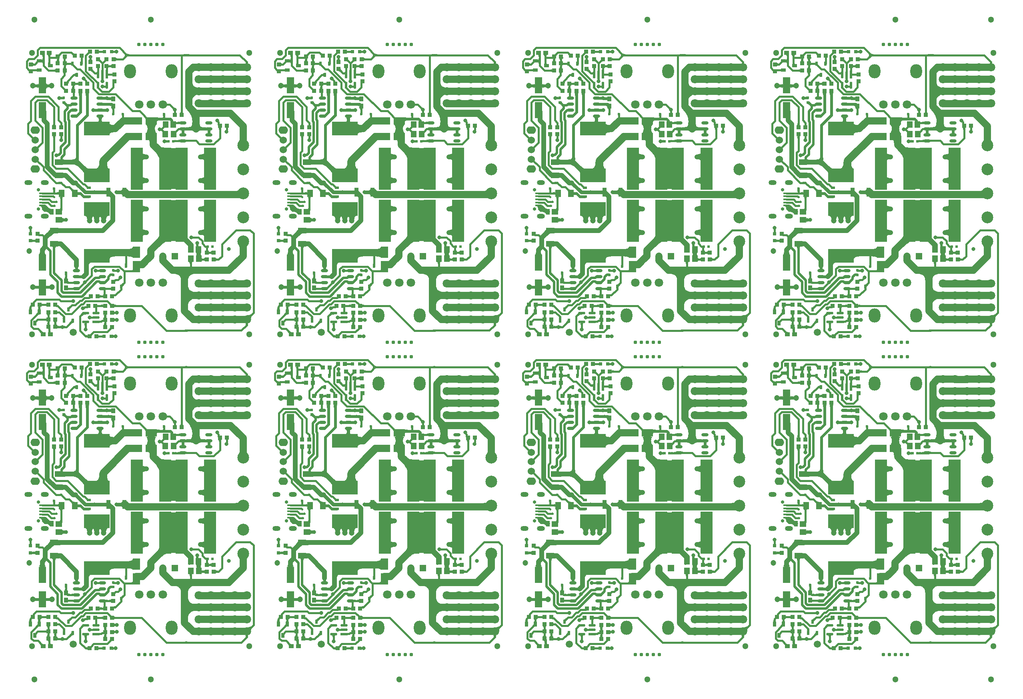
<source format=gtl>
G04*
G04 #@! TF.GenerationSoftware,Altium Limited,Altium Designer,21.9.2 (33)*
G04*
G04 Layer_Physical_Order=1*
G04 Layer_Color=255*
%FSLAX25Y25*%
%MOIN*%
G70*
G04*
G04 #@! TF.SameCoordinates,92FC589E-7DC0-4DB0-8F66-2D7A547C6286*
G04*
G04*
G04 #@! TF.FilePolarity,Positive*
G04*
G01*
G75*
%ADD10R,0.05512X0.01575*%
%ADD11R,0.05118X0.06496*%
%ADD12R,0.03740X0.03543*%
%ADD13R,0.03543X0.03740*%
G04:AMPARAMS|DCode=14|XSize=59.26mil|YSize=22.53mil|CornerRadius=11.26mil|HoleSize=0mil|Usage=FLASHONLY|Rotation=180.000|XOffset=0mil|YOffset=0mil|HoleType=Round|Shape=RoundedRectangle|*
%AMROUNDEDRECTD14*
21,1,0.05926,0.00000,0,0,180.0*
21,1,0.03674,0.02253,0,0,180.0*
1,1,0.02253,-0.01837,0.00000*
1,1,0.02253,0.01837,0.00000*
1,1,0.02253,0.01837,0.00000*
1,1,0.02253,-0.01837,0.00000*
%
%ADD14ROUNDEDRECTD14*%
%ADD15R,0.05926X0.02253*%
G04:AMPARAMS|DCode=16|XSize=59.26mil|YSize=22.53mil|CornerRadius=11.26mil|HoleSize=0mil|Usage=FLASHONLY|Rotation=270.000|XOffset=0mil|YOffset=0mil|HoleType=Round|Shape=RoundedRectangle|*
%AMROUNDEDRECTD16*
21,1,0.05926,0.00000,0,0,270.0*
21,1,0.03674,0.02253,0,0,270.0*
1,1,0.02253,0.00000,-0.01837*
1,1,0.02253,0.00000,0.01837*
1,1,0.02253,0.00000,0.01837*
1,1,0.02253,0.00000,-0.01837*
%
%ADD16ROUNDEDRECTD16*%
%ADD17R,0.02253X0.05926*%
%ADD18R,0.03150X0.03150*%
%ADD19R,0.03150X0.03150*%
%ADD20R,0.21260X0.11417*%
%ADD21O,0.05984X0.02362*%
%ADD22R,0.06496X0.13583*%
%ADD23R,0.02559X0.03937*%
%ADD24R,0.10039X0.15748*%
%ADD25R,0.03937X0.03740*%
%ADD26R,0.03937X0.02559*%
%ADD27R,0.02362X0.03740*%
%ADD28R,0.03228X0.07205*%
%ADD29C,0.02362*%
%ADD30R,0.02441X0.02441*%
%ADD31R,0.04921X0.05512*%
%ADD32R,0.04724X0.05512*%
%ADD33R,0.06693X0.04528*%
%ADD34R,0.03740X0.02362*%
%ADD35R,0.03740X0.03937*%
%ADD36R,0.02441X0.02244*%
%ADD37R,0.05512X0.04724*%
%ADD38R,0.09449X0.06102*%
%ADD39R,0.06102X0.09449*%
%ADD40C,0.01968*%
%ADD41C,0.05906*%
%ADD42C,0.01575*%
%ADD43C,0.02362*%
%ADD44C,0.03937*%
%ADD45C,0.06299*%
%ADD46C,0.01968*%
%ADD47C,0.01500*%
%ADD48C,0.03150*%
%ADD49C,0.09843*%
%ADD50C,0.04724*%
%ADD51C,0.06102*%
%ADD52C,0.05118*%
G04:AMPARAMS|DCode=53|XSize=55.12mil|YSize=55.12mil|CornerRadius=1.93mil|HoleSize=0mil|Usage=FLASHONLY|Rotation=270.000|XOffset=0mil|YOffset=0mil|HoleType=Round|Shape=RoundedRectangle|*
%AMROUNDEDRECTD53*
21,1,0.05512,0.05126,0,0,270.0*
21,1,0.05126,0.05512,0,0,270.0*
1,1,0.00386,-0.02563,-0.02563*
1,1,0.00386,-0.02563,0.02563*
1,1,0.00386,0.02563,0.02563*
1,1,0.00386,0.02563,-0.02563*
%
%ADD53ROUNDEDRECTD53*%
%ADD54C,0.05512*%
%ADD55O,0.07874X0.06299*%
%ADD56C,0.06000*%
%ADD57C,0.02756*%
%ADD58O,0.06693X0.03937*%
%ADD59C,0.03100*%
%ADD60C,0.07087*%
%ADD61O,0.09843X0.11811*%
%ADD62C,0.07087*%
%ADD63C,0.04724*%
%ADD64C,0.09843*%
%ADD65C,0.05906*%
%ADD66C,0.03150*%
G36*
X662124Y531715D02*
X662658Y531251D01*
X662891Y531079D01*
X663101Y530946D01*
X663289Y530854D01*
X663455Y530801D01*
X663597Y530788D01*
X663718Y530815D01*
X663816Y530882D01*
X661835Y528901D01*
X661902Y528999D01*
X661929Y529119D01*
X661916Y529262D01*
X661863Y529428D01*
X661771Y529616D01*
X661638Y529826D01*
X661466Y530059D01*
X661254Y530315D01*
X660710Y530894D01*
X661823Y532007D01*
X662124Y531715D01*
D02*
G37*
G36*
X455431D02*
X455965Y531251D01*
X456198Y531079D01*
X456408Y530946D01*
X456596Y530854D01*
X456762Y530801D01*
X456905Y530788D01*
X457025Y530815D01*
X457123Y530882D01*
X455142Y528901D01*
X455209Y528999D01*
X455236Y529119D01*
X455223Y529262D01*
X455170Y529428D01*
X455078Y529616D01*
X454945Y529826D01*
X454773Y530059D01*
X454561Y530315D01*
X454017Y530894D01*
X455130Y532007D01*
X455431Y531715D01*
D02*
G37*
G36*
X248738D02*
X249271Y531251D01*
X249504Y531079D01*
X249715Y530946D01*
X249903Y530854D01*
X250068Y530801D01*
X250212Y530788D01*
X250332Y530815D01*
X250430Y530882D01*
X248449Y528901D01*
X248516Y528999D01*
X248543Y529119D01*
X248530Y529262D01*
X248477Y529428D01*
X248385Y529616D01*
X248252Y529826D01*
X248080Y530059D01*
X247868Y530315D01*
X247324Y530894D01*
X248437Y532007D01*
X248738Y531715D01*
D02*
G37*
G36*
X42045D02*
X42579Y531251D01*
X42812Y531079D01*
X43022Y530946D01*
X43210Y530854D01*
X43376Y530801D01*
X43518Y530788D01*
X43639Y530815D01*
X43737Y530882D01*
X41756Y528901D01*
X41823Y528999D01*
X41850Y529119D01*
X41837Y529262D01*
X41784Y529428D01*
X41692Y529616D01*
X41559Y529826D01*
X41387Y530059D01*
X41175Y530315D01*
X40631Y530894D01*
X41744Y532007D01*
X42045Y531715D01*
D02*
G37*
G36*
X757487Y530417D02*
X757560Y530395D01*
X757660Y530377D01*
X757789Y530360D01*
X758130Y530335D01*
X759149Y530315D01*
Y528740D01*
X758852Y528739D01*
X757560Y528660D01*
X757487Y528638D01*
X757443Y528615D01*
Y530441D01*
X757487Y530417D01*
D02*
G37*
G36*
X755944Y528615D02*
X755899Y528638D01*
X755827Y528660D01*
X755726Y528679D01*
X755598Y528695D01*
X755257Y528720D01*
X754238Y528740D01*
Y530315D01*
X754535Y530316D01*
X755827Y530395D01*
X755899Y530417D01*
X755944Y530441D01*
Y528615D01*
D02*
G37*
G36*
X550794Y530417D02*
X550867Y530395D01*
X550967Y530377D01*
X551096Y530360D01*
X551437Y530335D01*
X552455Y530315D01*
Y528740D01*
X552159Y528739D01*
X550867Y528660D01*
X550794Y528638D01*
X550749Y528615D01*
Y530441D01*
X550794Y530417D01*
D02*
G37*
G36*
X549251Y528615D02*
X549206Y528638D01*
X549134Y528660D01*
X549033Y528679D01*
X548905Y528695D01*
X548563Y528720D01*
X547545Y528740D01*
Y530315D01*
X547842Y530316D01*
X549134Y530395D01*
X549206Y530417D01*
X549251Y530441D01*
Y528615D01*
D02*
G37*
G36*
X344101Y530417D02*
X344174Y530395D01*
X344274Y530377D01*
X344403Y530360D01*
X344744Y530335D01*
X345762Y530315D01*
Y528740D01*
X345466Y528739D01*
X344174Y528660D01*
X344101Y528638D01*
X344056Y528615D01*
Y530441D01*
X344101Y530417D01*
D02*
G37*
G36*
X342558Y528615D02*
X342513Y528638D01*
X342441Y528660D01*
X342340Y528679D01*
X342212Y528695D01*
X341870Y528720D01*
X340852Y528740D01*
Y530315D01*
X341149Y530316D01*
X342441Y530395D01*
X342513Y530417D01*
X342558Y530441D01*
Y528615D01*
D02*
G37*
G36*
X137408Y530417D02*
X137481Y530395D01*
X137581Y530377D01*
X137710Y530360D01*
X138051Y530335D01*
X139069Y530315D01*
Y528740D01*
X138773Y528739D01*
X137481Y528660D01*
X137408Y528638D01*
X137363Y528615D01*
Y530441D01*
X137408Y530417D01*
D02*
G37*
G36*
X135865Y528615D02*
X135820Y528638D01*
X135748Y528660D01*
X135647Y528679D01*
X135519Y528695D01*
X135177Y528720D01*
X134159Y528740D01*
Y530315D01*
X134456Y530316D01*
X135748Y530395D01*
X135820Y530417D01*
X135865Y530441D01*
Y528615D01*
D02*
G37*
G36*
X643749Y529634D02*
X643615Y529587D01*
X643497Y529507D01*
X643394Y529396D01*
X643307Y529253D01*
X643237Y529079D01*
X643182Y528872D01*
X643142Y528635D01*
X643118Y528365D01*
X643111Y528063D01*
X641536D01*
X641528Y528365D01*
X641504Y528635D01*
X641465Y528872D01*
X641410Y529079D01*
X641339Y529253D01*
X641252Y529396D01*
X641150Y529507D01*
X641032Y529587D01*
X640898Y529634D01*
X640749Y529650D01*
X643898D01*
X643749Y529634D01*
D02*
G37*
G36*
X638571Y529638D02*
X638536Y529622D01*
X638505Y529575D01*
X638477Y529496D01*
X638453Y529386D01*
X638433Y529244D01*
X638403Y528866D01*
X638386Y528063D01*
X636811D01*
X636804Y528364D01*
X636780Y528633D01*
X636741Y528871D01*
X636686Y529077D01*
X636615Y529251D01*
X636528Y529394D01*
X636426Y529506D01*
X636307Y529585D01*
X636174Y529634D01*
X636024Y529650D01*
X638571Y529638D01*
D02*
G37*
G36*
X437055Y529634D02*
X436922Y529587D01*
X436803Y529507D01*
X436701Y529396D01*
X436615Y529253D01*
X436544Y529079D01*
X436488Y528872D01*
X436449Y528635D01*
X436425Y528365D01*
X436418Y528063D01*
X434843D01*
X434835Y528365D01*
X434811Y528635D01*
X434772Y528872D01*
X434717Y529079D01*
X434646Y529253D01*
X434559Y529396D01*
X434457Y529507D01*
X434339Y529587D01*
X434205Y529634D01*
X434056Y529650D01*
X437205D01*
X437055Y529634D01*
D02*
G37*
G36*
X431878Y529638D02*
X431843Y529622D01*
X431812Y529575D01*
X431784Y529496D01*
X431760Y529386D01*
X431740Y529244D01*
X431710Y528866D01*
X431693Y528063D01*
X430118D01*
X430111Y528364D01*
X430087Y528633D01*
X430048Y528871D01*
X429992Y529077D01*
X429922Y529251D01*
X429835Y529394D01*
X429733Y529506D01*
X429614Y529585D01*
X429481Y529634D01*
X429331Y529650D01*
X431878Y529638D01*
D02*
G37*
G36*
X230362Y529634D02*
X230229Y529587D01*
X230111Y529507D01*
X230008Y529396D01*
X229922Y529253D01*
X229851Y529079D01*
X229796Y528872D01*
X229756Y528635D01*
X229732Y528365D01*
X229725Y528063D01*
X228150D01*
X228142Y528365D01*
X228118Y528635D01*
X228079Y528872D01*
X228024Y529079D01*
X227953Y529253D01*
X227866Y529396D01*
X227764Y529507D01*
X227646Y529587D01*
X227512Y529634D01*
X227362Y529650D01*
X230512D01*
X230362Y529634D01*
D02*
G37*
G36*
X225185Y529638D02*
X225150Y529622D01*
X225118Y529575D01*
X225091Y529496D01*
X225067Y529386D01*
X225046Y529244D01*
X225017Y528866D01*
X225000Y528063D01*
X223425D01*
X223417Y528364D01*
X223394Y528633D01*
X223355Y528871D01*
X223299Y529077D01*
X223229Y529251D01*
X223142Y529394D01*
X223040Y529506D01*
X222921Y529585D01*
X222788Y529634D01*
X222638Y529650D01*
X225185Y529638D01*
D02*
G37*
G36*
X23669Y529634D02*
X23536Y529587D01*
X23417Y529507D01*
X23315Y529396D01*
X23228Y529253D01*
X23158Y529079D01*
X23102Y528872D01*
X23063Y528635D01*
X23040Y528365D01*
X23032Y528063D01*
X21457D01*
X21449Y528365D01*
X21425Y528635D01*
X21386Y528872D01*
X21331Y529079D01*
X21260Y529253D01*
X21173Y529396D01*
X21071Y529507D01*
X20953Y529587D01*
X20819Y529634D01*
X20669Y529650D01*
X23819D01*
X23669Y529634D01*
D02*
G37*
G36*
X18492Y529638D02*
X18457Y529622D01*
X18426Y529575D01*
X18398Y529496D01*
X18374Y529386D01*
X18353Y529244D01*
X18324Y528866D01*
X18307Y528063D01*
X16732D01*
X16725Y528364D01*
X16701Y528633D01*
X16661Y528871D01*
X16606Y529077D01*
X16536Y529251D01*
X16449Y529394D01*
X16347Y529506D01*
X16229Y529585D01*
X16095Y529634D01*
X15945Y529650D01*
X18492Y529638D01*
D02*
G37*
G36*
X706562Y531217D02*
X706798Y531028D01*
X707044Y530861D01*
X707299Y530716D01*
X707563Y530593D01*
X707837Y530493D01*
X708119Y530415D01*
X708411Y530360D01*
X708712Y530326D01*
X709023Y530315D01*
Y528740D01*
X708712Y528729D01*
X708411Y528696D01*
X708119Y528640D01*
X707837Y528562D01*
X707563Y528462D01*
X707299Y528339D01*
X707044Y528195D01*
X706798Y528027D01*
X706562Y527838D01*
X706334Y527627D01*
X706334D01*
X704895Y528414D01*
X705095Y528637D01*
X705251Y528860D01*
X705362Y529082D01*
X705429Y529305D01*
X705451Y529528D01*
X705429Y529750D01*
X705362Y529973D01*
X705251Y530196D01*
X705095Y530418D01*
X704895Y530641D01*
X706334Y531428D01*
X706334D01*
X706562Y531217D01*
D02*
G37*
G36*
X499869D02*
X500105Y531028D01*
X500351Y530861D01*
X500606Y530716D01*
X500870Y530593D01*
X501144Y530493D01*
X501426Y530415D01*
X501718Y530360D01*
X502019Y530326D01*
X502330Y530315D01*
Y528740D01*
X502019Y528729D01*
X501718Y528696D01*
X501426Y528640D01*
X501144Y528562D01*
X500870Y528462D01*
X500606Y528339D01*
X500351Y528195D01*
X500105Y528027D01*
X499869Y527838D01*
X499641Y527627D01*
X499641D01*
X498202Y528414D01*
X498402Y528637D01*
X498558Y528860D01*
X498669Y529082D01*
X498736Y529305D01*
X498758Y529528D01*
X498736Y529750D01*
X498669Y529973D01*
X498558Y530196D01*
X498402Y530418D01*
X498202Y530641D01*
X499641Y531428D01*
X499641D01*
X499869Y531217D01*
D02*
G37*
G36*
X293176D02*
X293412Y531028D01*
X293658Y530861D01*
X293913Y530716D01*
X294177Y530593D01*
X294451Y530493D01*
X294733Y530415D01*
X295025Y530360D01*
X295326Y530326D01*
X295637Y530315D01*
Y528740D01*
X295326Y528729D01*
X295025Y528696D01*
X294733Y528640D01*
X294451Y528562D01*
X294177Y528462D01*
X293913Y528339D01*
X293658Y528195D01*
X293412Y528027D01*
X293176Y527838D01*
X292948Y527627D01*
X292948D01*
X291509Y528414D01*
X291709Y528637D01*
X291865Y528860D01*
X291976Y529082D01*
X292043Y529305D01*
X292065Y529528D01*
X292043Y529750D01*
X291976Y529973D01*
X291865Y530196D01*
X291709Y530418D01*
X291509Y530641D01*
X292948Y531428D01*
X292948D01*
X293176Y531217D01*
D02*
G37*
G36*
X86483D02*
X86719Y531028D01*
X86965Y530861D01*
X87220Y530716D01*
X87484Y530593D01*
X87757Y530493D01*
X88040Y530415D01*
X88332Y530360D01*
X88633Y530326D01*
X88944Y530315D01*
Y528740D01*
X88633Y528729D01*
X88332Y528696D01*
X88040Y528640D01*
X87757Y528562D01*
X87484Y528462D01*
X87220Y528339D01*
X86965Y528195D01*
X86719Y528027D01*
X86483Y527838D01*
X86255Y527627D01*
X86255D01*
X84816Y528414D01*
X85016Y528637D01*
X85172Y528860D01*
X85283Y529082D01*
X85350Y529305D01*
X85372Y529528D01*
X85350Y529750D01*
X85283Y529973D01*
X85172Y530196D01*
X85016Y530418D01*
X84816Y530641D01*
X86255Y531428D01*
X86255D01*
X86483Y531217D01*
D02*
G37*
G36*
X638386Y524679D02*
X636811Y522317D01*
X636796Y522616D01*
X636749Y522884D01*
X636670Y523120D01*
X636559Y523325D01*
X636418Y523498D01*
X636244Y523640D01*
X636111Y523712D01*
X636067Y523693D01*
X635957Y523621D01*
X635878Y523538D01*
X635831Y523444D01*
X635815Y523339D01*
Y523825D01*
X635804Y523829D01*
X635536Y523876D01*
X635237Y523892D01*
Y525467D01*
X635536Y525483D01*
X635804Y525530D01*
X635815Y525534D01*
Y525874D01*
X635831Y525797D01*
X635878Y525727D01*
X635957Y525666D01*
X636057Y525618D01*
X636244Y525719D01*
X636418Y525861D01*
X636559Y526034D01*
X636670Y526238D01*
X636749Y526475D01*
X636796Y526742D01*
X636811Y527042D01*
X636811Y527042D01*
Y527042D01*
X638386Y524679D01*
D02*
G37*
G36*
X431693D02*
X430118Y522317D01*
X430103Y522616D01*
X430055Y522884D01*
X429977Y523120D01*
X429867Y523325D01*
X429725Y523498D01*
X429552Y523640D01*
X429418Y523712D01*
X429374Y523693D01*
X429264Y523621D01*
X429185Y523538D01*
X429138Y523444D01*
X429122Y523339D01*
Y523825D01*
X429111Y523829D01*
X428843Y523876D01*
X428544Y523892D01*
Y525467D01*
X428843Y525483D01*
X429111Y525530D01*
X429122Y525534D01*
Y525874D01*
X429138Y525797D01*
X429185Y525727D01*
X429264Y525666D01*
X429364Y525618D01*
X429552Y525719D01*
X429725Y525861D01*
X429867Y526034D01*
X429977Y526238D01*
X430055Y526475D01*
X430103Y526742D01*
X430118Y527042D01*
X430118Y527042D01*
Y527042D01*
X431693Y524679D01*
D02*
G37*
G36*
X225000D02*
X223425Y522317D01*
X223410Y522616D01*
X223362Y522884D01*
X223284Y523120D01*
X223173Y523325D01*
X223032Y523498D01*
X222859Y523640D01*
X222725Y523712D01*
X222681Y523693D01*
X222571Y523621D01*
X222492Y523538D01*
X222445Y523444D01*
X222429Y523339D01*
Y523825D01*
X222417Y523829D01*
X222150Y523876D01*
X221851Y523892D01*
Y525467D01*
X222150Y525483D01*
X222417Y525530D01*
X222429Y525534D01*
Y525874D01*
X222445Y525797D01*
X222492Y525727D01*
X222571Y525666D01*
X222671Y525618D01*
X222859Y525719D01*
X223032Y525861D01*
X223173Y526034D01*
X223284Y526238D01*
X223362Y526475D01*
X223410Y526742D01*
X223425Y527042D01*
X223425Y527042D01*
Y527042D01*
X225000Y524679D01*
D02*
G37*
G36*
X18307D02*
X16732Y522317D01*
X16717Y522616D01*
X16669Y522884D01*
X16591Y523120D01*
X16480Y523325D01*
X16339Y523498D01*
X16165Y523640D01*
X16032Y523712D01*
X15988Y523693D01*
X15878Y523621D01*
X15799Y523538D01*
X15752Y523444D01*
X15736Y523339D01*
Y523825D01*
X15724Y523829D01*
X15457Y523876D01*
X15158Y523892D01*
Y525467D01*
X15457Y525483D01*
X15724Y525530D01*
X15736Y525534D01*
Y525874D01*
X15752Y525797D01*
X15799Y525727D01*
X15878Y525666D01*
X15978Y525618D01*
X16165Y525719D01*
X16339Y525861D01*
X16480Y526034D01*
X16591Y526238D01*
X16669Y526475D01*
X16717Y526742D01*
X16732Y527042D01*
X16732Y527042D01*
Y527042D01*
X18307Y524679D01*
D02*
G37*
G36*
X677567Y526852D02*
X677591Y526582D01*
X677630Y526344D01*
X677685Y526138D01*
X677756Y525963D01*
X677843Y525820D01*
X677945Y525709D01*
X678063Y525630D01*
X678197Y525582D01*
X678347Y525567D01*
X675197D01*
X675347Y525582D01*
X675481Y525630D01*
X675599Y525709D01*
X675701Y525820D01*
X675788Y525963D01*
X675859Y526138D01*
X675914Y526344D01*
X675953Y526582D01*
X675977Y526852D01*
X675985Y527153D01*
X677560D01*
X677567Y526852D01*
D02*
G37*
G36*
X470874D02*
X470898Y526582D01*
X470937Y526344D01*
X470992Y526138D01*
X471063Y525963D01*
X471150Y525820D01*
X471252Y525709D01*
X471370Y525630D01*
X471504Y525582D01*
X471654Y525567D01*
X468504D01*
X468654Y525582D01*
X468788Y525630D01*
X468906Y525709D01*
X469008Y525820D01*
X469095Y525963D01*
X469166Y526138D01*
X469221Y526344D01*
X469260Y526582D01*
X469284Y526852D01*
X469292Y527153D01*
X470866D01*
X470874Y526852D01*
D02*
G37*
G36*
X264181D02*
X264205Y526582D01*
X264244Y526344D01*
X264299Y526138D01*
X264370Y525963D01*
X264457Y525820D01*
X264559Y525709D01*
X264677Y525630D01*
X264811Y525582D01*
X264961Y525567D01*
X261811D01*
X261961Y525582D01*
X262095Y525630D01*
X262213Y525709D01*
X262315Y525820D01*
X262402Y525963D01*
X262473Y526138D01*
X262528Y526344D01*
X262567Y526582D01*
X262591Y526852D01*
X262599Y527153D01*
X264173D01*
X264181Y526852D01*
D02*
G37*
G36*
X57488D02*
X57512Y526582D01*
X57551Y526344D01*
X57606Y526138D01*
X57677Y525963D01*
X57764Y525820D01*
X57866Y525709D01*
X57984Y525630D01*
X58118Y525582D01*
X58268Y525567D01*
X55118D01*
X55268Y525582D01*
X55402Y525630D01*
X55520Y525709D01*
X55622Y525820D01*
X55709Y525963D01*
X55780Y526138D01*
X55835Y526344D01*
X55874Y526582D01*
X55898Y526852D01*
X55906Y527153D01*
X57480D01*
X57488Y526852D01*
D02*
G37*
G36*
X656525Y526781D02*
X656398Y526735D01*
X656285Y526660D01*
X656188Y526554D01*
X656105Y526418D01*
X656038Y526251D01*
X655985Y526055D01*
X655948Y525828D01*
X655925Y525571D01*
X655918Y525284D01*
X654418D01*
X654410Y525571D01*
X654388Y525828D01*
X654350Y526055D01*
X654298Y526251D01*
X654230Y526418D01*
X654148Y526554D01*
X654050Y526660D01*
X653938Y526735D01*
X653810Y526781D01*
X653668Y526796D01*
X656668D01*
X656525Y526781D01*
D02*
G37*
G36*
X449832D02*
X449705Y526735D01*
X449592Y526660D01*
X449495Y526554D01*
X449412Y526418D01*
X449345Y526251D01*
X449292Y526055D01*
X449255Y525828D01*
X449232Y525571D01*
X449225Y525284D01*
X447725D01*
X447717Y525571D01*
X447695Y525828D01*
X447657Y526055D01*
X447605Y526251D01*
X447537Y526418D01*
X447455Y526554D01*
X447357Y526660D01*
X447245Y526735D01*
X447117Y526781D01*
X446975Y526796D01*
X449975D01*
X449832Y526781D01*
D02*
G37*
G36*
X243139D02*
X243012Y526735D01*
X242899Y526660D01*
X242802Y526554D01*
X242719Y526418D01*
X242652Y526251D01*
X242599Y526055D01*
X242562Y525828D01*
X242539Y525571D01*
X242532Y525284D01*
X241032D01*
X241024Y525571D01*
X241002Y525828D01*
X240964Y526055D01*
X240912Y526251D01*
X240844Y526418D01*
X240762Y526554D01*
X240664Y526660D01*
X240552Y526735D01*
X240424Y526781D01*
X240282Y526796D01*
X243282D01*
X243139Y526781D01*
D02*
G37*
G36*
X36446D02*
X36319Y526735D01*
X36206Y526660D01*
X36109Y526554D01*
X36026Y526418D01*
X35959Y526251D01*
X35906Y526055D01*
X35869Y525828D01*
X35846Y525571D01*
X35839Y525284D01*
X34339D01*
X34331Y525571D01*
X34309Y525828D01*
X34271Y526055D01*
X34219Y526251D01*
X34151Y526418D01*
X34069Y526554D01*
X33971Y526660D01*
X33859Y526735D01*
X33731Y526781D01*
X33589Y526796D01*
X36589D01*
X36446Y526781D01*
D02*
G37*
G36*
X697827Y527508D02*
X697874Y527374D01*
X697954Y527256D01*
X698065Y527154D01*
X698208Y527067D01*
X698382Y526996D01*
X698589Y526941D01*
X698827Y526902D01*
X699096Y526878D01*
X699398Y526870D01*
Y525295D01*
X699096Y525287D01*
X698827Y525264D01*
X698589Y525224D01*
X698382Y525169D01*
X698208Y525099D01*
X698065Y525012D01*
X697954Y524909D01*
X697874Y524791D01*
X697827Y524657D01*
X697811Y524508D01*
Y527658D01*
X697827Y527508D01*
D02*
G37*
G36*
X491134D02*
X491182Y527374D01*
X491261Y527256D01*
X491372Y527154D01*
X491515Y527067D01*
X491689Y526996D01*
X491896Y526941D01*
X492134Y526902D01*
X492403Y526878D01*
X492705Y526870D01*
Y525295D01*
X492403Y525287D01*
X492134Y525264D01*
X491896Y525224D01*
X491689Y525169D01*
X491515Y525099D01*
X491372Y525012D01*
X491261Y524909D01*
X491182Y524791D01*
X491134Y524657D01*
X491118Y524508D01*
Y527658D01*
X491134Y527508D01*
D02*
G37*
G36*
X284441D02*
X284489Y527374D01*
X284568Y527256D01*
X284679Y527154D01*
X284822Y527067D01*
X284996Y526996D01*
X285203Y526941D01*
X285441Y526902D01*
X285710Y526878D01*
X286012Y526870D01*
Y525295D01*
X285710Y525287D01*
X285441Y525264D01*
X285203Y525224D01*
X284996Y525169D01*
X284822Y525099D01*
X284679Y525012D01*
X284568Y524909D01*
X284489Y524791D01*
X284441Y524657D01*
X284425Y524508D01*
Y527658D01*
X284441Y527508D01*
D02*
G37*
G36*
X77748D02*
X77795Y527374D01*
X77875Y527256D01*
X77986Y527154D01*
X78129Y527067D01*
X78303Y526996D01*
X78510Y526941D01*
X78748Y526902D01*
X79017Y526878D01*
X79319Y526870D01*
Y525295D01*
X79017Y525287D01*
X78748Y525264D01*
X78510Y525224D01*
X78303Y525169D01*
X78129Y525099D01*
X77986Y525012D01*
X77875Y524909D01*
X77795Y524791D01*
X77748Y524657D01*
X77732Y524508D01*
Y527658D01*
X77748Y527508D01*
D02*
G37*
G36*
X650353Y525671D02*
X650376Y525401D01*
X650416Y525163D01*
X650471Y524957D01*
X650542Y524782D01*
X650628Y524639D01*
X650731Y524528D01*
X650849Y524449D01*
X650983Y524401D01*
X651132Y524385D01*
X647983D01*
X648132Y524401D01*
X648266Y524449D01*
X648384Y524528D01*
X648487Y524639D01*
X648573Y524782D01*
X648644Y524957D01*
X648699Y525163D01*
X648739Y525401D01*
X648762Y525671D01*
X648770Y525972D01*
X650345D01*
X650353Y525671D01*
D02*
G37*
G36*
X443660D02*
X443683Y525401D01*
X443723Y525163D01*
X443778Y524957D01*
X443849Y524782D01*
X443935Y524639D01*
X444038Y524528D01*
X444156Y524449D01*
X444290Y524401D01*
X444439Y524385D01*
X441290D01*
X441439Y524401D01*
X441573Y524449D01*
X441691Y524528D01*
X441794Y524639D01*
X441880Y524782D01*
X441951Y524957D01*
X442006Y525163D01*
X442046Y525401D01*
X442069Y525671D01*
X442077Y525972D01*
X443652D01*
X443660Y525671D01*
D02*
G37*
G36*
X236967D02*
X236990Y525401D01*
X237030Y525163D01*
X237085Y524957D01*
X237156Y524782D01*
X237242Y524639D01*
X237345Y524528D01*
X237463Y524449D01*
X237597Y524401D01*
X237746Y524385D01*
X234597D01*
X234746Y524401D01*
X234880Y524449D01*
X234998Y524528D01*
X235101Y524639D01*
X235187Y524782D01*
X235258Y524957D01*
X235313Y525163D01*
X235353Y525401D01*
X235376Y525671D01*
X235384Y525972D01*
X236959D01*
X236967Y525671D01*
D02*
G37*
G36*
X30274D02*
X30297Y525401D01*
X30337Y525163D01*
X30392Y524957D01*
X30463Y524782D01*
X30549Y524639D01*
X30652Y524528D01*
X30770Y524449D01*
X30904Y524401D01*
X31053Y524385D01*
X27904D01*
X28053Y524401D01*
X28187Y524449D01*
X28305Y524528D01*
X28408Y524639D01*
X28494Y524782D01*
X28565Y524957D01*
X28620Y525163D01*
X28660Y525401D01*
X28683Y525671D01*
X28691Y525972D01*
X30266D01*
X30274Y525671D01*
D02*
G37*
G36*
X807718Y523577D02*
X807756Y522969D01*
X807768Y522925D01*
X807782Y522896D01*
X807797Y522884D01*
X806062D01*
X806077Y522896D01*
X806091Y522925D01*
X806103Y522969D01*
X806113Y523030D01*
X806122Y523107D01*
X806139Y523436D01*
X806142Y523736D01*
X807717D01*
X807718Y523577D01*
D02*
G37*
G36*
X601025D02*
X601063Y522969D01*
X601075Y522925D01*
X601089Y522896D01*
X601104Y522884D01*
X599369D01*
X599384Y522896D01*
X599398Y522925D01*
X599410Y522969D01*
X599420Y523030D01*
X599429Y523107D01*
X599446Y523436D01*
X599449Y523736D01*
X601024D01*
X601025Y523577D01*
D02*
G37*
G36*
X394332D02*
X394370Y522969D01*
X394382Y522925D01*
X394396Y522896D01*
X394411Y522884D01*
X392676D01*
X392691Y522896D01*
X392705Y522925D01*
X392717Y522969D01*
X392727Y523030D01*
X392736Y523107D01*
X392753Y523436D01*
X392756Y523736D01*
X394331D01*
X394332Y523577D01*
D02*
G37*
G36*
X187639D02*
X187677Y522969D01*
X187689Y522925D01*
X187703Y522896D01*
X187718Y522884D01*
X185983D01*
X185998Y522896D01*
X186012Y522925D01*
X186024Y522969D01*
X186034Y523030D01*
X186043Y523107D01*
X186060Y523436D01*
X186063Y523736D01*
X187638D01*
X187639Y523577D01*
D02*
G37*
G36*
X643118Y523408D02*
X643142Y523138D01*
X643182Y522901D01*
X643237Y522695D01*
X643307Y522520D01*
X643394Y522377D01*
X643497Y522266D01*
X643615Y522186D01*
X643749Y522138D01*
X643898Y522122D01*
X641351Y522134D01*
X641386Y522149D01*
X641418Y522197D01*
X641445Y522275D01*
X641469Y522386D01*
X641490Y522527D01*
X641519Y522905D01*
X641536Y523708D01*
X643111D01*
X643118Y523408D01*
D02*
G37*
G36*
X436425D02*
X436449Y523138D01*
X436488Y522901D01*
X436544Y522695D01*
X436615Y522520D01*
X436701Y522377D01*
X436803Y522266D01*
X436922Y522186D01*
X437055Y522138D01*
X437205Y522122D01*
X434658Y522134D01*
X434693Y522149D01*
X434725Y522197D01*
X434752Y522275D01*
X434776Y522386D01*
X434797Y522527D01*
X434826Y522905D01*
X434843Y523708D01*
X436418D01*
X436425Y523408D01*
D02*
G37*
G36*
X229732D02*
X229756Y523138D01*
X229796Y522901D01*
X229851Y522695D01*
X229922Y522520D01*
X230008Y522377D01*
X230111Y522266D01*
X230229Y522186D01*
X230362Y522138D01*
X230512Y522122D01*
X227965Y522134D01*
X228000Y522149D01*
X228031Y522197D01*
X228059Y522275D01*
X228083Y522386D01*
X228104Y522527D01*
X228133Y522905D01*
X228150Y523708D01*
X229725D01*
X229732Y523408D01*
D02*
G37*
G36*
X23040D02*
X23063Y523138D01*
X23102Y522901D01*
X23158Y522695D01*
X23228Y522520D01*
X23315Y522377D01*
X23417Y522266D01*
X23536Y522186D01*
X23669Y522138D01*
X23819Y522122D01*
X21272Y522134D01*
X21307Y522149D01*
X21339Y522197D01*
X21366Y522275D01*
X21390Y522386D01*
X21411Y522527D01*
X21440Y522905D01*
X21457Y523708D01*
X23032D01*
X23040Y523408D01*
D02*
G37*
G36*
X628732Y523177D02*
X628780Y523043D01*
X628859Y522925D01*
X628970Y522823D01*
X629113Y522736D01*
X629288Y522665D01*
X629494Y522610D01*
X629732Y522571D01*
X630002Y522547D01*
X630303Y522539D01*
Y520965D01*
X630002Y520957D01*
X629732Y520933D01*
X629494Y520894D01*
X629288Y520839D01*
X629113Y520768D01*
X628970Y520681D01*
X628859Y520579D01*
X628780Y520461D01*
X628732Y520327D01*
X628717Y520177D01*
Y523327D01*
X628732Y523177D01*
D02*
G37*
G36*
X422039D02*
X422087Y523043D01*
X422166Y522925D01*
X422277Y522823D01*
X422420Y522736D01*
X422595Y522665D01*
X422801Y522610D01*
X423039Y522571D01*
X423309Y522547D01*
X423610Y522539D01*
Y520965D01*
X423309Y520957D01*
X423039Y520933D01*
X422801Y520894D01*
X422595Y520839D01*
X422420Y520768D01*
X422277Y520681D01*
X422166Y520579D01*
X422087Y520461D01*
X422039Y520327D01*
X422024Y520177D01*
Y523327D01*
X422039Y523177D01*
D02*
G37*
G36*
X215346D02*
X215394Y523043D01*
X215473Y522925D01*
X215584Y522823D01*
X215727Y522736D01*
X215902Y522665D01*
X216108Y522610D01*
X216346Y522571D01*
X216616Y522547D01*
X216917Y522539D01*
Y520965D01*
X216616Y520957D01*
X216346Y520933D01*
X216108Y520894D01*
X215902Y520839D01*
X215727Y520768D01*
X215584Y520681D01*
X215473Y520579D01*
X215394Y520461D01*
X215346Y520327D01*
X215331Y520177D01*
Y523327D01*
X215346Y523177D01*
D02*
G37*
G36*
X8653D02*
X8701Y523043D01*
X8780Y522925D01*
X8891Y522823D01*
X9034Y522736D01*
X9209Y522665D01*
X9415Y522610D01*
X9653Y522571D01*
X9923Y522547D01*
X10224Y522539D01*
Y520965D01*
X9923Y520957D01*
X9653Y520933D01*
X9415Y520894D01*
X9209Y520839D01*
X9034Y520768D01*
X8891Y520681D01*
X8780Y520579D01*
X8701Y520461D01*
X8653Y520327D01*
X8637Y520177D01*
Y523327D01*
X8653Y523177D01*
D02*
G37*
G36*
X694316Y518799D02*
X694300Y518949D01*
X694252Y519083D01*
X694173Y519201D01*
X694062Y519303D01*
X693919Y519390D01*
X693745Y519461D01*
X693538Y519516D01*
X693300Y519555D01*
X693031Y519579D01*
X692729Y519587D01*
Y521161D01*
X693031Y521169D01*
X693300Y521193D01*
X693538Y521232D01*
X693745Y521287D01*
X693919Y521358D01*
X694062Y521445D01*
X694173Y521547D01*
X694252Y521665D01*
X694300Y521799D01*
X694316Y521949D01*
Y518799D01*
D02*
G37*
G36*
X487623D02*
X487607Y518949D01*
X487559Y519083D01*
X487480Y519201D01*
X487369Y519303D01*
X487226Y519390D01*
X487051Y519461D01*
X486845Y519516D01*
X486607Y519555D01*
X486337Y519579D01*
X486036Y519587D01*
Y521161D01*
X486337Y521169D01*
X486607Y521193D01*
X486845Y521232D01*
X487051Y521287D01*
X487226Y521358D01*
X487369Y521445D01*
X487480Y521547D01*
X487559Y521665D01*
X487607Y521799D01*
X487623Y521949D01*
Y518799D01*
D02*
G37*
G36*
X280930D02*
X280914Y518949D01*
X280866Y519083D01*
X280787Y519201D01*
X280676Y519303D01*
X280533Y519390D01*
X280359Y519461D01*
X280152Y519516D01*
X279914Y519555D01*
X279644Y519579D01*
X279343Y519587D01*
Y521161D01*
X279644Y521169D01*
X279914Y521193D01*
X280152Y521232D01*
X280359Y521287D01*
X280533Y521358D01*
X280676Y521445D01*
X280787Y521547D01*
X280866Y521665D01*
X280914Y521799D01*
X280930Y521949D01*
Y518799D01*
D02*
G37*
G36*
X74237D02*
X74221Y518949D01*
X74173Y519083D01*
X74094Y519201D01*
X73983Y519303D01*
X73840Y519390D01*
X73665Y519461D01*
X73459Y519516D01*
X73221Y519555D01*
X72951Y519579D01*
X72650Y519587D01*
Y521161D01*
X72951Y521169D01*
X73221Y521193D01*
X73459Y521232D01*
X73665Y521287D01*
X73840Y521358D01*
X73983Y521445D01*
X74094Y521547D01*
X74173Y521665D01*
X74221Y521799D01*
X74237Y521949D01*
Y518799D01*
D02*
G37*
G36*
X655974Y519705D02*
X655997Y519448D01*
X656035Y519221D01*
X656087Y519024D01*
X656154Y518858D01*
X656237Y518722D01*
X656334Y518616D01*
X656447Y518540D01*
X656574Y518495D01*
X656717Y518480D01*
X653717D01*
X653860Y518495D01*
X653987Y518540D01*
X654100Y518616D01*
X654197Y518722D01*
X654280Y518858D01*
X654347Y519024D01*
X654399Y519221D01*
X654437Y519448D01*
X654459Y519705D01*
X654467Y519992D01*
X655967D01*
X655974Y519705D01*
D02*
G37*
G36*
X449282D02*
X449304Y519448D01*
X449341Y519221D01*
X449394Y519024D01*
X449462Y518858D01*
X449544Y518722D01*
X449642Y518616D01*
X449754Y518540D01*
X449882Y518495D01*
X450024Y518480D01*
X447024D01*
X447166Y518495D01*
X447294Y518540D01*
X447406Y518616D01*
X447504Y518722D01*
X447586Y518858D01*
X447654Y519024D01*
X447707Y519221D01*
X447744Y519448D01*
X447766Y519705D01*
X447774Y519992D01*
X449274D01*
X449282Y519705D01*
D02*
G37*
G36*
X242588D02*
X242611Y519448D01*
X242648Y519221D01*
X242701Y519024D01*
X242768Y518858D01*
X242851Y518722D01*
X242948Y518616D01*
X243061Y518540D01*
X243188Y518495D01*
X243331Y518480D01*
X240331D01*
X240473Y518495D01*
X240601Y518540D01*
X240713Y518616D01*
X240811Y518722D01*
X240893Y518858D01*
X240961Y519024D01*
X241013Y519221D01*
X241051Y519448D01*
X241073Y519705D01*
X241081Y519992D01*
X242581D01*
X242588Y519705D01*
D02*
G37*
G36*
X35895D02*
X35918Y519448D01*
X35955Y519221D01*
X36008Y519024D01*
X36075Y518858D01*
X36158Y518722D01*
X36255Y518616D01*
X36368Y518540D01*
X36495Y518495D01*
X36638Y518480D01*
X33638D01*
X33780Y518495D01*
X33908Y518540D01*
X34020Y518616D01*
X34118Y518722D01*
X34200Y518858D01*
X34268Y519024D01*
X34320Y519221D01*
X34358Y519448D01*
X34380Y519705D01*
X34388Y519992D01*
X35888D01*
X35895Y519705D01*
D02*
G37*
G36*
X691048Y517221D02*
X691082Y516717D01*
X691112Y516512D01*
X691150Y516339D01*
X691197Y516197D01*
X691252Y516087D01*
X691316Y516008D01*
X691388Y515961D01*
X691469Y515945D01*
X689241D01*
X689284Y515961D01*
X689323Y516008D01*
X689357Y516087D01*
X689387Y516197D01*
X689412Y516339D01*
X689432Y516512D01*
X689460Y516953D01*
X689469Y517520D01*
X691044D01*
X691048Y517221D01*
D02*
G37*
G36*
X484355D02*
X484389Y516717D01*
X484419Y516512D01*
X484457Y516339D01*
X484504Y516197D01*
X484559Y516087D01*
X484623Y516008D01*
X484695Y515961D01*
X484776Y515945D01*
X482548D01*
X482591Y515961D01*
X482630Y516008D01*
X482664Y516087D01*
X482694Y516197D01*
X482719Y516339D01*
X482739Y516512D01*
X482767Y516953D01*
X482776Y517520D01*
X484351D01*
X484355Y517221D01*
D02*
G37*
G36*
X277662D02*
X277696Y516717D01*
X277726Y516512D01*
X277764Y516339D01*
X277811Y516197D01*
X277866Y516087D01*
X277930Y516008D01*
X278002Y515961D01*
X278083Y515945D01*
X275854D01*
X275898Y515961D01*
X275937Y516008D01*
X275971Y516087D01*
X276001Y516197D01*
X276026Y516339D01*
X276046Y516512D01*
X276074Y516953D01*
X276083Y517520D01*
X277658D01*
X277662Y517221D01*
D02*
G37*
G36*
X70969D02*
X71003Y516717D01*
X71033Y516512D01*
X71071Y516339D01*
X71118Y516197D01*
X71173Y516087D01*
X71237Y516008D01*
X71309Y515961D01*
X71390Y515945D01*
X69161D01*
X69205Y515961D01*
X69244Y516008D01*
X69278Y516087D01*
X69308Y516197D01*
X69333Y516339D01*
X69353Y516512D01*
X69381Y516953D01*
X69390Y517520D01*
X70965D01*
X70969Y517221D01*
D02*
G37*
G36*
X687404Y516905D02*
X687469Y515799D01*
X687493Y515658D01*
X687521Y515543D01*
X687553Y515454D01*
X687588Y515393D01*
X685641D01*
X685677Y515454D01*
X685708Y515543D01*
X685736Y515658D01*
X685760Y515799D01*
X685798Y516162D01*
X685820Y516631D01*
X685827Y517206D01*
X687402D01*
X687404Y516905D01*
D02*
G37*
G36*
X480711D02*
X480776Y515799D01*
X480800Y515658D01*
X480828Y515543D01*
X480860Y515454D01*
X480895Y515393D01*
X478948D01*
X478984Y515454D01*
X479015Y515543D01*
X479043Y515658D01*
X479067Y515799D01*
X479104Y516162D01*
X479127Y516631D01*
X479134Y517206D01*
X480709D01*
X480711Y516905D01*
D02*
G37*
G36*
X274018D02*
X274083Y515799D01*
X274107Y515658D01*
X274135Y515543D01*
X274166Y515454D01*
X274202Y515393D01*
X272255D01*
X272291Y515454D01*
X272322Y515543D01*
X272350Y515658D01*
X272374Y515799D01*
X272411Y516162D01*
X272434Y516631D01*
X272441Y517206D01*
X274016D01*
X274018Y516905D01*
D02*
G37*
G36*
X67325D02*
X67390Y515799D01*
X67414Y515658D01*
X67442Y515543D01*
X67474Y515454D01*
X67509Y515393D01*
X65562D01*
X65598Y515454D01*
X65629Y515543D01*
X65657Y515658D01*
X65681Y515799D01*
X65718Y516162D01*
X65741Y516631D01*
X65748Y517206D01*
X67323D01*
X67325Y516905D01*
D02*
G37*
G36*
X647650Y515158D02*
X647635Y515307D01*
X647587Y515441D01*
X647508Y515559D01*
X647398Y515661D01*
X647257Y515748D01*
X647083Y515819D01*
X646879Y515874D01*
X646642Y515913D01*
X646375Y515937D01*
X646075Y515945D01*
Y517520D01*
X646375Y517528D01*
X646642Y517551D01*
X646879Y517591D01*
X647083Y517646D01*
X647257Y517717D01*
X647398Y517803D01*
X647508Y517906D01*
X647587Y518024D01*
X647635Y518157D01*
X647650Y518307D01*
Y515158D01*
D02*
G37*
G36*
X440957D02*
X440941Y515307D01*
X440894Y515441D01*
X440815Y515559D01*
X440705Y515661D01*
X440563Y515748D01*
X440390Y515819D01*
X440186Y515874D01*
X439949Y515913D01*
X439682Y515937D01*
X439382Y515945D01*
Y517520D01*
X439682Y517528D01*
X439949Y517551D01*
X440186Y517591D01*
X440390Y517646D01*
X440563Y517717D01*
X440705Y517803D01*
X440815Y517906D01*
X440894Y518024D01*
X440941Y518157D01*
X440957Y518307D01*
Y515158D01*
D02*
G37*
G36*
X234264D02*
X234248Y515307D01*
X234201Y515441D01*
X234122Y515559D01*
X234012Y515661D01*
X233871Y515748D01*
X233697Y515819D01*
X233492Y515874D01*
X233256Y515913D01*
X232989Y515937D01*
X232689Y515945D01*
Y517520D01*
X232989Y517528D01*
X233256Y517551D01*
X233492Y517591D01*
X233697Y517646D01*
X233871Y517717D01*
X234012Y517803D01*
X234122Y517906D01*
X234201Y518024D01*
X234248Y518157D01*
X234264Y518307D01*
Y515158D01*
D02*
G37*
G36*
X27571D02*
X27555Y515307D01*
X27508Y515441D01*
X27430Y515559D01*
X27319Y515661D01*
X27178Y515748D01*
X27004Y515819D01*
X26799Y515874D01*
X26563Y515913D01*
X26296Y515937D01*
X25996Y515945D01*
Y517520D01*
X26296Y517528D01*
X26563Y517551D01*
X26799Y517591D01*
X27004Y517646D01*
X27178Y517717D01*
X27319Y517803D01*
X27430Y517906D01*
X27508Y518024D01*
X27555Y518157D01*
X27571Y518307D01*
Y515158D01*
D02*
G37*
G36*
X678436Y518354D02*
X678396Y518206D01*
X678400Y518037D01*
X678447Y517847D01*
X678538Y517635D01*
X678672Y517401D01*
X678850Y517146D01*
X679072Y516870D01*
X679645Y516252D01*
X678630Y515040D01*
X678302Y515358D01*
X677715Y515856D01*
X677457Y516037D01*
X677223Y516172D01*
X677012Y516262D01*
X676825Y516306D01*
X676661Y516305D01*
X676520Y516258D01*
X676403Y516166D01*
X678520Y518479D01*
X678436Y518354D01*
D02*
G37*
G36*
X471743D02*
X471703Y518206D01*
X471707Y518037D01*
X471754Y517847D01*
X471845Y517635D01*
X471979Y517401D01*
X472157Y517146D01*
X472379Y516870D01*
X472952Y516252D01*
X471937Y515040D01*
X471609Y515358D01*
X471022Y515856D01*
X470764Y516037D01*
X470530Y516172D01*
X470319Y516262D01*
X470131Y516306D01*
X469968Y516305D01*
X469827Y516258D01*
X469710Y516166D01*
X471827Y518479D01*
X471743Y518354D01*
D02*
G37*
G36*
X265050D02*
X265010Y518206D01*
X265014Y518037D01*
X265061Y517847D01*
X265152Y517635D01*
X265286Y517401D01*
X265464Y517146D01*
X265686Y516870D01*
X266259Y516252D01*
X265244Y515040D01*
X264916Y515358D01*
X264329Y515856D01*
X264071Y516037D01*
X263837Y516172D01*
X263626Y516262D01*
X263439Y516306D01*
X263275Y516305D01*
X263134Y516258D01*
X263017Y516166D01*
X265134Y518479D01*
X265050Y518354D01*
D02*
G37*
G36*
X58357D02*
X58317Y518206D01*
X58321Y518037D01*
X58368Y517847D01*
X58459Y517635D01*
X58593Y517401D01*
X58771Y517146D01*
X58993Y516870D01*
X59566Y516252D01*
X58551Y515040D01*
X58223Y515358D01*
X57636Y515856D01*
X57378Y516037D01*
X57144Y516172D01*
X56933Y516262D01*
X56745Y516306D01*
X56581Y516305D01*
X56441Y516258D01*
X56324Y516166D01*
X58441Y518479D01*
X58357Y518354D01*
D02*
G37*
G36*
X656476Y514969D02*
X656349Y514924D01*
X656236Y514849D01*
X656139Y514743D01*
X656056Y514607D01*
X655989Y514440D01*
X655936Y514244D01*
X655899Y514017D01*
X655876Y513760D01*
X655869Y513473D01*
X654369D01*
X654361Y513760D01*
X654339Y514017D01*
X654301Y514244D01*
X654249Y514440D01*
X654181Y514607D01*
X654099Y514743D01*
X654001Y514849D01*
X653889Y514924D01*
X653761Y514969D01*
X653619Y514985D01*
X656619D01*
X656476Y514969D01*
D02*
G37*
G36*
X449783D02*
X449655Y514924D01*
X449543Y514849D01*
X449445Y514743D01*
X449363Y514607D01*
X449296Y514440D01*
X449243Y514244D01*
X449205Y514017D01*
X449183Y513760D01*
X449176Y513473D01*
X447676D01*
X447668Y513760D01*
X447646Y514017D01*
X447608Y514244D01*
X447555Y514440D01*
X447488Y514607D01*
X447405Y514743D01*
X447308Y514849D01*
X447195Y514924D01*
X447068Y514969D01*
X446925Y514985D01*
X449926D01*
X449783Y514969D01*
D02*
G37*
G36*
X243090D02*
X242963Y514924D01*
X242850Y514849D01*
X242753Y514743D01*
X242670Y514607D01*
X242602Y514440D01*
X242550Y514244D01*
X242512Y514017D01*
X242490Y513760D01*
X242482Y513473D01*
X240983D01*
X240975Y513760D01*
X240952Y514017D01*
X240915Y514244D01*
X240862Y514440D01*
X240795Y514607D01*
X240712Y514743D01*
X240615Y514849D01*
X240503Y514924D01*
X240375Y514969D01*
X240232Y514985D01*
X243232D01*
X243090Y514969D01*
D02*
G37*
G36*
X36397D02*
X36270Y514924D01*
X36157Y514849D01*
X36059Y514743D01*
X35977Y514607D01*
X35910Y514440D01*
X35857Y514244D01*
X35820Y514017D01*
X35797Y513760D01*
X35789Y513473D01*
X34290D01*
X34282Y513760D01*
X34260Y514017D01*
X34222Y514244D01*
X34170Y514440D01*
X34102Y514607D01*
X34020Y514743D01*
X33922Y514849D01*
X33810Y514924D01*
X33682Y514969D01*
X33540Y514985D01*
X36540D01*
X36397Y514969D01*
D02*
G37*
G36*
X681763Y513033D02*
X681770Y513146D01*
X681744Y513247D01*
X681686Y513336D01*
X681596Y513413D01*
X681473Y513478D01*
X681318Y513531D01*
X681130Y513573D01*
X680909Y513602D01*
X680656Y513620D01*
X680370Y513626D01*
Y515201D01*
X680717Y515207D01*
X681309Y515254D01*
X681554Y515294D01*
X681765Y515347D01*
X681941Y515411D01*
X682084Y515487D01*
X682192Y515575D01*
X682267Y515674D01*
X682307Y515785D01*
X681763Y513033D01*
D02*
G37*
G36*
X475070D02*
X475077Y513146D01*
X475051Y513247D01*
X474994Y513336D01*
X474903Y513413D01*
X474780Y513478D01*
X474625Y513531D01*
X474437Y513573D01*
X474216Y513602D01*
X473963Y513620D01*
X473677Y513626D01*
Y515201D01*
X474024Y515207D01*
X474616Y515254D01*
X474861Y515294D01*
X475072Y515347D01*
X475248Y515411D01*
X475391Y515487D01*
X475499Y515575D01*
X475573Y515674D01*
X475614Y515785D01*
X475070Y513033D01*
D02*
G37*
G36*
X268377D02*
X268384Y513146D01*
X268358Y513247D01*
X268301Y513336D01*
X268210Y513413D01*
X268087Y513478D01*
X267932Y513531D01*
X267744Y513573D01*
X267523Y513602D01*
X267270Y513620D01*
X266984Y513626D01*
Y515201D01*
X267331Y515207D01*
X267923Y515254D01*
X268168Y515294D01*
X268379Y515347D01*
X268555Y515411D01*
X268698Y515487D01*
X268806Y515575D01*
X268880Y515674D01*
X268921Y515785D01*
X268377Y513033D01*
D02*
G37*
G36*
X61683D02*
X61691Y513146D01*
X61665Y513247D01*
X61607Y513336D01*
X61517Y513413D01*
X61394Y513478D01*
X61239Y513531D01*
X61050Y513573D01*
X60830Y513602D01*
X60577Y513620D01*
X60291Y513626D01*
Y515201D01*
X60638Y515207D01*
X61230Y515254D01*
X61475Y515294D01*
X61686Y515347D01*
X61862Y515411D01*
X62005Y515487D01*
X62113Y515575D01*
X62187Y515674D01*
X62227Y515785D01*
X61683Y513033D01*
D02*
G37*
G36*
X664198Y511701D02*
X664184Y511815D01*
X664142Y511918D01*
X664072Y512008D01*
X663973Y512086D01*
X663847Y512152D01*
X663693Y512207D01*
X663511Y512249D01*
X663300Y512279D01*
X663062Y512297D01*
X662796Y512303D01*
Y513878D01*
X663062Y513884D01*
X663300Y513902D01*
X663511Y513932D01*
X663693Y513974D01*
X663847Y514029D01*
X663973Y514095D01*
X664072Y514173D01*
X664142Y514264D01*
X664184Y514366D01*
X664198Y514480D01*
Y511701D01*
D02*
G37*
G36*
X457505D02*
X457491Y511815D01*
X457449Y511918D01*
X457378Y512008D01*
X457280Y512086D01*
X457154Y512152D01*
X457000Y512207D01*
X456818Y512249D01*
X456607Y512279D01*
X456369Y512297D01*
X456103Y512303D01*
Y513878D01*
X456369Y513884D01*
X456607Y513902D01*
X456818Y513932D01*
X457000Y513974D01*
X457154Y514029D01*
X457280Y514095D01*
X457378Y514173D01*
X457449Y514264D01*
X457491Y514366D01*
X457505Y514480D01*
Y511701D01*
D02*
G37*
G36*
X250812D02*
X250798Y511815D01*
X250756Y511918D01*
X250685Y512008D01*
X250587Y512086D01*
X250461Y512152D01*
X250307Y512207D01*
X250125Y512249D01*
X249914Y512279D01*
X249676Y512297D01*
X249410Y512303D01*
Y513878D01*
X249676Y513884D01*
X249914Y513902D01*
X250125Y513932D01*
X250307Y513974D01*
X250461Y514029D01*
X250587Y514095D01*
X250685Y514173D01*
X250756Y514264D01*
X250798Y514366D01*
X250812Y514480D01*
Y511701D01*
D02*
G37*
G36*
X44119D02*
X44105Y511815D01*
X44063Y511918D01*
X43992Y512008D01*
X43894Y512086D01*
X43768Y512152D01*
X43614Y512207D01*
X43432Y512249D01*
X43221Y512279D01*
X42983Y512297D01*
X42717Y512303D01*
Y513878D01*
X42983Y513884D01*
X43221Y513902D01*
X43432Y513932D01*
X43614Y513974D01*
X43768Y514029D01*
X43894Y514095D01*
X43992Y514173D01*
X44063Y514264D01*
X44105Y514366D01*
X44119Y514480D01*
Y511701D01*
D02*
G37*
G36*
X687553Y510534D02*
X687521Y510445D01*
X687493Y510330D01*
X687469Y510189D01*
X687432Y509826D01*
X687409Y509357D01*
X687402Y508782D01*
X685827D01*
X685825Y509083D01*
X685760Y510189D01*
X685736Y510330D01*
X685708Y510445D01*
X685677Y510534D01*
X685641Y510595D01*
X687588D01*
X687553Y510534D01*
D02*
G37*
G36*
X480860D02*
X480828Y510445D01*
X480800Y510330D01*
X480776Y510189D01*
X480739Y509826D01*
X480716Y509357D01*
X480709Y508782D01*
X479134D01*
X479132Y509083D01*
X479067Y510189D01*
X479043Y510330D01*
X479015Y510445D01*
X478984Y510534D01*
X478948Y510595D01*
X480895D01*
X480860Y510534D01*
D02*
G37*
G36*
X274166D02*
X274135Y510445D01*
X274107Y510330D01*
X274083Y510189D01*
X274046Y509826D01*
X274023Y509357D01*
X274016Y508782D01*
X272441D01*
X272439Y509083D01*
X272374Y510189D01*
X272350Y510330D01*
X272322Y510445D01*
X272291Y510534D01*
X272255Y510595D01*
X274202D01*
X274166Y510534D01*
D02*
G37*
G36*
X67474D02*
X67442Y510445D01*
X67414Y510330D01*
X67390Y510189D01*
X67353Y509826D01*
X67330Y509357D01*
X67323Y508782D01*
X65748D01*
X65746Y509083D01*
X65681Y510189D01*
X65657Y510330D01*
X65629Y510445D01*
X65598Y510534D01*
X65562Y510595D01*
X67509D01*
X67474Y510534D01*
D02*
G37*
G36*
X697095Y505902D02*
X696961Y505855D01*
X696843Y505776D01*
X696741Y505666D01*
X696654Y505524D01*
X696583Y505351D01*
X696528Y505146D01*
X696489Y504910D01*
X696465Y504642D01*
X696457Y504343D01*
X694882D01*
X694894Y505918D01*
X697245D01*
X697095Y505902D01*
D02*
G37*
G36*
X490402D02*
X490268Y505855D01*
X490150Y505776D01*
X490048Y505666D01*
X489961Y505524D01*
X489890Y505351D01*
X489835Y505146D01*
X489796Y504910D01*
X489772Y504642D01*
X489764Y504343D01*
X488189D01*
X488201Y505918D01*
X490552D01*
X490402Y505902D01*
D02*
G37*
G36*
X283709D02*
X283575Y505855D01*
X283457Y505776D01*
X283354Y505666D01*
X283268Y505524D01*
X283197Y505351D01*
X283142Y505146D01*
X283103Y504910D01*
X283079Y504642D01*
X283071Y504343D01*
X281496D01*
X281508Y505918D01*
X283858D01*
X283709Y505902D01*
D02*
G37*
G36*
X77016D02*
X76882Y505855D01*
X76764Y505776D01*
X76661Y505666D01*
X76575Y505524D01*
X76504Y505351D01*
X76449Y505146D01*
X76410Y504910D01*
X76386Y504642D01*
X76378Y504343D01*
X74803D01*
X74815Y505918D01*
X77166D01*
X77016Y505902D01*
D02*
G37*
G36*
X666449Y504134D02*
X666434Y504284D01*
X666386Y504417D01*
X666308Y504535D01*
X666197Y504638D01*
X666056Y504724D01*
X665882Y504795D01*
X665678Y504850D01*
X665442Y504890D01*
X665174Y504913D01*
X664875Y504921D01*
Y506496D01*
X665174Y506504D01*
X665442Y506528D01*
X665678Y506567D01*
X665882Y506622D01*
X666056Y506693D01*
X666197Y506780D01*
X666308Y506882D01*
X666386Y507000D01*
X666434Y507134D01*
X666449Y507283D01*
Y504134D01*
D02*
G37*
G36*
X459756D02*
X459741Y504284D01*
X459693Y504417D01*
X459615Y504535D01*
X459504Y504638D01*
X459363Y504724D01*
X459190Y504795D01*
X458985Y504850D01*
X458748Y504890D01*
X458481Y504913D01*
X458182Y504921D01*
Y506496D01*
X458481Y506504D01*
X458748Y506528D01*
X458985Y506567D01*
X459190Y506622D01*
X459363Y506693D01*
X459504Y506780D01*
X459615Y506882D01*
X459693Y507000D01*
X459741Y507134D01*
X459756Y507283D01*
Y504134D01*
D02*
G37*
G36*
X253063D02*
X253048Y504284D01*
X253000Y504417D01*
X252922Y504535D01*
X252811Y504638D01*
X252670Y504724D01*
X252497Y504795D01*
X252292Y504850D01*
X252056Y504890D01*
X251788Y504913D01*
X251489Y504921D01*
Y506496D01*
X251788Y506504D01*
X252056Y506528D01*
X252292Y506567D01*
X252497Y506622D01*
X252670Y506693D01*
X252811Y506780D01*
X252922Y506882D01*
X253000Y507000D01*
X253048Y507134D01*
X253063Y507283D01*
Y504134D01*
D02*
G37*
G36*
X46370D02*
X46355Y504284D01*
X46307Y504417D01*
X46229Y504535D01*
X46118Y504638D01*
X45977Y504724D01*
X45803Y504795D01*
X45599Y504850D01*
X45362Y504890D01*
X45095Y504913D01*
X44796Y504921D01*
Y506496D01*
X45095Y506504D01*
X45362Y506528D01*
X45599Y506567D01*
X45803Y506622D01*
X45977Y506693D01*
X46118Y506780D01*
X46229Y506882D01*
X46307Y507000D01*
X46355Y507134D01*
X46370Y507283D01*
Y504134D01*
D02*
G37*
G36*
X639862Y506075D02*
X639934Y505874D01*
X640052Y505697D01*
X640218Y505543D01*
X640432Y505413D01*
X640693Y505307D01*
X641002Y505224D01*
X641358Y505165D01*
X641762Y505130D01*
X642213Y505118D01*
Y502756D01*
X641762Y502744D01*
X641358Y502709D01*
X641002Y502650D01*
X640693Y502567D01*
X640432Y502461D01*
X640218Y502331D01*
X640052Y502177D01*
X639934Y502000D01*
X639862Y501799D01*
X639839Y501575D01*
Y506299D01*
X639862Y506075D01*
D02*
G37*
G36*
X633391Y501575D02*
X633367Y501799D01*
X633296Y502000D01*
X633177Y502177D01*
X633011Y502331D01*
X632797Y502461D01*
X632536Y502567D01*
X632227Y502650D01*
X631871Y502709D01*
X631467Y502744D01*
X631016Y502756D01*
Y505118D01*
X631467Y505130D01*
X631871Y505165D01*
X632227Y505224D01*
X632536Y505307D01*
X632797Y505413D01*
X633011Y505543D01*
X633177Y505697D01*
X633296Y505874D01*
X633367Y506075D01*
X633391Y506299D01*
Y501575D01*
D02*
G37*
G36*
X433169Y506075D02*
X433241Y505874D01*
X433359Y505697D01*
X433526Y505543D01*
X433739Y505413D01*
X434000Y505307D01*
X434309Y505224D01*
X434665Y505165D01*
X435069Y505130D01*
X435520Y505118D01*
Y502756D01*
X435069Y502744D01*
X434665Y502709D01*
X434309Y502650D01*
X434000Y502567D01*
X433739Y502461D01*
X433526Y502331D01*
X433359Y502177D01*
X433241Y502000D01*
X433169Y501799D01*
X433146Y501575D01*
Y506299D01*
X433169Y506075D01*
D02*
G37*
G36*
X426697Y501575D02*
X426674Y501799D01*
X426603Y502000D01*
X426484Y502177D01*
X426318Y502331D01*
X426104Y502461D01*
X425843Y502567D01*
X425534Y502650D01*
X425178Y502709D01*
X424774Y502744D01*
X424323Y502756D01*
Y505118D01*
X424774Y505130D01*
X425178Y505165D01*
X425534Y505224D01*
X425843Y505307D01*
X426104Y505413D01*
X426318Y505543D01*
X426484Y505697D01*
X426603Y505874D01*
X426674Y506075D01*
X426697Y506299D01*
Y501575D01*
D02*
G37*
G36*
X226476Y506075D02*
X226548Y505874D01*
X226666Y505697D01*
X226833Y505543D01*
X227046Y505413D01*
X227307Y505307D01*
X227616Y505224D01*
X227972Y505165D01*
X228376Y505130D01*
X228827Y505118D01*
Y502756D01*
X228376Y502744D01*
X227972Y502709D01*
X227616Y502650D01*
X227307Y502567D01*
X227046Y502461D01*
X226833Y502331D01*
X226666Y502177D01*
X226548Y502000D01*
X226476Y501799D01*
X226453Y501575D01*
Y506299D01*
X226476Y506075D01*
D02*
G37*
G36*
X220005Y501575D02*
X219981Y501799D01*
X219910Y502000D01*
X219791Y502177D01*
X219625Y502331D01*
X219411Y502461D01*
X219150Y502567D01*
X218841Y502650D01*
X218485Y502709D01*
X218081Y502744D01*
X217630Y502756D01*
Y505118D01*
X218081Y505130D01*
X218485Y505165D01*
X218841Y505224D01*
X219150Y505307D01*
X219411Y505413D01*
X219625Y505543D01*
X219791Y505697D01*
X219910Y505874D01*
X219981Y506075D01*
X220005Y506299D01*
Y501575D01*
D02*
G37*
G36*
X19783Y506075D02*
X19854Y505874D01*
X19973Y505697D01*
X20139Y505543D01*
X20353Y505413D01*
X20614Y505307D01*
X20923Y505224D01*
X21279Y505165D01*
X21683Y505130D01*
X22134Y505118D01*
Y502756D01*
X21683Y502744D01*
X21279Y502709D01*
X20923Y502650D01*
X20614Y502567D01*
X20353Y502461D01*
X20139Y502331D01*
X19973Y502177D01*
X19854Y502000D01*
X19783Y501799D01*
X19760Y501575D01*
Y506299D01*
X19783Y506075D01*
D02*
G37*
G36*
X13311Y501575D02*
X13288Y501799D01*
X13216Y502000D01*
X13098Y502177D01*
X12932Y502331D01*
X12718Y502461D01*
X12457Y502567D01*
X12148Y502650D01*
X11792Y502709D01*
X11388Y502744D01*
X10937Y502756D01*
Y505118D01*
X11388Y505130D01*
X11792Y505165D01*
X12148Y505224D01*
X12457Y505307D01*
X12718Y505413D01*
X12932Y505543D01*
X13098Y505697D01*
X13216Y505874D01*
X13288Y506075D01*
X13311Y506299D01*
Y501575D01*
D02*
G37*
G36*
X663000Y502836D02*
X663024Y502566D01*
X663063Y502328D01*
X663119Y502122D01*
X663189Y501947D01*
X663276Y501805D01*
X663378Y501694D01*
X663496Y501614D01*
X663630Y501567D01*
X663780Y501551D01*
X660630D01*
X660780Y501567D01*
X660914Y501614D01*
X661032Y501694D01*
X661134Y501805D01*
X661221Y501947D01*
X661292Y502122D01*
X661347Y502328D01*
X661386Y502566D01*
X661410Y502836D01*
X661418Y503138D01*
X662993D01*
X663000Y502836D01*
D02*
G37*
G36*
X456307D02*
X456331Y502566D01*
X456370Y502328D01*
X456426Y502122D01*
X456496Y501947D01*
X456583Y501805D01*
X456685Y501694D01*
X456804Y501614D01*
X456937Y501567D01*
X457087Y501551D01*
X453937D01*
X454087Y501567D01*
X454221Y501614D01*
X454339Y501694D01*
X454441Y501805D01*
X454528Y501947D01*
X454599Y502122D01*
X454654Y502328D01*
X454693Y502566D01*
X454717Y502836D01*
X454725Y503138D01*
X456299D01*
X456307Y502836D01*
D02*
G37*
G36*
X249614D02*
X249638Y502566D01*
X249677Y502328D01*
X249732Y502122D01*
X249803Y501947D01*
X249890Y501805D01*
X249992Y501694D01*
X250110Y501614D01*
X250244Y501567D01*
X250394Y501551D01*
X247244D01*
X247394Y501567D01*
X247528Y501614D01*
X247646Y501694D01*
X247748Y501805D01*
X247835Y501947D01*
X247906Y502122D01*
X247961Y502328D01*
X248000Y502566D01*
X248024Y502836D01*
X248032Y503138D01*
X249606D01*
X249614Y502836D01*
D02*
G37*
G36*
X42921D02*
X42945Y502566D01*
X42984Y502328D01*
X43040Y502122D01*
X43110Y501947D01*
X43197Y501805D01*
X43299Y501694D01*
X43417Y501614D01*
X43551Y501567D01*
X43701Y501551D01*
X40551D01*
X40701Y501567D01*
X40835Y501614D01*
X40953Y501694D01*
X41055Y501805D01*
X41142Y501947D01*
X41213Y502122D01*
X41268Y502328D01*
X41307Y502566D01*
X41331Y502836D01*
X41339Y503138D01*
X42913D01*
X42921Y502836D01*
D02*
G37*
G36*
X675746Y498020D02*
X675631Y497949D01*
X675529Y497831D01*
X675441Y497666D01*
X675366Y497453D01*
X675306Y497193D01*
X675258Y496886D01*
X675224Y496532D01*
X675197Y495681D01*
X672835D01*
X672828Y496130D01*
X672774Y496886D01*
X672727Y497193D01*
X672666Y497453D01*
X672591Y497666D01*
X672503Y497831D01*
X672402Y497949D01*
X672287Y498020D01*
X672158Y498043D01*
X675874D01*
X675746Y498020D01*
D02*
G37*
G36*
X670037D02*
X669922Y497949D01*
X669820Y497831D01*
X669732Y497666D01*
X669658Y497453D01*
X669597Y497193D01*
X669550Y496886D01*
X669516Y496532D01*
X669489Y495681D01*
X667126D01*
X667120Y496130D01*
X667065Y496886D01*
X667018Y497193D01*
X666957Y497453D01*
X666883Y497666D01*
X666795Y497831D01*
X666693Y497949D01*
X666578Y498020D01*
X666449Y498043D01*
X670166D01*
X670037Y498020D01*
D02*
G37*
G36*
X469053D02*
X468937Y497949D01*
X468836Y497831D01*
X468748Y497666D01*
X468674Y497453D01*
X468613Y497193D01*
X468565Y496886D01*
X468531Y496532D01*
X468504Y495681D01*
X466142D01*
X466135Y496130D01*
X466081Y496886D01*
X466034Y497193D01*
X465973Y497453D01*
X465898Y497666D01*
X465810Y497831D01*
X465709Y497949D01*
X465594Y498020D01*
X465465Y498043D01*
X469181D01*
X469053Y498020D01*
D02*
G37*
G36*
X463344D02*
X463229Y497949D01*
X463127Y497831D01*
X463039Y497666D01*
X462965Y497453D01*
X462904Y497193D01*
X462856Y496886D01*
X462823Y496532D01*
X462796Y495681D01*
X460433D01*
X460427Y496130D01*
X460372Y496886D01*
X460325Y497193D01*
X460264Y497453D01*
X460190Y497666D01*
X460102Y497831D01*
X460000Y497949D01*
X459885Y498020D01*
X459756Y498043D01*
X463473D01*
X463344Y498020D01*
D02*
G37*
G36*
X262360D02*
X262245Y497949D01*
X262143Y497831D01*
X262055Y497666D01*
X261981Y497453D01*
X261920Y497193D01*
X261872Y496886D01*
X261838Y496532D01*
X261811Y495681D01*
X259449D01*
X259442Y496130D01*
X259388Y496886D01*
X259341Y497193D01*
X259280Y497453D01*
X259205Y497666D01*
X259117Y497831D01*
X259016Y497949D01*
X258901Y498020D01*
X258772Y498043D01*
X262488D01*
X262360Y498020D01*
D02*
G37*
G36*
X256651D02*
X256536Y497949D01*
X256434Y497831D01*
X256346Y497666D01*
X256272Y497453D01*
X256211Y497193D01*
X256164Y496886D01*
X256130Y496532D01*
X256103Y495681D01*
X253740D01*
X253734Y496130D01*
X253679Y496886D01*
X253632Y497193D01*
X253571Y497453D01*
X253497Y497666D01*
X253409Y497831D01*
X253307Y497949D01*
X253192Y498020D01*
X253063Y498043D01*
X256780D01*
X256651Y498020D01*
D02*
G37*
G36*
X55667D02*
X55551Y497949D01*
X55450Y497831D01*
X55362Y497666D01*
X55287Y497453D01*
X55226Y497193D01*
X55179Y496886D01*
X55145Y496532D01*
X55118Y495681D01*
X52756D01*
X52749Y496130D01*
X52695Y496886D01*
X52648Y497193D01*
X52587Y497453D01*
X52512Y497666D01*
X52424Y497831D01*
X52323Y497949D01*
X52208Y498020D01*
X52079Y498043D01*
X55795D01*
X55667Y498020D01*
D02*
G37*
G36*
X49958D02*
X49843Y497949D01*
X49741Y497831D01*
X49653Y497666D01*
X49579Y497453D01*
X49518Y497193D01*
X49470Y496886D01*
X49437Y496532D01*
X49410Y495681D01*
X47047D01*
X47041Y496130D01*
X46986Y496886D01*
X46939Y497193D01*
X46878Y497453D01*
X46804Y497666D01*
X46716Y497831D01*
X46614Y497949D01*
X46499Y498020D01*
X46370Y498043D01*
X50086D01*
X49958Y498020D01*
D02*
G37*
G36*
X653123Y492925D02*
X653107Y492955D01*
X653060Y492982D01*
X652981Y493005D01*
X652871Y493026D01*
X652729Y493043D01*
X652351Y493068D01*
X651548Y493082D01*
Y494657D01*
X651847Y494662D01*
X652351Y494701D01*
X652556Y494735D01*
X652729Y494779D01*
X652871Y494833D01*
X652981Y494896D01*
X653060Y494970D01*
X653107Y495053D01*
X653123Y495146D01*
Y492925D01*
D02*
G37*
G36*
X446430D02*
X446414Y492955D01*
X446367Y492982D01*
X446288Y493005D01*
X446178Y493026D01*
X446036Y493043D01*
X445658Y493068D01*
X444855Y493082D01*
Y494657D01*
X445154Y494662D01*
X445658Y494701D01*
X445863Y494735D01*
X446036Y494779D01*
X446178Y494833D01*
X446288Y494896D01*
X446367Y494970D01*
X446414Y495053D01*
X446430Y495146D01*
Y492925D01*
D02*
G37*
G36*
X239737D02*
X239721Y492955D01*
X239674Y492982D01*
X239595Y493005D01*
X239485Y493026D01*
X239343Y493043D01*
X238965Y493068D01*
X238162Y493082D01*
Y494657D01*
X238461Y494662D01*
X238965Y494701D01*
X239170Y494735D01*
X239343Y494779D01*
X239485Y494833D01*
X239595Y494896D01*
X239674Y494970D01*
X239721Y495053D01*
X239737Y495146D01*
Y492925D01*
D02*
G37*
G36*
X33044D02*
X33028Y492955D01*
X32981Y492982D01*
X32902Y493005D01*
X32792Y493026D01*
X32650Y493043D01*
X32272Y493068D01*
X31469Y493082D01*
Y494657D01*
X31768Y494662D01*
X32272Y494701D01*
X32477Y494735D01*
X32650Y494779D01*
X32792Y494833D01*
X32902Y494896D01*
X32981Y494970D01*
X33028Y495053D01*
X33044Y495146D01*
Y492925D01*
D02*
G37*
G36*
X761590Y507185D02*
X761752Y506181D01*
X762021Y505295D01*
X762399Y504528D01*
X762884Y503878D01*
X763478Y503346D01*
X764179Y502933D01*
X764988Y502638D01*
X765905Y502461D01*
X766929Y502401D01*
Y496496D01*
X765905Y496437D01*
X764988Y496260D01*
X764179Y495964D01*
X763478Y495551D01*
X762884Y495020D01*
X762399Y494370D01*
X762021Y493602D01*
X761752Y492717D01*
X761590Y491713D01*
X761536Y490590D01*
X755630Y499449D01*
X761536Y508307D01*
X761590Y507185D01*
D02*
G37*
G36*
X554897D02*
X555059Y506181D01*
X555328Y505295D01*
X555706Y504528D01*
X556191Y503878D01*
X556785Y503346D01*
X557486Y502933D01*
X558295Y502638D01*
X559212Y502461D01*
X560237Y502401D01*
Y496496D01*
X559212Y496437D01*
X558295Y496260D01*
X557486Y495964D01*
X556785Y495551D01*
X556191Y495020D01*
X555706Y494370D01*
X555328Y493602D01*
X555059Y492717D01*
X554897Y491713D01*
X554843Y490590D01*
X548937Y499449D01*
X554843Y508307D01*
X554897Y507185D01*
D02*
G37*
G36*
X348204D02*
X348366Y506181D01*
X348635Y505295D01*
X349013Y504528D01*
X349498Y503878D01*
X350092Y503346D01*
X350793Y502933D01*
X351602Y502638D01*
X352519Y502461D01*
X353543Y502401D01*
Y496496D01*
X352519Y496437D01*
X351602Y496260D01*
X350793Y495964D01*
X350092Y495551D01*
X349498Y495020D01*
X349013Y494370D01*
X348635Y493602D01*
X348366Y492717D01*
X348204Y491713D01*
X348150Y490590D01*
X342244Y499449D01*
X348150Y508307D01*
X348204Y507185D01*
D02*
G37*
G36*
X141511D02*
X141673Y506181D01*
X141942Y505295D01*
X142320Y504528D01*
X142805Y503878D01*
X143398Y503346D01*
X144100Y502933D01*
X144909Y502638D01*
X145826Y502461D01*
X146851Y502401D01*
Y496496D01*
X145826Y496437D01*
X144909Y496260D01*
X144100Y495964D01*
X143398Y495551D01*
X142805Y495020D01*
X142320Y494370D01*
X141942Y493602D01*
X141673Y492717D01*
X141511Y491713D01*
X141457Y490590D01*
X135551Y499449D01*
X141457Y508307D01*
X141511Y507185D01*
D02*
G37*
G36*
X655553Y491207D02*
X655595Y491070D01*
X655665Y490917D01*
X655762Y490747D01*
X655888Y490560D01*
X656041Y490357D01*
X656430Y489900D01*
X656931Y489377D01*
X655810Y487715D01*
X655532Y487979D01*
X654983Y488424D01*
X654712Y488605D01*
X654442Y488759D01*
X654174Y488884D01*
X653908Y488981D01*
X653645Y489051D01*
X653383Y489093D01*
X653123Y489107D01*
X655540Y491327D01*
X655553Y491207D01*
D02*
G37*
G36*
X448861D02*
X448902Y491070D01*
X448972Y490917D01*
X449069Y490747D01*
X449195Y490560D01*
X449348Y490357D01*
X449737Y489900D01*
X450239Y489377D01*
X449117Y487715D01*
X448839Y487979D01*
X448290Y488424D01*
X448019Y488605D01*
X447749Y488759D01*
X447481Y488884D01*
X447216Y488981D01*
X446952Y489051D01*
X446690Y489093D01*
X446430Y489107D01*
X448847Y491327D01*
X448861Y491207D01*
D02*
G37*
G36*
X242167D02*
X242209Y491070D01*
X242279Y490917D01*
X242376Y490747D01*
X242501Y490560D01*
X242655Y490357D01*
X243044Y489900D01*
X243546Y489377D01*
X242424Y487715D01*
X242146Y487979D01*
X241597Y488424D01*
X241326Y488605D01*
X241056Y488759D01*
X240788Y488884D01*
X240523Y488981D01*
X240259Y489051D01*
X239997Y489093D01*
X239737Y489107D01*
X242154Y491327D01*
X242167Y491207D01*
D02*
G37*
G36*
X35475D02*
X35516Y491070D01*
X35586Y490917D01*
X35683Y490747D01*
X35809Y490560D01*
X35962Y490357D01*
X36351Y489900D01*
X36852Y489377D01*
X35731Y487715D01*
X35453Y487979D01*
X34904Y488424D01*
X34633Y488605D01*
X34363Y488759D01*
X34095Y488884D01*
X33829Y488981D01*
X33566Y489051D01*
X33304Y489093D01*
X33044Y489107D01*
X35461Y491327D01*
X35475Y491207D01*
D02*
G37*
G36*
X693812Y489161D02*
X693824Y486358D01*
X693799Y486583D01*
X693727Y486784D01*
X693608Y486961D01*
X693441Y487114D01*
X693228Y487244D01*
X692967Y487350D01*
X692658Y487433D01*
X692303Y487492D01*
X691900Y487528D01*
X691449Y487539D01*
Y489902D01*
X693812Y489161D01*
D02*
G37*
G36*
X487119D02*
X487131Y486358D01*
X487106Y486583D01*
X487034Y486784D01*
X486915Y486961D01*
X486748Y487114D01*
X486535Y487244D01*
X486273Y487350D01*
X485965Y487433D01*
X485609Y487492D01*
X485207Y487528D01*
X484756Y487539D01*
Y489902D01*
X487119Y489161D01*
D02*
G37*
G36*
X280426D02*
X280438Y486358D01*
X280413Y486583D01*
X280341Y486784D01*
X280222Y486961D01*
X280055Y487114D01*
X279841Y487244D01*
X279580Y487350D01*
X279272Y487433D01*
X278917Y487492D01*
X278514Y487528D01*
X278063Y487539D01*
Y489902D01*
X280426Y489161D01*
D02*
G37*
G36*
X73733D02*
X73745Y486358D01*
X73720Y486583D01*
X73648Y486784D01*
X73529Y486961D01*
X73362Y487114D01*
X73149Y487244D01*
X72887Y487350D01*
X72579Y487433D01*
X72224Y487492D01*
X71821Y487528D01*
X71370Y487539D01*
Y489902D01*
X73733Y489161D01*
D02*
G37*
G36*
X696496Y486337D02*
X696488Y486258D01*
X696475Y485962D01*
X696468Y485260D01*
X697245D01*
X697095Y485244D01*
X696961Y485197D01*
X696843Y485117D01*
X696741Y485006D01*
X696654Y484864D01*
X696583Y484689D01*
X696528Y484483D01*
X696489Y484245D01*
X696465Y483975D01*
X696457Y483673D01*
X694882D01*
X694874Y483975D01*
X694851Y484245D01*
X694811Y484483D01*
X694756Y484689D01*
X694686Y484864D01*
X694599Y485006D01*
X694496Y485117D01*
X694378Y485197D01*
X694244Y485244D01*
X694095Y485260D01*
X694856D01*
X694834Y486370D01*
X696505D01*
X696496Y486337D01*
D02*
G37*
G36*
X489803D02*
X489795Y486258D01*
X489782Y485962D01*
X489775Y485260D01*
X490552D01*
X490402Y485244D01*
X490268Y485197D01*
X490150Y485117D01*
X490048Y485006D01*
X489961Y484864D01*
X489890Y484689D01*
X489835Y484483D01*
X489796Y484245D01*
X489772Y483975D01*
X489764Y483673D01*
X488189D01*
X488181Y483975D01*
X488158Y484245D01*
X488118Y484483D01*
X488063Y484689D01*
X487992Y484864D01*
X487906Y485006D01*
X487804Y485117D01*
X487685Y485197D01*
X487551Y485244D01*
X487402Y485260D01*
X488163D01*
X488141Y486370D01*
X489812D01*
X489803Y486337D01*
D02*
G37*
G36*
X283110D02*
X283102Y486258D01*
X283088Y485962D01*
X283082Y485260D01*
X283858D01*
X283709Y485244D01*
X283575Y485197D01*
X283457Y485117D01*
X283354Y485006D01*
X283268Y484864D01*
X283197Y484689D01*
X283142Y484483D01*
X283103Y484245D01*
X283079Y483975D01*
X283071Y483673D01*
X281496D01*
X281488Y483975D01*
X281465Y484245D01*
X281425Y484483D01*
X281370Y484689D01*
X281299Y484864D01*
X281213Y485006D01*
X281110Y485117D01*
X280992Y485197D01*
X280858Y485244D01*
X280709Y485260D01*
X281470D01*
X281448Y486370D01*
X283119D01*
X283110Y486337D01*
D02*
G37*
G36*
X76417D02*
X76409Y486258D01*
X76395Y485962D01*
X76389Y485260D01*
X77166D01*
X77016Y485244D01*
X76882Y485197D01*
X76764Y485117D01*
X76661Y485006D01*
X76575Y484864D01*
X76504Y484689D01*
X76449Y484483D01*
X76410Y484245D01*
X76386Y483975D01*
X76378Y483673D01*
X74803D01*
X74795Y483975D01*
X74772Y484245D01*
X74732Y484483D01*
X74677Y484689D01*
X74606Y484864D01*
X74520Y485006D01*
X74417Y485117D01*
X74299Y485197D01*
X74165Y485244D01*
X74016Y485260D01*
X74777D01*
X74755Y486370D01*
X76426D01*
X76417Y486337D01*
D02*
G37*
G36*
X753552Y482639D02*
X753575Y482370D01*
X753615Y482131D01*
X753670Y481925D01*
X753741Y481751D01*
X753827Y481608D01*
X753930Y481497D01*
X754048Y481418D01*
X754181Y481370D01*
X754331Y481354D01*
X751182D01*
X751331Y481370D01*
X751465Y481418D01*
X751583Y481497D01*
X751685Y481608D01*
X751772Y481751D01*
X751843Y481925D01*
X751898Y482131D01*
X751937Y482370D01*
X751961Y482639D01*
X751969Y482941D01*
X753544D01*
X753552Y482639D01*
D02*
G37*
G36*
X546859D02*
X546882Y482370D01*
X546922Y482131D01*
X546977Y481925D01*
X547048Y481751D01*
X547134Y481608D01*
X547236Y481497D01*
X547355Y481418D01*
X547488Y481370D01*
X547638Y481354D01*
X544488D01*
X544638Y481370D01*
X544772Y481418D01*
X544890Y481497D01*
X544992Y481608D01*
X545079Y481751D01*
X545150Y481925D01*
X545205Y482131D01*
X545244Y482370D01*
X545268Y482639D01*
X545276Y482941D01*
X546851D01*
X546859Y482639D01*
D02*
G37*
G36*
X340166D02*
X340189Y482370D01*
X340229Y482131D01*
X340284Y481925D01*
X340354Y481751D01*
X340441Y481608D01*
X340544Y481497D01*
X340662Y481418D01*
X340795Y481370D01*
X340945Y481354D01*
X337795D01*
X337945Y481370D01*
X338079Y481418D01*
X338197Y481497D01*
X338299Y481608D01*
X338386Y481751D01*
X338457Y481925D01*
X338512Y482131D01*
X338551Y482370D01*
X338575Y482639D01*
X338583Y482941D01*
X340158D01*
X340166Y482639D01*
D02*
G37*
G36*
X133473D02*
X133496Y482370D01*
X133536Y482131D01*
X133591Y481925D01*
X133661Y481751D01*
X133748Y481608D01*
X133851Y481497D01*
X133969Y481418D01*
X134102Y481370D01*
X134252Y481354D01*
X131103D01*
X131252Y481370D01*
X131386Y481418D01*
X131504Y481497D01*
X131606Y481608D01*
X131693Y481751D01*
X131764Y481925D01*
X131819Y482131D01*
X131858Y482370D01*
X131882Y482639D01*
X131890Y482941D01*
X133465D01*
X133473Y482639D01*
D02*
G37*
G36*
X696458Y482474D02*
X696538Y481181D01*
X696559Y481109D01*
X696583Y481064D01*
X694757D01*
X694780Y481109D01*
X694802Y481181D01*
X694821Y481282D01*
X694837Y481411D01*
X694862Y481752D01*
X694882Y482770D01*
X696457D01*
X696458Y482474D01*
D02*
G37*
G36*
X489765D02*
X489845Y481181D01*
X489866Y481109D01*
X489890Y481064D01*
X488064D01*
X488088Y481109D01*
X488109Y481181D01*
X488128Y481282D01*
X488144Y481411D01*
X488169Y481752D01*
X488189Y482770D01*
X489764D01*
X489765Y482474D01*
D02*
G37*
G36*
X283072D02*
X283152Y481181D01*
X283173Y481109D01*
X283197Y481064D01*
X281371D01*
X281395Y481109D01*
X281416Y481181D01*
X281435Y481282D01*
X281451Y481411D01*
X281476Y481752D01*
X281496Y482770D01*
X283071D01*
X283072Y482474D01*
D02*
G37*
G36*
X76379D02*
X76459Y481181D01*
X76480Y481109D01*
X76504Y481064D01*
X74677D01*
X74701Y481109D01*
X74723Y481181D01*
X74742Y481282D01*
X74758Y481411D01*
X74783Y481752D01*
X74803Y482770D01*
X76378D01*
X76379Y482474D01*
D02*
G37*
G36*
X738781Y479566D02*
X738906D01*
X738882Y479521D01*
X738860Y479449D01*
X738842Y479348D01*
X738825Y479219D01*
X738800Y478878D01*
X738798Y478747D01*
X738828Y477213D01*
X737157D01*
X737166Y477245D01*
X737174Y477324D01*
X737188Y477621D01*
X737194Y478320D01*
X737125Y479449D01*
X737103Y479521D01*
X737079Y479566D01*
X737205D01*
X737205Y479621D01*
X738780D01*
X738781Y479566D01*
D02*
G37*
G36*
X532088D02*
X532213D01*
X532189Y479521D01*
X532167Y479449D01*
X532149Y479348D01*
X532132Y479219D01*
X532107Y478878D01*
X532104Y478747D01*
X532135Y477213D01*
X530464D01*
X530473Y477245D01*
X530481Y477324D01*
X530495Y477621D01*
X530501Y478320D01*
X530432Y479449D01*
X530410Y479521D01*
X530386Y479566D01*
X530512D01*
X530512Y479621D01*
X532087D01*
X532088Y479566D01*
D02*
G37*
G36*
X325395D02*
X325520D01*
X325496Y479521D01*
X325474Y479449D01*
X325455Y479348D01*
X325439Y479219D01*
X325414Y478878D01*
X325411Y478747D01*
X325442Y477213D01*
X323771D01*
X323780Y477245D01*
X323788Y477324D01*
X323802Y477621D01*
X323808Y478320D01*
X323739Y479449D01*
X323717Y479521D01*
X323693Y479566D01*
X323819D01*
X323819Y479621D01*
X325394D01*
X325395Y479566D01*
D02*
G37*
G36*
X118702D02*
X118827D01*
X118803Y479521D01*
X118781Y479449D01*
X118763Y479348D01*
X118746Y479219D01*
X118721Y478878D01*
X118718Y478747D01*
X118749Y477213D01*
X117078D01*
X117087Y477245D01*
X117095Y477324D01*
X117109Y477621D01*
X117115Y478320D01*
X117046Y479449D01*
X117024Y479521D01*
X117000Y479566D01*
X117126D01*
X117126Y479621D01*
X118701D01*
X118702Y479566D01*
D02*
G37*
G36*
X722958Y478606D02*
X723509Y478139D01*
X723753Y477970D01*
X723976Y477842D01*
X724178Y477758D01*
X724358Y477715D01*
X724517D01*
X724655Y477758D01*
X724771Y477842D01*
X722650Y475721D01*
X722735Y475838D01*
X722778Y475976D01*
Y476135D01*
X722735Y476315D01*
X722650Y476516D01*
X722523Y476739D01*
X722353Y476983D01*
X722141Y477248D01*
X721590Y477842D01*
X722650Y478903D01*
X722958Y478606D01*
D02*
G37*
G36*
X516265D02*
X516816Y478139D01*
X517060Y477970D01*
X517283Y477842D01*
X517485Y477758D01*
X517665Y477715D01*
X517824D01*
X517962Y477758D01*
X518079Y477842D01*
X515957Y475721D01*
X516042Y475838D01*
X516084Y475976D01*
Y476135D01*
X516042Y476315D01*
X515957Y476516D01*
X515830Y476739D01*
X515660Y476983D01*
X515448Y477248D01*
X514896Y477842D01*
X515957Y478903D01*
X516265Y478606D01*
D02*
G37*
G36*
X309572D02*
X310123Y478139D01*
X310367Y477970D01*
X310590Y477842D01*
X310791Y477758D01*
X310972Y477715D01*
X311131D01*
X311269Y477758D01*
X311385Y477842D01*
X309264Y475721D01*
X309349Y475838D01*
X309391Y475976D01*
Y476135D01*
X309349Y476315D01*
X309264Y476516D01*
X309137Y476739D01*
X308967Y476983D01*
X308755Y477248D01*
X308204Y477842D01*
X309264Y478903D01*
X309572Y478606D01*
D02*
G37*
G36*
X102879D02*
X103430Y478139D01*
X103674Y477970D01*
X103897Y477842D01*
X104098Y477758D01*
X104279Y477715D01*
X104438D01*
X104576Y477758D01*
X104692Y477842D01*
X102571Y475721D01*
X102656Y475838D01*
X102698Y475976D01*
Y476135D01*
X102656Y476315D01*
X102571Y476516D01*
X102444Y476739D01*
X102274Y476983D01*
X102062Y477248D01*
X101511Y477842D01*
X102571Y478903D01*
X102879Y478606D01*
D02*
G37*
G36*
X639851Y477079D02*
X639853Y477059D01*
X639855Y477000D01*
X639863Y475099D01*
X635926D01*
X635914Y477091D01*
X639851Y477079D01*
D02*
G37*
G36*
X433158D02*
X433160Y477059D01*
X433162Y477000D01*
X433170Y475099D01*
X429233D01*
X429221Y477091D01*
X433158Y477079D01*
D02*
G37*
G36*
X226465D02*
X226467Y477059D01*
X226469Y477000D01*
X226477Y475099D01*
X222540D01*
X222528Y477091D01*
X226465Y477079D01*
D02*
G37*
G36*
X19772D02*
X19774Y477059D01*
X19776Y477000D01*
X19784Y475099D01*
X15847D01*
X15835Y477091D01*
X19772Y477079D01*
D02*
G37*
G36*
X732099Y477788D02*
X732169Y477740D01*
X732288Y477698D01*
X732453Y477661D01*
X732666Y477630D01*
X733232Y477585D01*
X734437Y477559D01*
Y475197D01*
X733987Y475185D01*
X733584Y475150D01*
X733228Y475091D01*
X732920Y475008D01*
X732658Y474902D01*
X732445Y474772D01*
X732278Y474618D01*
X732159Y474441D01*
X732087Y474240D01*
X732063Y474016D01*
X732075Y477842D01*
X732099Y477788D01*
D02*
G37*
G36*
X525406D02*
X525477Y477740D01*
X525595Y477698D01*
X525760Y477661D01*
X525973Y477630D01*
X526540Y477585D01*
X527744Y477559D01*
Y475197D01*
X527294Y475185D01*
X526891Y475150D01*
X526535Y475091D01*
X526227Y475008D01*
X525965Y474902D01*
X525752Y474772D01*
X525585Y474618D01*
X525466Y474441D01*
X525394Y474240D01*
X525370Y474016D01*
X525382Y477842D01*
X525406Y477788D01*
D02*
G37*
G36*
X318713D02*
X318783Y477740D01*
X318902Y477698D01*
X319067Y477661D01*
X319280Y477630D01*
X319847Y477585D01*
X321051Y477559D01*
Y475197D01*
X320601Y475185D01*
X320198Y475150D01*
X319842Y475091D01*
X319533Y475008D01*
X319272Y474902D01*
X319059Y474772D01*
X318892Y474618D01*
X318773Y474441D01*
X318701Y474240D01*
X318677Y474016D01*
X318689Y477842D01*
X318713Y477788D01*
D02*
G37*
G36*
X112020D02*
X112091Y477740D01*
X112209Y477698D01*
X112374Y477661D01*
X112586Y477630D01*
X113154Y477585D01*
X114358Y477559D01*
Y475197D01*
X113908Y475185D01*
X113505Y475150D01*
X113149Y475091D01*
X112840Y475008D01*
X112579Y474902D01*
X112366Y474772D01*
X112199Y474618D01*
X112080Y474441D01*
X112008Y474240D01*
X111984Y474016D01*
X111996Y477842D01*
X112020Y477788D01*
D02*
G37*
G36*
X686977Y477669D02*
X686777Y477594D01*
X686600Y477468D01*
X686448Y477292D01*
X686318Y477066D01*
X686212Y476789D01*
X686130Y476462D01*
X686071Y476085D01*
X686047Y475792D01*
X686071Y475516D01*
X686130Y475161D01*
X686213Y474854D01*
X686319Y474594D01*
X686449Y474382D01*
X686603Y474216D01*
X686780Y474098D01*
X686981Y474027D01*
X687205Y474004D01*
X682481D01*
X682705Y474027D01*
X682906Y474098D01*
X683083Y474216D01*
X683237Y474382D01*
X683367Y474594D01*
X683473Y474854D01*
X683556Y475161D01*
X683615Y475516D01*
X683639Y475792D01*
X683615Y476085D01*
X683556Y476462D01*
X683474Y476789D01*
X683368Y477066D01*
X683238Y477292D01*
X683085Y477468D01*
X682909Y477594D01*
X682709Y477669D01*
X682485Y477695D01*
X687201D01*
X686977Y477669D01*
D02*
G37*
G36*
X480284D02*
X480084Y477594D01*
X479908Y477468D01*
X479755Y477292D01*
X479625Y477066D01*
X479519Y476789D01*
X479437Y476462D01*
X479378Y476085D01*
X479354Y475792D01*
X479378Y475516D01*
X479437Y475161D01*
X479520Y474854D01*
X479626Y474594D01*
X479756Y474382D01*
X479910Y474216D01*
X480087Y474098D01*
X480288Y474027D01*
X480512Y474004D01*
X475788D01*
X476012Y474027D01*
X476213Y474098D01*
X476390Y474216D01*
X476544Y474382D01*
X476674Y474594D01*
X476780Y474854D01*
X476862Y475161D01*
X476922Y475516D01*
X476946Y475792D01*
X476922Y476085D01*
X476863Y476462D01*
X476781Y476789D01*
X476675Y477066D01*
X476545Y477292D01*
X476392Y477468D01*
X476216Y477594D01*
X476016Y477669D01*
X475792Y477695D01*
X480508D01*
X480284Y477669D01*
D02*
G37*
G36*
X273591D02*
X273391Y477594D01*
X273215Y477468D01*
X273061Y477292D01*
X272932Y477066D01*
X272826Y476789D01*
X272744Y476462D01*
X272685Y476085D01*
X272661Y475792D01*
X272685Y475516D01*
X272744Y475161D01*
X272827Y474854D01*
X272933Y474594D01*
X273063Y474382D01*
X273217Y474216D01*
X273394Y474098D01*
X273595Y474027D01*
X273819Y474004D01*
X269095D01*
X269319Y474027D01*
X269520Y474098D01*
X269697Y474216D01*
X269851Y474382D01*
X269981Y474594D01*
X270087Y474854D01*
X270169Y475161D01*
X270229Y475516D01*
X270253Y475792D01*
X270229Y476085D01*
X270170Y476462D01*
X270088Y476789D01*
X269982Y477066D01*
X269852Y477292D01*
X269699Y477468D01*
X269523Y477594D01*
X269323Y477669D01*
X269099Y477695D01*
X273815D01*
X273591Y477669D01*
D02*
G37*
G36*
X66898D02*
X66698Y477594D01*
X66522Y477468D01*
X66369Y477292D01*
X66239Y477066D01*
X66133Y476789D01*
X66051Y476462D01*
X65992Y476085D01*
X65968Y475792D01*
X65992Y475516D01*
X66051Y475161D01*
X66134Y474854D01*
X66240Y474594D01*
X66370Y474382D01*
X66524Y474216D01*
X66701Y474098D01*
X66902Y474027D01*
X67126Y474004D01*
X62402D01*
X62626Y474027D01*
X62827Y474098D01*
X63004Y474216D01*
X63158Y474382D01*
X63288Y474594D01*
X63394Y474854D01*
X63477Y475161D01*
X63536Y475516D01*
X63560Y475792D01*
X63536Y476085D01*
X63477Y476462D01*
X63395Y476789D01*
X63289Y477066D01*
X63159Y477292D01*
X63006Y477468D01*
X62830Y477594D01*
X62630Y477669D01*
X62406Y477695D01*
X67121D01*
X66898Y477669D01*
D02*
G37*
G36*
X726645Y473865D02*
X726591Y473901D01*
X726528Y473933D01*
X726456Y473961D01*
X726374Y473986D01*
X726283Y474006D01*
X726183Y474023D01*
X725955Y474046D01*
X725827Y474051D01*
X725689Y474053D01*
Y475553D01*
X725827Y475555D01*
X726183Y475583D01*
X726283Y475600D01*
X726374Y475621D01*
X726456Y475645D01*
X726528Y475673D01*
X726591Y475705D01*
X726645Y475741D01*
Y473865D01*
D02*
G37*
G36*
X519952D02*
X519898Y473901D01*
X519835Y473933D01*
X519763Y473961D01*
X519681Y473986D01*
X519590Y474006D01*
X519490Y474023D01*
X519262Y474046D01*
X519134Y474051D01*
X518996Y474053D01*
Y475553D01*
X519134Y475555D01*
X519490Y475583D01*
X519590Y475600D01*
X519681Y475621D01*
X519763Y475645D01*
X519835Y475673D01*
X519898Y475705D01*
X519952Y475741D01*
Y473865D01*
D02*
G37*
G36*
X313259D02*
X313205Y473901D01*
X313142Y473933D01*
X313070Y473961D01*
X312988Y473986D01*
X312897Y474006D01*
X312797Y474023D01*
X312569Y474046D01*
X312441Y474051D01*
X312303Y474053D01*
Y475553D01*
X312441Y475555D01*
X312797Y475583D01*
X312897Y475600D01*
X312988Y475621D01*
X313070Y475645D01*
X313142Y475673D01*
X313205Y475705D01*
X313259Y475741D01*
Y473865D01*
D02*
G37*
G36*
X106565D02*
X106512Y473901D01*
X106449Y473933D01*
X106377Y473961D01*
X106295Y473986D01*
X106204Y474006D01*
X106104Y474023D01*
X105876Y474046D01*
X105748Y474051D01*
X105610Y474053D01*
Y475553D01*
X105748Y475555D01*
X106104Y475583D01*
X106204Y475600D01*
X106295Y475621D01*
X106377Y475645D01*
X106449Y475673D01*
X106512Y475705D01*
X106565Y475741D01*
Y473865D01*
D02*
G37*
G36*
X751340Y472227D02*
X751267Y472271D01*
X751168Y472311D01*
X751045Y472346D01*
X750897Y472376D01*
X750724Y472402D01*
X750303Y472440D01*
X749783Y472458D01*
X749485Y472461D01*
Y474036D01*
X749783Y474038D01*
X750897Y474120D01*
X751045Y474150D01*
X751168Y474185D01*
X751267Y474225D01*
X751340Y474269D01*
Y472227D01*
D02*
G37*
G36*
X544647D02*
X544574Y472271D01*
X544475Y472311D01*
X544352Y472346D01*
X544204Y472376D01*
X544031Y472402D01*
X543610Y472440D01*
X543090Y472458D01*
X542792Y472461D01*
Y474036D01*
X543090Y474038D01*
X544204Y474120D01*
X544352Y474150D01*
X544475Y474185D01*
X544574Y474225D01*
X544647Y474269D01*
Y472227D01*
D02*
G37*
G36*
X337954D02*
X337880Y472271D01*
X337782Y472311D01*
X337659Y472346D01*
X337511Y472376D01*
X337338Y472402D01*
X336917Y472440D01*
X336397Y472458D01*
X336099Y472461D01*
Y474036D01*
X336397Y474038D01*
X337511Y474120D01*
X337659Y474150D01*
X337782Y474185D01*
X337880Y474225D01*
X337954Y474269D01*
Y472227D01*
D02*
G37*
G36*
X131261D02*
X131187Y472271D01*
X131089Y472311D01*
X130966Y472346D01*
X130818Y472376D01*
X130645Y472402D01*
X130224Y472440D01*
X129704Y472458D01*
X129406Y472461D01*
Y474036D01*
X129704Y474038D01*
X130818Y474120D01*
X130966Y474150D01*
X131089Y474185D01*
X131187Y474225D01*
X131261Y474269D01*
Y472227D01*
D02*
G37*
G36*
X647252Y472521D02*
X647276Y472251D01*
X647315Y472013D01*
X647370Y471807D01*
X647441Y471633D01*
X647528Y471490D01*
X647630Y471379D01*
X647749Y471299D01*
X647882Y471252D01*
X648032Y471236D01*
X644882D01*
X645032Y471252D01*
X645166Y471299D01*
X645284Y471379D01*
X645386Y471490D01*
X645473Y471633D01*
X645544Y471807D01*
X645599Y472013D01*
X645638Y472251D01*
X645662Y472521D01*
X645670Y472823D01*
X647245D01*
X647252Y472521D01*
D02*
G37*
G36*
X440559D02*
X440583Y472251D01*
X440622Y472013D01*
X440677Y471807D01*
X440748Y471633D01*
X440835Y471490D01*
X440937Y471379D01*
X441055Y471299D01*
X441189Y471252D01*
X441339Y471236D01*
X438189D01*
X438339Y471252D01*
X438473Y471299D01*
X438591Y471379D01*
X438693Y471490D01*
X438780Y471633D01*
X438851Y471807D01*
X438906Y472013D01*
X438945Y472251D01*
X438969Y472521D01*
X438977Y472823D01*
X440552D01*
X440559Y472521D01*
D02*
G37*
G36*
X233866D02*
X233890Y472251D01*
X233929Y472013D01*
X233984Y471807D01*
X234055Y471633D01*
X234142Y471490D01*
X234244Y471379D01*
X234362Y471299D01*
X234496Y471252D01*
X234646Y471236D01*
X231496D01*
X231646Y471252D01*
X231780Y471299D01*
X231898Y471379D01*
X232000Y471490D01*
X232087Y471633D01*
X232158Y471807D01*
X232213Y472013D01*
X232252Y472251D01*
X232276Y472521D01*
X232284Y472823D01*
X233858D01*
X233866Y472521D01*
D02*
G37*
G36*
X27173D02*
X27197Y472251D01*
X27236Y472013D01*
X27291Y471807D01*
X27362Y471633D01*
X27449Y471490D01*
X27551Y471379D01*
X27669Y471299D01*
X27803Y471252D01*
X27953Y471236D01*
X24803D01*
X24953Y471252D01*
X25087Y471299D01*
X25205Y471379D01*
X25307Y471490D01*
X25394Y471633D01*
X25465Y471807D01*
X25520Y472013D01*
X25559Y472251D01*
X25583Y472521D01*
X25591Y472823D01*
X27165D01*
X27173Y472521D01*
D02*
G37*
G36*
X685678Y470425D02*
X685560Y470290D01*
X685449Y470129D01*
X685345Y469943D01*
X685248Y469731D01*
X685158Y469494D01*
X685076Y469230D01*
X684932Y468626D01*
X684871Y468286D01*
X684817Y467919D01*
X681502Y471234D01*
X681869Y471288D01*
X682813Y471493D01*
X683077Y471575D01*
X683314Y471665D01*
X683526Y471762D01*
X683712Y471866D01*
X683873Y471977D01*
X684008Y472095D01*
X685678Y470425D01*
D02*
G37*
G36*
X478985D02*
X478867Y470290D01*
X478756Y470129D01*
X478652Y469943D01*
X478555Y469731D01*
X478465Y469494D01*
X478383Y469230D01*
X478239Y468626D01*
X478178Y468286D01*
X478124Y467919D01*
X474809Y471234D01*
X475176Y471288D01*
X476120Y471493D01*
X476384Y471575D01*
X476621Y471665D01*
X476833Y471762D01*
X477020Y471866D01*
X477180Y471977D01*
X477315Y472095D01*
X478985Y470425D01*
D02*
G37*
G36*
X272292D02*
X272174Y470290D01*
X272063Y470129D01*
X271959Y469943D01*
X271862Y469731D01*
X271772Y469494D01*
X271690Y469230D01*
X271546Y468626D01*
X271485Y468286D01*
X271431Y467919D01*
X268116Y471234D01*
X268483Y471288D01*
X269427Y471493D01*
X269691Y471575D01*
X269928Y471665D01*
X270140Y471762D01*
X270326Y471866D01*
X270487Y471977D01*
X270622Y472095D01*
X272292Y470425D01*
D02*
G37*
G36*
X65599D02*
X65481Y470290D01*
X65370Y470129D01*
X65266Y469943D01*
X65169Y469731D01*
X65079Y469494D01*
X64997Y469230D01*
X64853Y468626D01*
X64792Y468286D01*
X64738Y467919D01*
X61423Y471234D01*
X61790Y471288D01*
X62734Y471493D01*
X62998Y471575D01*
X63235Y471665D01*
X63447Y471762D01*
X63634Y471866D01*
X63794Y471977D01*
X63929Y472095D01*
X65599Y470425D01*
D02*
G37*
G36*
X785973Y469103D02*
X785839Y469055D01*
X785721Y468976D01*
X785618Y468865D01*
X785532Y468722D01*
X785461Y468547D01*
X785406Y468341D01*
X785367Y468103D01*
X785343Y467833D01*
X785335Y467532D01*
X783760D01*
X783752Y467833D01*
X783729Y468103D01*
X783689Y468341D01*
X783634Y468547D01*
X783563Y468722D01*
X783477Y468865D01*
X783374Y468976D01*
X783256Y469055D01*
X783122Y469103D01*
X782973Y469118D01*
X786123D01*
X785973Y469103D01*
D02*
G37*
G36*
X579280D02*
X579146Y469055D01*
X579028Y468976D01*
X578926Y468865D01*
X578839Y468722D01*
X578768Y468547D01*
X578713Y468341D01*
X578674Y468103D01*
X578650Y467833D01*
X578642Y467532D01*
X577067D01*
X577059Y467833D01*
X577036Y468103D01*
X576996Y468341D01*
X576941Y468547D01*
X576870Y468722D01*
X576784Y468865D01*
X576681Y468976D01*
X576563Y469055D01*
X576430Y469103D01*
X576280Y469118D01*
X579429D01*
X579280Y469103D01*
D02*
G37*
G36*
X372587D02*
X372453Y469055D01*
X372335Y468976D01*
X372233Y468865D01*
X372146Y468722D01*
X372075Y468547D01*
X372020Y468341D01*
X371981Y468103D01*
X371957Y467833D01*
X371949Y467532D01*
X370374D01*
X370366Y467833D01*
X370343Y468103D01*
X370303Y468341D01*
X370248Y468547D01*
X370177Y468722D01*
X370091Y468865D01*
X369988Y468976D01*
X369870Y469055D01*
X369736Y469103D01*
X369587Y469118D01*
X372736D01*
X372587Y469103D01*
D02*
G37*
G36*
X165894D02*
X165760Y469055D01*
X165642Y468976D01*
X165540Y468865D01*
X165453Y468722D01*
X165382Y468547D01*
X165327Y468341D01*
X165287Y468103D01*
X165264Y467833D01*
X165256Y467532D01*
X163681D01*
X163673Y467833D01*
X163650Y468103D01*
X163610Y468341D01*
X163555Y468547D01*
X163484Y468722D01*
X163398Y468865D01*
X163295Y468976D01*
X163177Y469055D01*
X163043Y469103D01*
X162894Y469118D01*
X166043D01*
X165894Y469103D01*
D02*
G37*
G36*
X764567Y480709D02*
X767520D01*
X763068Y475335D01*
X767520D01*
X767544Y474213D01*
X767615Y473209D01*
X767733Y472323D01*
X767898Y471555D01*
X768111Y470905D01*
X768370Y470374D01*
X768678Y469961D01*
X769032Y469665D01*
X769141Y469617D01*
X770233Y469511D01*
X772103Y469438D01*
X773179Y469429D01*
Y467067D01*
X772103Y467058D01*
X768740Y466840D01*
X768134Y466740D01*
X767623Y466622D01*
X767206Y466486D01*
X766883Y466331D01*
X766654Y466159D01*
Y467994D01*
X764567Y467067D01*
X762481Y467994D01*
Y466159D01*
X762252Y466331D01*
X761929Y466486D01*
X761512Y466622D01*
X761000Y466740D01*
X760395Y466840D01*
X758902Y466985D01*
X757032Y467058D01*
X755956Y467067D01*
Y469429D01*
X757032Y469438D01*
X760028Y469632D01*
X760103Y469665D01*
X760457Y469961D01*
X760764Y470374D01*
X761024Y470905D01*
X761237Y471555D01*
X761402Y472323D01*
X761591Y474213D01*
X761591Y474229D01*
X761573Y474744D01*
X761448Y475873D01*
X761239Y476968D01*
X760947Y478028D01*
X760571Y479053D01*
X760111Y480044D01*
X759568Y481000D01*
X758942Y481922D01*
X758232Y482809D01*
X757439Y483661D01*
X764567Y480709D01*
D02*
G37*
G36*
X557874D02*
X560827D01*
X556375Y475335D01*
X560827D01*
X560851Y474213D01*
X560922Y473209D01*
X561040Y472323D01*
X561205Y471555D01*
X561418Y470905D01*
X561678Y470374D01*
X561985Y469961D01*
X562339Y469665D01*
X562448Y469617D01*
X563540Y469511D01*
X565410Y469438D01*
X566486Y469429D01*
Y467067D01*
X565410Y467058D01*
X562047Y466840D01*
X561441Y466740D01*
X560930Y466622D01*
X560513Y466486D01*
X560190Y466331D01*
X559961Y466159D01*
Y467994D01*
X557874Y467067D01*
X555788Y467994D01*
Y466159D01*
X555559Y466331D01*
X555236Y466486D01*
X554819Y466622D01*
X554307Y466740D01*
X553702Y466840D01*
X552209Y466985D01*
X550339Y467058D01*
X549263Y467067D01*
Y469429D01*
X550339Y469438D01*
X553335Y469632D01*
X553410Y469665D01*
X553764Y469961D01*
X554071Y470374D01*
X554331Y470905D01*
X554544Y471555D01*
X554709Y472323D01*
X554898Y474213D01*
X554898Y474229D01*
X554880Y474744D01*
X554754Y475873D01*
X554546Y476968D01*
X554253Y478028D01*
X553878Y479053D01*
X553418Y480044D01*
X552875Y481000D01*
X552249Y481922D01*
X551539Y482809D01*
X550746Y483661D01*
X557874Y480709D01*
D02*
G37*
G36*
X351181D02*
X354134D01*
X349682Y475335D01*
X354134D01*
X354158Y474213D01*
X354228Y473209D01*
X354347Y472323D01*
X354512Y471555D01*
X354725Y470905D01*
X354984Y470374D01*
X355292Y469961D01*
X355646Y469665D01*
X355755Y469617D01*
X356847Y469511D01*
X358717Y469438D01*
X359793Y469429D01*
Y467067D01*
X358717Y467058D01*
X355354Y466840D01*
X354748Y466740D01*
X354237Y466622D01*
X353820Y466486D01*
X353497Y466331D01*
X353268Y466159D01*
Y467994D01*
X351181Y467067D01*
X349095Y467994D01*
Y466159D01*
X348866Y466331D01*
X348543Y466486D01*
X348126Y466622D01*
X347614Y466740D01*
X347009Y466840D01*
X345515Y466985D01*
X343646Y467058D01*
X342569Y467067D01*
Y469429D01*
X343646Y469438D01*
X346642Y469632D01*
X346717Y469665D01*
X347071Y469961D01*
X347378Y470374D01*
X347638Y470905D01*
X347851Y471555D01*
X348016Y472323D01*
X348205Y474213D01*
X348205Y474229D01*
X348187Y474744D01*
X348061Y475873D01*
X347853Y476968D01*
X347560Y478028D01*
X347185Y479053D01*
X346725Y480044D01*
X346182Y481000D01*
X345556Y481922D01*
X344846Y482809D01*
X344053Y483661D01*
X351181Y480709D01*
D02*
G37*
G36*
X144488D02*
X147441D01*
X142989Y475335D01*
X147441D01*
X147465Y474213D01*
X147536Y473209D01*
X147654Y472323D01*
X147819Y471555D01*
X148032Y470905D01*
X148291Y470374D01*
X148599Y469961D01*
X148953Y469665D01*
X149062Y469617D01*
X150154Y469511D01*
X152024Y469438D01*
X153100Y469429D01*
Y467067D01*
X152024Y467058D01*
X148661Y466840D01*
X148055Y466740D01*
X147544Y466622D01*
X147127Y466486D01*
X146804Y466331D01*
X146575Y466159D01*
Y467994D01*
X144488Y467067D01*
X142402Y467994D01*
Y466159D01*
X142173Y466331D01*
X141850Y466486D01*
X141432Y466622D01*
X140921Y466740D01*
X140316Y466840D01*
X138822Y466985D01*
X136953Y467058D01*
X135877Y467067D01*
Y469429D01*
X136953Y469438D01*
X139949Y469632D01*
X140024Y469665D01*
X140378Y469961D01*
X140685Y470374D01*
X140945Y470905D01*
X141158Y471555D01*
X141323Y472323D01*
X141512Y474213D01*
X141512Y474229D01*
X141494Y474744D01*
X141368Y475873D01*
X141160Y476968D01*
X140867Y478028D01*
X140492Y479053D01*
X140032Y480044D01*
X139489Y481000D01*
X138863Y481922D01*
X138153Y482809D01*
X137360Y483661D01*
X144488Y480709D01*
D02*
G37*
G36*
X731741Y471705D02*
X731442Y471528D01*
X731178Y471233D01*
X730949Y470819D01*
X730755Y470288D01*
X730597Y469638D01*
X730474Y468870D01*
X730426Y468388D01*
X730474Y467744D01*
X730597Y466976D01*
X730755Y466327D01*
X730949Y465795D01*
X731178Y465382D01*
X731442Y465086D01*
X731741Y464909D01*
X732075Y464850D01*
X722650D01*
X722985Y464909D01*
X723284Y465086D01*
X723548Y465382D01*
X723776Y465795D01*
X723970Y466327D01*
X724128Y466976D01*
X724252Y467744D01*
X724299Y468227D01*
X724252Y468870D01*
X724128Y469638D01*
X723970Y470288D01*
X723776Y470819D01*
X723548Y471233D01*
X723284Y471528D01*
X722985Y471705D01*
X722650Y471764D01*
X732075D01*
X731741Y471705D01*
D02*
G37*
G36*
X525048D02*
X524749Y471528D01*
X524485Y471233D01*
X524256Y470819D01*
X524062Y470288D01*
X523904Y469638D01*
X523781Y468870D01*
X523733Y468388D01*
X523781Y467744D01*
X523904Y466976D01*
X524062Y466327D01*
X524256Y465795D01*
X524485Y465382D01*
X524749Y465086D01*
X525048Y464909D01*
X525382Y464850D01*
X515957D01*
X516292Y464909D01*
X516591Y465086D01*
X516855Y465382D01*
X517083Y465795D01*
X517277Y466327D01*
X517435Y466976D01*
X517558Y467744D01*
X517606Y468227D01*
X517558Y468870D01*
X517435Y469638D01*
X517277Y470288D01*
X517083Y470819D01*
X516855Y471233D01*
X516591Y471528D01*
X516292Y471705D01*
X515957Y471764D01*
X525382D01*
X525048Y471705D01*
D02*
G37*
G36*
X318355D02*
X318056Y471528D01*
X317792Y471233D01*
X317563Y470819D01*
X317369Y470288D01*
X317211Y469638D01*
X317088Y468870D01*
X317040Y468388D01*
X317088Y467744D01*
X317211Y466976D01*
X317369Y466327D01*
X317563Y465795D01*
X317792Y465382D01*
X318056Y465086D01*
X318355Y464909D01*
X318689Y464850D01*
X309264D01*
X309598Y464909D01*
X309898Y465086D01*
X310162Y465382D01*
X310390Y465795D01*
X310584Y466327D01*
X310742Y466976D01*
X310865Y467744D01*
X310913Y468227D01*
X310865Y468870D01*
X310742Y469638D01*
X310584Y470288D01*
X310390Y470819D01*
X310162Y471233D01*
X309898Y471528D01*
X309598Y471705D01*
X309264Y471764D01*
X318689D01*
X318355Y471705D01*
D02*
G37*
G36*
X111662D02*
X111363Y471528D01*
X111099Y471233D01*
X110870Y470819D01*
X110676Y470288D01*
X110518Y469638D01*
X110395Y468870D01*
X110347Y468388D01*
X110395Y467744D01*
X110518Y466976D01*
X110676Y466327D01*
X110870Y465795D01*
X111099Y465382D01*
X111363Y465086D01*
X111662Y464909D01*
X111996Y464850D01*
X102571D01*
X102905Y464909D01*
X103205Y465086D01*
X103469Y465382D01*
X103697Y465795D01*
X103891Y466327D01*
X104049Y466976D01*
X104173Y467744D01*
X104220Y468227D01*
X104173Y468870D01*
X104049Y469638D01*
X103891Y470288D01*
X103697Y470819D01*
X103469Y471233D01*
X103205Y471528D01*
X102905Y471705D01*
X102571Y471764D01*
X111996D01*
X111662Y471705D01*
D02*
G37*
G36*
X692546Y472864D02*
X692694Y472527D01*
X692941Y472230D01*
X693287Y471973D01*
X693732Y471755D01*
X694276Y471577D01*
X694919Y471438D01*
X695661Y471339D01*
X696502Y471280D01*
X697441Y471260D01*
Y465354D01*
X696502Y465335D01*
X694919Y465176D01*
X694276Y465037D01*
X693732Y464859D01*
X693287Y464641D01*
X692941Y464384D01*
X692694Y464087D01*
X692546Y463750D01*
X692496Y463374D01*
Y473240D01*
X692546Y472864D01*
D02*
G37*
G36*
X485852D02*
X486001Y472527D01*
X486248Y472230D01*
X486594Y471973D01*
X487039Y471755D01*
X487583Y471577D01*
X488226Y471438D01*
X488968Y471339D01*
X489809Y471280D01*
X490748Y471260D01*
Y465354D01*
X489809Y465335D01*
X488226Y465176D01*
X487583Y465037D01*
X487039Y464859D01*
X486594Y464641D01*
X486248Y464384D01*
X486001Y464087D01*
X485852Y463750D01*
X485803Y463374D01*
Y473240D01*
X485852Y472864D01*
D02*
G37*
G36*
X279159D02*
X279308Y472527D01*
X279555Y472230D01*
X279901Y471973D01*
X280346Y471755D01*
X280890Y471577D01*
X281533Y471438D01*
X282275Y471339D01*
X283116Y471280D01*
X284055Y471260D01*
Y465354D01*
X283116Y465335D01*
X281533Y465176D01*
X280890Y465037D01*
X280346Y464859D01*
X279901Y464641D01*
X279555Y464384D01*
X279308Y464087D01*
X279159Y463750D01*
X279110Y463374D01*
Y473240D01*
X279159Y472864D01*
D02*
G37*
G36*
X72466D02*
X72615Y472527D01*
X72862Y472230D01*
X73208Y471973D01*
X73653Y471755D01*
X74197Y471577D01*
X74840Y471438D01*
X75582Y471339D01*
X76423Y471280D01*
X77362Y471260D01*
Y465354D01*
X76423Y465335D01*
X74840Y465176D01*
X74197Y465037D01*
X73653Y464859D01*
X73208Y464641D01*
X72862Y464384D01*
X72615Y464087D01*
X72466Y463750D01*
X72417Y463374D01*
Y473240D01*
X72466Y472864D01*
D02*
G37*
G36*
X647882Y461807D02*
X647749Y461760D01*
X647630Y461681D01*
X647528Y461571D01*
X647441Y461429D01*
X647370Y461256D01*
X647315Y461051D01*
X647276Y460815D01*
X647252Y460547D01*
X647245Y460248D01*
X645670D01*
X645662Y460547D01*
X645638Y460815D01*
X645599Y461051D01*
X645544Y461256D01*
X645473Y461429D01*
X645386Y461571D01*
X645284Y461681D01*
X645166Y461760D01*
X645032Y461807D01*
X644882Y461823D01*
X648032D01*
X647882Y461807D01*
D02*
G37*
G36*
X441189D02*
X441055Y461760D01*
X440937Y461681D01*
X440835Y461571D01*
X440748Y461429D01*
X440677Y461256D01*
X440622Y461051D01*
X440583Y460815D01*
X440559Y460547D01*
X440552Y460248D01*
X438977D01*
X438969Y460547D01*
X438945Y460815D01*
X438906Y461051D01*
X438851Y461256D01*
X438780Y461429D01*
X438693Y461571D01*
X438591Y461681D01*
X438473Y461760D01*
X438339Y461807D01*
X438189Y461823D01*
X441339D01*
X441189Y461807D01*
D02*
G37*
G36*
X234496D02*
X234362Y461760D01*
X234244Y461681D01*
X234142Y461571D01*
X234055Y461429D01*
X233984Y461256D01*
X233929Y461051D01*
X233890Y460815D01*
X233866Y460547D01*
X233858Y460248D01*
X232284D01*
X232276Y460547D01*
X232252Y460815D01*
X232213Y461051D01*
X232158Y461256D01*
X232087Y461429D01*
X232000Y461571D01*
X231898Y461681D01*
X231780Y461760D01*
X231646Y461807D01*
X231496Y461823D01*
X234646D01*
X234496Y461807D01*
D02*
G37*
G36*
X27803D02*
X27669Y461760D01*
X27551Y461681D01*
X27449Y461571D01*
X27362Y461429D01*
X27291Y461256D01*
X27236Y461051D01*
X27197Y460815D01*
X27173Y460547D01*
X27165Y460248D01*
X25591D01*
X25583Y460547D01*
X25559Y460815D01*
X25520Y461051D01*
X25465Y461256D01*
X25394Y461429D01*
X25307Y461571D01*
X25205Y461681D01*
X25087Y461760D01*
X24953Y461807D01*
X24803Y461823D01*
X27953D01*
X27803Y461807D01*
D02*
G37*
G36*
X806895Y460705D02*
X807013Y458970D01*
X807067Y458656D01*
X807131Y458391D01*
X807205Y458174D01*
X807289Y458005D01*
X807382Y457885D01*
X800493D01*
X800586Y458005D01*
X800670Y458174D01*
X800743Y458391D01*
X800807Y458656D01*
X800862Y458970D01*
X800940Y459741D01*
X800980Y460705D01*
X800985Y461260D01*
X806890D01*
X806895Y460705D01*
D02*
G37*
G36*
X600202D02*
X600320Y458970D01*
X600374Y458656D01*
X600438Y458391D01*
X600512Y458174D01*
X600596Y458005D01*
X600689Y457885D01*
X593799D01*
X593893Y458005D01*
X593977Y458174D01*
X594051Y458391D01*
X594114Y458656D01*
X594169Y458970D01*
X594247Y459741D01*
X594287Y460705D01*
X594292Y461260D01*
X600197D01*
X600202Y460705D01*
D02*
G37*
G36*
X393509D02*
X393627Y458970D01*
X393681Y458656D01*
X393745Y458391D01*
X393819Y458174D01*
X393903Y458005D01*
X393996Y457885D01*
X387106D01*
X387200Y458005D01*
X387284Y458174D01*
X387357Y458391D01*
X387421Y458656D01*
X387476Y458970D01*
X387554Y459741D01*
X387594Y460705D01*
X387599Y461260D01*
X393504D01*
X393509Y460705D01*
D02*
G37*
G36*
X186816D02*
X186934Y458970D01*
X186988Y458656D01*
X187052Y458391D01*
X187126Y458174D01*
X187210Y458005D01*
X187303Y457885D01*
X180413D01*
X180507Y458005D01*
X180591Y458174D01*
X180665Y458391D01*
X180728Y458656D01*
X180783Y458970D01*
X180861Y459741D01*
X180901Y460705D01*
X180906Y461260D01*
X186811D01*
X186816Y460705D01*
D02*
G37*
G36*
X756212Y459227D02*
X756309Y459189D01*
X756430Y459155D01*
X756577Y459126D01*
X756749Y459101D01*
X757169Y459065D01*
X757988Y459045D01*
X758003Y457471D01*
X757707Y457468D01*
X756766Y457410D01*
X756592Y457383D01*
X756442Y457351D01*
X756317Y457315D01*
X756217Y457273D01*
X756141Y457227D01*
Y459269D01*
X756212Y459227D01*
D02*
G37*
G36*
X549519D02*
X549615Y459189D01*
X549737Y459155D01*
X549884Y459126D01*
X550056Y459101D01*
X550476Y459065D01*
X551295Y459045D01*
X551310Y457471D01*
X551014Y457468D01*
X550072Y457410D01*
X549898Y457383D01*
X549749Y457351D01*
X549624Y457315D01*
X549524Y457273D01*
X549448Y457227D01*
Y459269D01*
X549519Y459227D01*
D02*
G37*
G36*
X342826D02*
X342922Y459189D01*
X343044Y459155D01*
X343191Y459126D01*
X343363Y459101D01*
X343783Y459065D01*
X344602Y459045D01*
X344617Y457471D01*
X344321Y457468D01*
X343379Y457410D01*
X343205Y457383D01*
X343056Y457351D01*
X342931Y457315D01*
X342831Y457273D01*
X342755Y457227D01*
Y459269D01*
X342826Y459227D01*
D02*
G37*
G36*
X136133D02*
X136229Y459189D01*
X136351Y459155D01*
X136498Y459126D01*
X136670Y459101D01*
X137090Y459065D01*
X137909Y459045D01*
X137924Y457471D01*
X137628Y457468D01*
X136686Y457410D01*
X136512Y457383D01*
X136363Y457351D01*
X136238Y457315D01*
X136138Y457273D01*
X136062Y457227D01*
Y459269D01*
X136133Y459227D01*
D02*
G37*
G36*
X751624Y457109D02*
X751517Y457147D01*
X751390Y457181D01*
X751243Y457211D01*
X750890Y457260D01*
X750456Y457292D01*
X749657Y457310D01*
X749370Y458885D01*
X749654Y458889D01*
X750390Y458946D01*
X750597Y458981D01*
X750784Y459023D01*
X750952Y459073D01*
X751101Y459131D01*
X751230Y459196D01*
X751340Y459269D01*
X751624Y457109D01*
D02*
G37*
G36*
X544931D02*
X544824Y457147D01*
X544697Y457181D01*
X544551Y457211D01*
X544197Y457260D01*
X543763Y457292D01*
X542964Y457310D01*
X542677Y458885D01*
X542961Y458889D01*
X543697Y458946D01*
X543904Y458981D01*
X544091Y459023D01*
X544259Y459073D01*
X544408Y459131D01*
X544537Y459196D01*
X544647Y459269D01*
X544931Y457109D01*
D02*
G37*
G36*
X338238D02*
X338131Y457147D01*
X338004Y457181D01*
X337858Y457211D01*
X337504Y457260D01*
X337070Y457292D01*
X336271Y457310D01*
X335984Y458885D01*
X336268Y458889D01*
X337004Y458946D01*
X337211Y458981D01*
X337398Y459023D01*
X337566Y459073D01*
X337715Y459131D01*
X337844Y459196D01*
X337954Y459269D01*
X338238Y457109D01*
D02*
G37*
G36*
X131545D02*
X131438Y457147D01*
X131311Y457181D01*
X131165Y457211D01*
X130811Y457260D01*
X130377Y457292D01*
X129578Y457310D01*
X129291Y458885D01*
X129575Y458889D01*
X130311Y458946D01*
X130518Y458981D01*
X130705Y459023D01*
X130873Y459073D01*
X131022Y459131D01*
X131151Y459196D01*
X131261Y459269D01*
X131545Y457109D01*
D02*
G37*
G36*
X746933Y459045D02*
X746981Y459011D01*
X747059Y458982D01*
X747169Y458956D01*
X747311Y458934D01*
X747689Y458903D01*
X748492Y458885D01*
Y457310D01*
X748193Y457304D01*
X747689Y457252D01*
X747484Y457207D01*
X747311Y457149D01*
X747169Y457078D01*
X747059Y456994D01*
X746981Y456898D01*
X746933Y456788D01*
X746918Y456666D01*
Y459083D01*
X746933Y459045D01*
D02*
G37*
G36*
X740485Y456666D02*
X740469Y456746D01*
X740422Y456817D01*
X740343Y456880D01*
X740233Y456935D01*
X740091Y456981D01*
X739918Y457019D01*
X739713Y457049D01*
X739477Y457070D01*
X738910Y457087D01*
Y458661D01*
X739209Y458666D01*
X739713Y458699D01*
X739918Y458729D01*
X740091Y458767D01*
X740233Y458813D01*
X740343Y458868D01*
X740422Y458931D01*
X740469Y459002D01*
X740485Y459083D01*
Y456666D01*
D02*
G37*
G36*
X540240Y459045D02*
X540287Y459011D01*
X540366Y458982D01*
X540477Y458956D01*
X540618Y458934D01*
X540996Y458903D01*
X541799Y458885D01*
Y457310D01*
X541500Y457304D01*
X540996Y457252D01*
X540792Y457207D01*
X540618Y457149D01*
X540477Y457078D01*
X540366Y456994D01*
X540287Y456898D01*
X540240Y456788D01*
X540225Y456666D01*
Y459083D01*
X540240Y459045D01*
D02*
G37*
G36*
X533792Y456666D02*
X533776Y456746D01*
X533729Y456817D01*
X533650Y456880D01*
X533540Y456935D01*
X533398Y456981D01*
X533225Y457019D01*
X533020Y457049D01*
X532784Y457070D01*
X532217Y457087D01*
Y458661D01*
X532516Y458666D01*
X533020Y458699D01*
X533225Y458729D01*
X533398Y458767D01*
X533540Y458813D01*
X533650Y458868D01*
X533729Y458931D01*
X533776Y459002D01*
X533792Y459083D01*
Y456666D01*
D02*
G37*
G36*
X333547Y459045D02*
X333594Y459011D01*
X333673Y458982D01*
X333784Y458956D01*
X333925Y458934D01*
X334303Y458903D01*
X335106Y458885D01*
Y457310D01*
X334807Y457304D01*
X334303Y457252D01*
X334099Y457207D01*
X333925Y457149D01*
X333784Y457078D01*
X333673Y456994D01*
X333594Y456898D01*
X333547Y456788D01*
X333531Y456666D01*
Y459083D01*
X333547Y459045D01*
D02*
G37*
G36*
X327099Y456666D02*
X327083Y456746D01*
X327036Y456817D01*
X326957Y456880D01*
X326847Y456935D01*
X326705Y456981D01*
X326532Y457019D01*
X326327Y457049D01*
X326091Y457070D01*
X325524Y457087D01*
Y458661D01*
X325823Y458666D01*
X326327Y458699D01*
X326532Y458729D01*
X326705Y458767D01*
X326847Y458813D01*
X326957Y458868D01*
X327036Y458931D01*
X327083Y459002D01*
X327099Y459083D01*
Y456666D01*
D02*
G37*
G36*
X126854Y459045D02*
X126901Y459011D01*
X126980Y458982D01*
X127091Y458956D01*
X127232Y458934D01*
X127610Y458903D01*
X128413Y458885D01*
Y457310D01*
X128114Y457304D01*
X127610Y457252D01*
X127405Y457207D01*
X127232Y457149D01*
X127091Y457078D01*
X126980Y456994D01*
X126901Y456898D01*
X126854Y456788D01*
X126839Y456666D01*
Y459083D01*
X126854Y459045D01*
D02*
G37*
G36*
X120406Y456666D02*
X120390Y456746D01*
X120343Y456817D01*
X120264Y456880D01*
X120154Y456935D01*
X120012Y456981D01*
X119839Y457019D01*
X119634Y457049D01*
X119398Y457070D01*
X118831Y457087D01*
Y458661D01*
X119130Y458666D01*
X119634Y458699D01*
X119839Y458729D01*
X120012Y458767D01*
X120154Y458813D01*
X120264Y458868D01*
X120343Y458931D01*
X120390Y459002D01*
X120406Y459083D01*
Y456666D01*
D02*
G37*
G36*
X718732Y448444D02*
X719763Y447815D01*
X720272Y447559D01*
X720776Y447342D01*
X721275Y447165D01*
X721770Y447027D01*
X722261Y446929D01*
X722747Y446870D01*
X723229Y446850D01*
Y442913D01*
X722747Y442894D01*
X722261Y442835D01*
X721770Y442736D01*
X721275Y442599D01*
X720776Y442421D01*
X720272Y442205D01*
X719763Y441949D01*
X719250Y441654D01*
X718210Y440946D01*
Y448818D01*
X718732Y448444D01*
D02*
G37*
G36*
X512039D02*
X513070Y447815D01*
X513579Y447559D01*
X514083Y447342D01*
X514582Y447165D01*
X515077Y447027D01*
X515568Y446929D01*
X516054Y446870D01*
X516536Y446850D01*
Y442913D01*
X516054Y442894D01*
X515568Y442835D01*
X515077Y442736D01*
X514582Y442599D01*
X514083Y442421D01*
X513579Y442205D01*
X513070Y441949D01*
X512557Y441654D01*
X511517Y440946D01*
Y448818D01*
X512039Y448444D01*
D02*
G37*
G36*
X305346D02*
X306377Y447815D01*
X306886Y447559D01*
X307390Y447342D01*
X307889Y447165D01*
X308384Y447027D01*
X308875Y446929D01*
X309361Y446870D01*
X309843Y446850D01*
Y442913D01*
X309361Y442894D01*
X308875Y442835D01*
X308384Y442736D01*
X307889Y442599D01*
X307390Y442421D01*
X306886Y442205D01*
X306377Y441949D01*
X305864Y441654D01*
X304824Y440946D01*
Y448818D01*
X305346Y448444D01*
D02*
G37*
G36*
X98653D02*
X99684Y447815D01*
X100193Y447559D01*
X100697Y447342D01*
X101196Y447165D01*
X101691Y447027D01*
X102182Y446929D01*
X102668Y446870D01*
X103150Y446850D01*
Y442913D01*
X102668Y442894D01*
X102182Y442835D01*
X101691Y442736D01*
X101196Y442599D01*
X100697Y442421D01*
X100193Y442205D01*
X99684Y441949D01*
X99171Y441654D01*
X98131Y440946D01*
Y448818D01*
X98653Y448444D01*
D02*
G37*
G36*
X773523Y440946D02*
X773001Y441320D01*
X771970Y441949D01*
X771461Y442205D01*
X770957Y442421D01*
X770458Y442599D01*
X769963Y442736D01*
X769472Y442835D01*
X768986Y442894D01*
X768504Y442913D01*
Y446850D01*
X768986Y446870D01*
X769472Y446929D01*
X769963Y447027D01*
X770458Y447165D01*
X770957Y447342D01*
X771461Y447559D01*
X771970Y447815D01*
X772483Y448110D01*
X773523Y448818D01*
Y440946D01*
D02*
G37*
G36*
X566830D02*
X566308Y441320D01*
X565277Y441949D01*
X564768Y442205D01*
X564264Y442421D01*
X563765Y442599D01*
X563270Y442736D01*
X562779Y442835D01*
X562293Y442894D01*
X561811Y442913D01*
Y446850D01*
X562293Y446870D01*
X562779Y446929D01*
X563270Y447027D01*
X563765Y447165D01*
X564264Y447342D01*
X564768Y447559D01*
X565277Y447815D01*
X565790Y448110D01*
X566830Y448818D01*
Y440946D01*
D02*
G37*
G36*
X360137D02*
X359615Y441320D01*
X358584Y441949D01*
X358075Y442205D01*
X357571Y442421D01*
X357072Y442599D01*
X356577Y442736D01*
X356086Y442835D01*
X355600Y442894D01*
X355118Y442913D01*
Y446850D01*
X355600Y446870D01*
X356086Y446929D01*
X356577Y447027D01*
X357072Y447165D01*
X357571Y447342D01*
X358075Y447559D01*
X358584Y447815D01*
X359097Y448110D01*
X360137Y448818D01*
Y440946D01*
D02*
G37*
G36*
X153444D02*
X152922Y441320D01*
X151891Y441949D01*
X151382Y442205D01*
X150878Y442421D01*
X150379Y442599D01*
X149884Y442736D01*
X149393Y442835D01*
X148907Y442894D01*
X148425Y442913D01*
Y446850D01*
X148907Y446870D01*
X149393Y446929D01*
X149884Y447027D01*
X150379Y447165D01*
X150878Y447342D01*
X151382Y447559D01*
X151891Y447815D01*
X152404Y448110D01*
X153444Y448818D01*
Y440946D01*
D02*
G37*
G36*
X653768Y442749D02*
X653886Y442701D01*
X654083Y442659D01*
X654358Y442622D01*
X655146Y442565D01*
X657666Y442520D01*
Y438583D01*
X656918Y438580D01*
X653886Y438401D01*
X653768Y438353D01*
X653729Y438299D01*
Y442803D01*
X653768Y442749D01*
D02*
G37*
G36*
X447075D02*
X447193Y442701D01*
X447390Y442659D01*
X447666Y442622D01*
X448453Y442565D01*
X450973Y442520D01*
Y438583D01*
X450224Y438580D01*
X447193Y438401D01*
X447075Y438353D01*
X447036Y438299D01*
Y442803D01*
X447075Y442749D01*
D02*
G37*
G36*
X240382D02*
X240500Y442701D01*
X240697Y442659D01*
X240972Y442622D01*
X241760Y442565D01*
X244280Y442520D01*
Y438583D01*
X243531Y438580D01*
X240500Y438401D01*
X240382Y438353D01*
X240342Y438299D01*
Y442803D01*
X240382Y442749D01*
D02*
G37*
G36*
X33689D02*
X33807Y442701D01*
X34004Y442659D01*
X34279Y442622D01*
X35067Y442565D01*
X37587Y442520D01*
Y438583D01*
X36838Y438580D01*
X33807Y438401D01*
X33689Y438353D01*
X33650Y438299D01*
Y442803D01*
X33689Y442749D01*
D02*
G37*
G36*
X667141Y441942D02*
X665369D01*
X665749Y440551D01*
X667717Y435799D01*
X667149Y436328D01*
X666557Y436801D01*
X665943Y437219D01*
X665305Y437580D01*
X664645Y437887D01*
X663961Y438137D01*
X663254Y438332D01*
X662525Y438471D01*
X661772Y438555D01*
X660996Y438583D01*
X660630Y442520D01*
X661378Y442543D01*
X662048Y442614D01*
X662638Y442732D01*
X663150Y442898D01*
X663583Y443110D01*
X663937Y443370D01*
X664213Y443677D01*
X664410Y444031D01*
X664528Y444433D01*
X664541Y444583D01*
X664567Y446063D01*
X666930D01*
X667141Y441942D01*
D02*
G37*
G36*
X460448D02*
X458676D01*
X459055Y440551D01*
X461024Y435799D01*
X460456Y436328D01*
X459864Y436801D01*
X459250Y437219D01*
X458612Y437580D01*
X457952Y437887D01*
X457268Y438137D01*
X456562Y438332D01*
X455832Y438471D01*
X455079Y438555D01*
X454303Y438583D01*
X453937Y442520D01*
X454685Y442543D01*
X455355Y442614D01*
X455945Y442732D01*
X456457Y442898D01*
X456890Y443110D01*
X457244Y443370D01*
X457520Y443677D01*
X457717Y444031D01*
X457835Y444433D01*
X457848Y444583D01*
X457874Y446063D01*
X460237D01*
X460448Y441942D01*
D02*
G37*
G36*
X253755D02*
X251983D01*
X252362Y440551D01*
X254331Y435799D01*
X253763Y436328D01*
X253171Y436801D01*
X252557Y437219D01*
X251919Y437580D01*
X251259Y437887D01*
X250575Y438137D01*
X249868Y438332D01*
X249139Y438471D01*
X248386Y438555D01*
X247610Y438583D01*
X247244Y442520D01*
X247992Y442543D01*
X248662Y442614D01*
X249252Y442732D01*
X249764Y442898D01*
X250197Y443110D01*
X250551Y443370D01*
X250827Y443677D01*
X251024Y444031D01*
X251142Y444433D01*
X251155Y444583D01*
X251181Y446063D01*
X253543D01*
X253755Y441942D01*
D02*
G37*
G36*
X47062D02*
X45290D01*
X45669Y440551D01*
X47638Y435799D01*
X47070Y436328D01*
X46478Y436801D01*
X45864Y437219D01*
X45226Y437580D01*
X44566Y437887D01*
X43882Y438137D01*
X43175Y438332D01*
X42446Y438471D01*
X41693Y438555D01*
X40917Y438583D01*
X40551Y442520D01*
X41299Y442543D01*
X41969Y442614D01*
X42559Y442732D01*
X43071Y442898D01*
X43504Y443110D01*
X43858Y443370D01*
X44134Y443677D01*
X44331Y444031D01*
X44449Y444433D01*
X44462Y444583D01*
X44488Y446063D01*
X46850D01*
X47062Y441942D01*
D02*
G37*
G36*
X690461Y440130D02*
X690626Y438114D01*
X690771Y437295D01*
X690957Y436602D01*
X691185Y436035D01*
X691454Y435594D01*
X691764Y435279D01*
X692115Y435090D01*
X692508Y435027D01*
X680992D01*
X681590Y435090D01*
X682125Y435279D01*
X682598Y435594D01*
X683007Y436035D01*
X683354Y436602D01*
X683637Y437295D01*
X683858Y438114D01*
X684015Y439059D01*
X684110Y440130D01*
X684141Y441327D01*
X690440D01*
X690461Y440130D01*
D02*
G37*
G36*
X483768D02*
X483933Y438114D01*
X484078Y437295D01*
X484264Y436602D01*
X484492Y436035D01*
X484761Y435594D01*
X485071Y435279D01*
X485422Y435090D01*
X485815Y435027D01*
X474298D01*
X474897Y435090D01*
X475432Y435279D01*
X475905Y435594D01*
X476314Y436035D01*
X476661Y436602D01*
X476944Y437295D01*
X477165Y438114D01*
X477322Y439059D01*
X477417Y440130D01*
X477448Y441327D01*
X483747D01*
X483768Y440130D01*
D02*
G37*
G36*
X277075D02*
X277240Y438114D01*
X277385Y437295D01*
X277571Y436602D01*
X277799Y436035D01*
X278067Y435594D01*
X278378Y435279D01*
X278729Y435090D01*
X279122Y435027D01*
X267605D01*
X268204Y435090D01*
X268739Y435279D01*
X269212Y435594D01*
X269621Y436035D01*
X269968Y436602D01*
X270251Y437295D01*
X270472Y438114D01*
X270629Y439059D01*
X270724Y440130D01*
X270755Y441327D01*
X277054D01*
X277075Y440130D01*
D02*
G37*
G36*
X70382D02*
X70547Y438114D01*
X70692Y437295D01*
X70878Y436602D01*
X71106Y436035D01*
X71374Y435594D01*
X71685Y435279D01*
X72036Y435090D01*
X72429Y435027D01*
X60913D01*
X61511Y435090D01*
X62046Y435279D01*
X62519Y435594D01*
X62928Y436035D01*
X63275Y436602D01*
X63558Y437295D01*
X63779Y438114D01*
X63936Y439059D01*
X64031Y440130D01*
X64062Y441327D01*
X70361D01*
X70382Y440130D01*
D02*
G37*
G36*
X672080Y437032D02*
X673527Y435807D01*
X674167Y435361D01*
X674752Y435027D01*
X675281Y434805D01*
X675754Y434693D01*
X676172D01*
X676534Y434805D01*
X676840Y435027D01*
X671272Y429460D01*
X671495Y429766D01*
X671606Y430128D01*
Y430545D01*
X671495Y431019D01*
X671272Y431547D01*
X670938Y432132D01*
X670493Y432772D01*
X669936Y433468D01*
X668488Y435027D01*
X671272Y437811D01*
X672080Y437032D01*
D02*
G37*
G36*
X465387D02*
X466834Y435807D01*
X467475Y435361D01*
X468059Y435027D01*
X468588Y434805D01*
X469061Y434693D01*
X469479D01*
X469841Y434805D01*
X470147Y435027D01*
X464579Y429460D01*
X464802Y429766D01*
X464913Y430128D01*
Y430545D01*
X464802Y431019D01*
X464579Y431547D01*
X464245Y432132D01*
X463800Y432772D01*
X463243Y433468D01*
X461795Y435027D01*
X464579Y437811D01*
X465387Y437032D01*
D02*
G37*
G36*
X258694D02*
X260141Y435807D01*
X260782Y435361D01*
X261366Y435027D01*
X261895Y434805D01*
X262368Y434693D01*
X262786D01*
X263148Y434805D01*
X263454Y435027D01*
X257886Y429460D01*
X258109Y429766D01*
X258220Y430128D01*
Y430545D01*
X258109Y431019D01*
X257886Y431547D01*
X257552Y432132D01*
X257107Y432772D01*
X256550Y433468D01*
X255102Y435027D01*
X257886Y437811D01*
X258694Y437032D01*
D02*
G37*
G36*
X52000D02*
X53448Y435807D01*
X54088Y435361D01*
X54673Y435027D01*
X55202Y434805D01*
X55675Y434693D01*
X56093D01*
X56455Y434805D01*
X56761Y435027D01*
X51193Y429460D01*
X51416Y429766D01*
X51527Y430128D01*
Y430545D01*
X51416Y431019D01*
X51193Y431547D01*
X50859Y432132D01*
X50414Y432772D01*
X49857Y433468D01*
X48409Y435027D01*
X51193Y437811D01*
X52000Y437032D01*
D02*
G37*
G36*
X653738Y431665D02*
X653804Y431630D01*
X653914Y431599D01*
X654067Y431571D01*
X654264Y431548D01*
X654789Y431515D01*
X655906Y431496D01*
Y427559D01*
X655490Y427557D01*
X653914Y427457D01*
X653804Y427425D01*
X653738Y427390D01*
X653717Y427350D01*
Y431705D01*
X653738Y431665D01*
D02*
G37*
G36*
X447045D02*
X447111Y431630D01*
X447221Y431599D01*
X447374Y431571D01*
X447571Y431548D01*
X448096Y431515D01*
X449213Y431496D01*
Y427559D01*
X448797Y427557D01*
X447221Y427457D01*
X447111Y427425D01*
X447045Y427390D01*
X447024Y427350D01*
Y431705D01*
X447045Y431665D01*
D02*
G37*
G36*
X240352D02*
X240418Y431630D01*
X240528Y431599D01*
X240681Y431571D01*
X240878Y431548D01*
X241403Y431515D01*
X242520Y431496D01*
Y427559D01*
X242104Y427557D01*
X240528Y427457D01*
X240418Y427425D01*
X240352Y427390D01*
X240331Y427350D01*
Y431705D01*
X240352Y431665D01*
D02*
G37*
G36*
X33659D02*
X33725Y431630D01*
X33835Y431599D01*
X33988Y431571D01*
X34185Y431548D01*
X34710Y431515D01*
X35827Y431496D01*
Y427559D01*
X35411Y427557D01*
X33835Y427457D01*
X33725Y427425D01*
X33659Y427390D01*
X33637Y427350D01*
Y431705D01*
X33659Y431665D01*
D02*
G37*
G36*
X651614Y422315D02*
X651569Y422339D01*
X651496Y422361D01*
X651396Y422379D01*
X651267Y422396D01*
X650926Y422421D01*
X649907Y422441D01*
Y424016D01*
X650204Y424017D01*
X651496Y424096D01*
X651569Y424118D01*
X651614Y424142D01*
Y422315D01*
D02*
G37*
G36*
X444920D02*
X444876Y422339D01*
X444803Y422361D01*
X444703Y422379D01*
X444574Y422396D01*
X444233Y422421D01*
X443215Y422441D01*
Y424016D01*
X443511Y424017D01*
X444803Y424096D01*
X444876Y424118D01*
X444920Y424142D01*
Y422315D01*
D02*
G37*
G36*
X238227D02*
X238183Y422339D01*
X238110Y422361D01*
X238010Y422379D01*
X237881Y422396D01*
X237540Y422421D01*
X236522Y422441D01*
Y424016D01*
X236818Y424017D01*
X238110Y424096D01*
X238183Y424118D01*
X238227Y424142D01*
Y422315D01*
D02*
G37*
G36*
X31534D02*
X31490Y422339D01*
X31417Y422361D01*
X31317Y422379D01*
X31188Y422396D01*
X30847Y422421D01*
X29828Y422441D01*
Y424016D01*
X30125Y424017D01*
X31417Y424096D01*
X31490Y424118D01*
X31534Y424142D01*
Y422315D01*
D02*
G37*
G36*
X718732Y428759D02*
X719763Y428129D01*
X720272Y427874D01*
X720776Y427657D01*
X721275Y427480D01*
X721770Y427343D01*
X722261Y427244D01*
X722747Y427185D01*
X723229Y427165D01*
Y423228D01*
X722747Y423209D01*
X722261Y423150D01*
X721770Y423051D01*
X721275Y422914D01*
X720776Y422737D01*
X720272Y422520D01*
X719763Y422264D01*
X719250Y421969D01*
X718210Y421261D01*
Y429133D01*
X718732Y428759D01*
D02*
G37*
G36*
X512039D02*
X513070Y428129D01*
X513579Y427874D01*
X514083Y427657D01*
X514582Y427480D01*
X515077Y427343D01*
X515568Y427244D01*
X516054Y427185D01*
X516536Y427165D01*
Y423228D01*
X516054Y423209D01*
X515568Y423150D01*
X515077Y423051D01*
X514582Y422914D01*
X514083Y422737D01*
X513579Y422520D01*
X513070Y422264D01*
X512557Y421969D01*
X511517Y421261D01*
Y429133D01*
X512039Y428759D01*
D02*
G37*
G36*
X305346D02*
X306377Y428129D01*
X306886Y427874D01*
X307390Y427657D01*
X307889Y427480D01*
X308384Y427343D01*
X308875Y427244D01*
X309361Y427185D01*
X309843Y427165D01*
Y423228D01*
X309361Y423209D01*
X308875Y423150D01*
X308384Y423051D01*
X307889Y422914D01*
X307390Y422737D01*
X306886Y422520D01*
X306377Y422264D01*
X305864Y421969D01*
X304824Y421261D01*
Y429133D01*
X305346Y428759D01*
D02*
G37*
G36*
X98653D02*
X99684Y428129D01*
X100193Y427874D01*
X100697Y427657D01*
X101196Y427480D01*
X101691Y427343D01*
X102182Y427244D01*
X102668Y427185D01*
X103150Y427165D01*
Y423228D01*
X102668Y423209D01*
X102182Y423150D01*
X101691Y423051D01*
X101196Y422914D01*
X100697Y422737D01*
X100193Y422520D01*
X99684Y422264D01*
X99171Y421969D01*
X98131Y421261D01*
Y429133D01*
X98653Y428759D01*
D02*
G37*
G36*
X773523Y421261D02*
X773001Y421635D01*
X771970Y422264D01*
X771461Y422520D01*
X770957Y422736D01*
X770458Y422914D01*
X769963Y423051D01*
X769472Y423150D01*
X768986Y423209D01*
X768504Y423228D01*
Y427165D01*
X768986Y427185D01*
X769472Y427244D01*
X769963Y427343D01*
X770458Y427480D01*
X770957Y427657D01*
X771461Y427874D01*
X771970Y428129D01*
X772483Y428425D01*
X773523Y429133D01*
Y421261D01*
D02*
G37*
G36*
X566830D02*
X566308Y421635D01*
X565277Y422264D01*
X564768Y422520D01*
X564264Y422736D01*
X563765Y422914D01*
X563270Y423051D01*
X562779Y423150D01*
X562293Y423209D01*
X561811Y423228D01*
Y427165D01*
X562293Y427185D01*
X562779Y427244D01*
X563270Y427343D01*
X563765Y427480D01*
X564264Y427657D01*
X564768Y427874D01*
X565277Y428129D01*
X565790Y428425D01*
X566830Y429133D01*
Y421261D01*
D02*
G37*
G36*
X360137D02*
X359615Y421635D01*
X358584Y422264D01*
X358075Y422520D01*
X357571Y422736D01*
X357072Y422914D01*
X356577Y423051D01*
X356086Y423150D01*
X355600Y423209D01*
X355118Y423228D01*
Y427165D01*
X355600Y427185D01*
X356086Y427244D01*
X356577Y427343D01*
X357072Y427480D01*
X357571Y427657D01*
X358075Y427874D01*
X358584Y428129D01*
X359097Y428425D01*
X360137Y429133D01*
Y421261D01*
D02*
G37*
G36*
X153444D02*
X152922Y421635D01*
X151891Y422264D01*
X151382Y422520D01*
X150878Y422736D01*
X150379Y422914D01*
X149884Y423051D01*
X149393Y423150D01*
X148907Y423209D01*
X148425Y423228D01*
Y427165D01*
X148907Y427185D01*
X149393Y427244D01*
X149884Y427343D01*
X150379Y427480D01*
X150878Y427657D01*
X151382Y427874D01*
X151891Y428129D01*
X152404Y428425D01*
X153444Y429133D01*
Y421261D01*
D02*
G37*
G36*
X653553Y423296D02*
X653589Y423229D01*
X653647Y423145D01*
X653726Y423042D01*
X653950Y422783D01*
X654656Y422049D01*
X653542Y420936D01*
X653331Y421144D01*
X652362Y422002D01*
X652295Y422038D01*
X652247Y422053D01*
X653538Y423344D01*
X653553Y423296D01*
D02*
G37*
G36*
X446860D02*
X446896Y423229D01*
X446954Y423145D01*
X447033Y423042D01*
X447257Y422783D01*
X447962Y422049D01*
X446849Y420936D01*
X446638Y421144D01*
X445669Y422002D01*
X445602Y422038D01*
X445554Y422053D01*
X446845Y423344D01*
X446860Y423296D01*
D02*
G37*
G36*
X240167D02*
X240203Y423229D01*
X240261Y423145D01*
X240340Y423042D01*
X240564Y422783D01*
X241269Y422049D01*
X240156Y420936D01*
X239945Y421144D01*
X238976Y422002D01*
X238909Y422038D01*
X238861Y422053D01*
X240152Y423344D01*
X240167Y423296D01*
D02*
G37*
G36*
X33474D02*
X33510Y423229D01*
X33568Y423145D01*
X33647Y423042D01*
X33871Y422783D01*
X34576Y422049D01*
X33463Y420936D01*
X33252Y421144D01*
X32283Y422002D01*
X32216Y422038D01*
X32168Y422053D01*
X33459Y423344D01*
X33474Y423296D01*
D02*
G37*
G36*
X732075Y458772D02*
X732077Y458732D01*
X732086Y456837D01*
X732086Y456074D01*
X732560Y455615D01*
X734900Y453609D01*
X735902Y452899D01*
X736792Y452385D01*
X737570Y452066D01*
X738237Y451942D01*
X738791Y452014D01*
X739234Y452281D01*
X739565Y452744D01*
X734736Y442901D01*
X742126D01*
Y451968D01*
X749213D01*
Y442901D01*
X757579D01*
X757631Y437020D01*
X757666D01*
X757649Y436922D01*
X757634Y436626D01*
X757634Y436612D01*
X757666Y433059D01*
X757614D01*
X757579Y427177D01*
X749213D01*
Y418110D01*
X742126D01*
Y427177D01*
X734154D01*
X734102Y433059D01*
X734068D01*
X734084Y433157D01*
X734099Y433453D01*
X734099Y433467D01*
X734068Y437020D01*
X734120D01*
X734147Y441700D01*
X734068Y441538D01*
X734148Y441802D01*
X734154Y442901D01*
X734246D01*
X734081Y443654D01*
X733725Y444553D01*
X733189Y445549D01*
X732472Y446641D01*
X731575Y447830D01*
X729241Y450498D01*
X727804Y451977D01*
X729775Y454823D01*
X726182D01*
X726172Y455575D01*
X726022Y457357D01*
X725933Y457793D01*
X725823Y458149D01*
X725693Y458427D01*
X725544Y458625D01*
X725375Y458744D01*
X725185Y458784D01*
X732075Y458772D01*
D02*
G37*
G36*
X525382D02*
X525384Y458732D01*
X525393Y456837D01*
X525393Y456074D01*
X525867Y455615D01*
X528207Y453609D01*
X529209Y452899D01*
X530099Y452385D01*
X530877Y452066D01*
X531544Y451942D01*
X532098Y452014D01*
X532541Y452281D01*
X532872Y452744D01*
X528043Y442901D01*
X535433D01*
Y451968D01*
X542520D01*
Y442901D01*
X550886D01*
X550938Y437020D01*
X550973D01*
X550956Y436922D01*
X550941Y436626D01*
X550941Y436612D01*
X550973Y433059D01*
X550921D01*
X550886Y427177D01*
X542520D01*
Y418110D01*
X535433D01*
Y427177D01*
X527461D01*
X527409Y433059D01*
X527375D01*
X527391Y433157D01*
X527406Y433453D01*
X527406Y433467D01*
X527375Y437020D01*
X527426D01*
X527454Y441700D01*
X527375Y441538D01*
X527455Y441802D01*
X527461Y442901D01*
X527553D01*
X527388Y443654D01*
X527032Y444553D01*
X526496Y445549D01*
X525779Y446641D01*
X524883Y447830D01*
X522548Y450498D01*
X521111Y451977D01*
X523082Y454823D01*
X519488D01*
X519479Y455575D01*
X519329Y457357D01*
X519239Y457793D01*
X519130Y458149D01*
X519000Y458427D01*
X518851Y458625D01*
X518681Y458744D01*
X518492Y458784D01*
X525382Y458772D01*
D02*
G37*
G36*
X318689D02*
X318691Y458732D01*
X318700Y456837D01*
X318700Y456074D01*
X319174Y455615D01*
X321514Y453609D01*
X322516Y452899D01*
X323406Y452385D01*
X324184Y452066D01*
X324851Y451942D01*
X325405Y452014D01*
X325848Y452281D01*
X326179Y452744D01*
X321350Y442901D01*
X328740D01*
Y451968D01*
X335827D01*
Y442901D01*
X344193D01*
X344245Y437020D01*
X344280D01*
X344263Y436922D01*
X344248Y436626D01*
X344248Y436612D01*
X344280Y433059D01*
X344228D01*
X344193Y427177D01*
X335827D01*
Y418110D01*
X328740D01*
Y427177D01*
X320768D01*
X320716Y433059D01*
X320682D01*
X320698Y433157D01*
X320713Y433453D01*
X320713Y433467D01*
X320682Y437020D01*
X320733D01*
X320761Y441700D01*
X320682Y441538D01*
X320761Y441802D01*
X320768Y442901D01*
X320860D01*
X320695Y443654D01*
X320339Y444553D01*
X319803Y445549D01*
X319086Y446641D01*
X318190Y447830D01*
X315855Y450498D01*
X314418Y451977D01*
X316389Y454823D01*
X312795D01*
X312786Y455575D01*
X312636Y457357D01*
X312546Y457793D01*
X312437Y458149D01*
X312307Y458427D01*
X312158Y458625D01*
X311988Y458744D01*
X311799Y458784D01*
X318689Y458772D01*
D02*
G37*
G36*
X111996D02*
X111998Y458732D01*
X112007Y456837D01*
X112007Y456074D01*
X112481Y455615D01*
X114821Y453609D01*
X115823Y452899D01*
X116713Y452385D01*
X117491Y452066D01*
X118158Y451942D01*
X118712Y452014D01*
X119155Y452281D01*
X119486Y452744D01*
X114657Y442901D01*
X122047D01*
Y451968D01*
X129134D01*
Y442901D01*
X137500D01*
X137552Y437020D01*
X137586D01*
X137570Y436922D01*
X137555Y436626D01*
X137555Y436612D01*
X137586Y433059D01*
X137534D01*
X137500Y427177D01*
X129134D01*
Y418110D01*
X122047D01*
Y427177D01*
X114075D01*
X114023Y433059D01*
X113988D01*
X114005Y433157D01*
X114020Y433453D01*
X114020Y433467D01*
X113988Y437020D01*
X114041D01*
X114068Y441700D01*
X113988Y441538D01*
X114068Y441802D01*
X114075Y442901D01*
X114167D01*
X114002Y443654D01*
X113646Y444553D01*
X113110Y445549D01*
X112393Y446641D01*
X111496Y447830D01*
X109162Y450498D01*
X107725Y451977D01*
X109696Y454823D01*
X106103D01*
X106093Y455575D01*
X105943Y457357D01*
X105853Y457793D01*
X105744Y458149D01*
X105614Y458427D01*
X105465Y458625D01*
X105296Y458744D01*
X105106Y458784D01*
X111996Y458772D01*
D02*
G37*
G36*
X647346Y417513D02*
X647325Y417441D01*
X647306Y417340D01*
X647290Y417211D01*
X647265Y416870D01*
X647245Y415852D01*
X645670D01*
X645669Y416149D01*
X645589Y417441D01*
X645568Y417513D01*
X645544Y417558D01*
X647370D01*
X647346Y417513D01*
D02*
G37*
G36*
X440653D02*
X440632Y417441D01*
X440613Y417340D01*
X440597Y417211D01*
X440572Y416870D01*
X440552Y415852D01*
X438977D01*
X438975Y416149D01*
X438896Y417441D01*
X438875Y417513D01*
X438851Y417558D01*
X440677D01*
X440653Y417513D01*
D02*
G37*
G36*
X233960D02*
X233939Y417441D01*
X233920Y417340D01*
X233904Y417211D01*
X233879Y416870D01*
X233858Y415852D01*
X232284D01*
X232282Y416149D01*
X232203Y417441D01*
X232182Y417513D01*
X232158Y417558D01*
X233984D01*
X233960Y417513D01*
D02*
G37*
G36*
X27267D02*
X27246Y417441D01*
X27227Y417340D01*
X27211Y417211D01*
X27186Y416870D01*
X27165Y415852D01*
X25591D01*
X25589Y416149D01*
X25510Y417441D01*
X25489Y417513D01*
X25465Y417558D01*
X27291D01*
X27267Y417513D01*
D02*
G37*
G36*
X661458Y418407D02*
X662039Y417914D01*
X662295Y417735D01*
X662529Y417600D01*
X662741Y417510D01*
X662930Y417464D01*
X663096Y417463D01*
X663240Y417506D01*
X663362Y417594D01*
X661146Y415379D01*
X661234Y415500D01*
X661278Y415644D01*
X661276Y415811D01*
X661231Y416000D01*
X661140Y416211D01*
X661006Y416445D01*
X660826Y416702D01*
X660602Y416981D01*
X660021Y417606D01*
X661134Y418720D01*
X661458Y418407D01*
D02*
G37*
G36*
X454766D02*
X455346Y417914D01*
X455602Y417735D01*
X455836Y417600D01*
X456048Y417510D01*
X456237Y417464D01*
X456403Y417463D01*
X456547Y417506D01*
X456669Y417594D01*
X454454Y415379D01*
X454541Y415500D01*
X454585Y415644D01*
X454584Y415811D01*
X454538Y416000D01*
X454448Y416211D01*
X454313Y416445D01*
X454133Y416702D01*
X453909Y416981D01*
X453328Y417606D01*
X454441Y418720D01*
X454766Y418407D01*
D02*
G37*
G36*
X248072D02*
X248653Y417914D01*
X248909Y417735D01*
X249143Y417600D01*
X249355Y417510D01*
X249544Y417464D01*
X249710Y417463D01*
X249854Y417506D01*
X249975Y417594D01*
X247760Y415379D01*
X247848Y415500D01*
X247892Y415644D01*
X247890Y415811D01*
X247845Y416000D01*
X247754Y416211D01*
X247620Y416445D01*
X247440Y416702D01*
X247216Y416981D01*
X246635Y417606D01*
X247748Y418720D01*
X248072Y418407D01*
D02*
G37*
G36*
X41379D02*
X41960Y417914D01*
X42216Y417735D01*
X42450Y417600D01*
X42662Y417510D01*
X42851Y417464D01*
X43017Y417463D01*
X43161Y417506D01*
X43282Y417594D01*
X41067Y415379D01*
X41155Y415500D01*
X41199Y415644D01*
X41197Y415811D01*
X41152Y416000D01*
X41061Y416211D01*
X40927Y416445D01*
X40747Y416702D01*
X40523Y416981D01*
X39942Y417606D01*
X41055Y418720D01*
X41379Y418407D01*
D02*
G37*
G36*
X650320Y412992D02*
X650304Y413142D01*
X650256Y413276D01*
X650177Y413394D01*
X650066Y413496D01*
X649923Y413583D01*
X649749Y413654D01*
X649542Y413709D01*
X649304Y413748D01*
X649034Y413772D01*
X648733Y413780D01*
Y415354D01*
X649034Y415362D01*
X649304Y415386D01*
X649542Y415425D01*
X649749Y415480D01*
X649923Y415551D01*
X650066Y415638D01*
X650177Y415740D01*
X650256Y415858D01*
X650304Y415992D01*
X650320Y416142D01*
Y412992D01*
D02*
G37*
G36*
X443627D02*
X443611Y413142D01*
X443563Y413276D01*
X443484Y413394D01*
X443373Y413496D01*
X443230Y413583D01*
X443055Y413654D01*
X442849Y413709D01*
X442611Y413748D01*
X442341Y413772D01*
X442040Y413780D01*
Y415354D01*
X442341Y415362D01*
X442611Y415386D01*
X442849Y415425D01*
X443055Y415480D01*
X443230Y415551D01*
X443373Y415638D01*
X443484Y415740D01*
X443563Y415858D01*
X443611Y415992D01*
X443627Y416142D01*
Y412992D01*
D02*
G37*
G36*
X236934D02*
X236918Y413142D01*
X236870Y413276D01*
X236791Y413394D01*
X236680Y413496D01*
X236537Y413583D01*
X236362Y413654D01*
X236156Y413709D01*
X235918Y413748D01*
X235648Y413772D01*
X235347Y413780D01*
Y415354D01*
X235648Y415362D01*
X235918Y415386D01*
X236156Y415425D01*
X236362Y415480D01*
X236537Y415551D01*
X236680Y415638D01*
X236791Y415740D01*
X236870Y415858D01*
X236918Y415992D01*
X236934Y416142D01*
Y412992D01*
D02*
G37*
G36*
X30241D02*
X30225Y413142D01*
X30177Y413276D01*
X30098Y413394D01*
X29987Y413496D01*
X29844Y413583D01*
X29669Y413654D01*
X29463Y413709D01*
X29225Y413748D01*
X28955Y413772D01*
X28654Y413780D01*
Y415354D01*
X28955Y415362D01*
X29225Y415386D01*
X29463Y415425D01*
X29669Y415480D01*
X29844Y415551D01*
X29987Y415638D01*
X30098Y415740D01*
X30177Y415858D01*
X30225Y415992D01*
X30241Y416142D01*
Y412992D01*
D02*
G37*
G36*
X801183Y410292D02*
X801095Y410319D01*
X800915Y410343D01*
X800643Y410364D01*
X797903Y410428D01*
X796163Y410433D01*
X796474Y416339D01*
X797025Y416346D01*
X798387Y416451D01*
X798745Y416515D01*
X799054Y416592D01*
X799314Y416683D01*
X799526Y416789D01*
X799690Y416909D01*
X799805Y417042D01*
X801183Y410292D01*
D02*
G37*
G36*
X594490D02*
X594402Y410319D01*
X594222Y410343D01*
X593950Y410364D01*
X591210Y410428D01*
X589470Y410433D01*
X589781Y416339D01*
X590332Y416346D01*
X591694Y416451D01*
X592052Y416515D01*
X592361Y416592D01*
X592621Y416683D01*
X592833Y416789D01*
X592997Y416909D01*
X593112Y417042D01*
X594490Y410292D01*
D02*
G37*
G36*
X387797D02*
X387709Y410319D01*
X387529Y410343D01*
X387257Y410364D01*
X384517Y410428D01*
X382777Y410433D01*
X383088Y416339D01*
X383639Y416346D01*
X385001Y416451D01*
X385359Y416515D01*
X385667Y416592D01*
X385928Y416683D01*
X386140Y416789D01*
X386304Y416909D01*
X386419Y417042D01*
X387797Y410292D01*
D02*
G37*
G36*
X181104D02*
X181016Y410319D01*
X180836Y410343D01*
X180564Y410364D01*
X177824Y410428D01*
X176084Y410433D01*
X176395Y416339D01*
X176946Y416346D01*
X178308Y416451D01*
X178666Y416515D01*
X178974Y416592D01*
X179235Y416683D01*
X179447Y416789D01*
X179611Y416909D01*
X179726Y417042D01*
X181104Y410292D01*
D02*
G37*
G36*
X653788Y411130D02*
X653654Y411083D01*
X653536Y411003D01*
X653434Y410892D01*
X653347Y410749D01*
X653276Y410575D01*
X653221Y410368D01*
X653182Y410131D01*
X653158Y409861D01*
X653150Y409559D01*
X651575D01*
X651567Y409861D01*
X651544Y410131D01*
X651504Y410368D01*
X651449Y410575D01*
X651378Y410749D01*
X651292Y410892D01*
X651189Y411003D01*
X651071Y411083D01*
X650937Y411130D01*
X650788Y411146D01*
X653937D01*
X653788Y411130D01*
D02*
G37*
G36*
X447095D02*
X446961Y411083D01*
X446843Y411003D01*
X446740Y410892D01*
X446654Y410749D01*
X446583Y410575D01*
X446528Y410368D01*
X446489Y410131D01*
X446465Y409861D01*
X446457Y409559D01*
X444882D01*
X444874Y409861D01*
X444851Y410131D01*
X444811Y410368D01*
X444756Y410575D01*
X444685Y410749D01*
X444599Y410892D01*
X444496Y411003D01*
X444378Y411083D01*
X444244Y411130D01*
X444095Y411146D01*
X447244D01*
X447095Y411130D01*
D02*
G37*
G36*
X240402D02*
X240268Y411083D01*
X240150Y411003D01*
X240047Y410892D01*
X239961Y410749D01*
X239890Y410575D01*
X239835Y410368D01*
X239795Y410131D01*
X239772Y409861D01*
X239764Y409559D01*
X238189D01*
X238181Y409861D01*
X238158Y410131D01*
X238118Y410368D01*
X238063Y410575D01*
X237992Y410749D01*
X237906Y410892D01*
X237803Y411003D01*
X237685Y411083D01*
X237551Y411130D01*
X237402Y411146D01*
X240551D01*
X240402Y411130D01*
D02*
G37*
G36*
X33709D02*
X33575Y411083D01*
X33457Y411003D01*
X33354Y410892D01*
X33268Y410749D01*
X33197Y410575D01*
X33142Y410368D01*
X33103Y410131D01*
X33079Y409861D01*
X33071Y409559D01*
X31496D01*
X31488Y409861D01*
X31465Y410131D01*
X31425Y410368D01*
X31370Y410575D01*
X31299Y410749D01*
X31213Y410892D01*
X31110Y411003D01*
X30992Y411083D01*
X30858Y411130D01*
X30709Y411146D01*
X33858D01*
X33709Y411130D01*
D02*
G37*
G36*
X653138Y401366D02*
X650788Y401354D01*
X650937Y401371D01*
X651071Y401419D01*
X651189Y401499D01*
X651292Y401610D01*
X651378Y401753D01*
X651449Y401927D01*
X651504Y402133D01*
X651544Y402371D01*
X651567Y402640D01*
X651575Y402941D01*
X653150D01*
X653138Y401366D01*
D02*
G37*
G36*
X446445D02*
X444095Y401354D01*
X444244Y401371D01*
X444378Y401419D01*
X444496Y401499D01*
X444599Y401610D01*
X444685Y401753D01*
X444756Y401927D01*
X444811Y402133D01*
X444851Y402371D01*
X444874Y402640D01*
X444882Y402941D01*
X446457D01*
X446445Y401366D01*
D02*
G37*
G36*
X239752D02*
X237402Y401354D01*
X237551Y401371D01*
X237685Y401419D01*
X237803Y401499D01*
X237906Y401610D01*
X237992Y401753D01*
X238063Y401927D01*
X238118Y402133D01*
X238158Y402371D01*
X238181Y402640D01*
X238189Y402941D01*
X239764D01*
X239752Y401366D01*
D02*
G37*
G36*
X33059D02*
X30709Y401354D01*
X30858Y401371D01*
X30992Y401419D01*
X31110Y401499D01*
X31213Y401610D01*
X31299Y401753D01*
X31370Y401927D01*
X31425Y402133D01*
X31465Y402371D01*
X31488Y402640D01*
X31496Y402941D01*
X33071D01*
X33059Y401366D01*
D02*
G37*
G36*
X773523Y397639D02*
X773001Y398013D01*
X771970Y398642D01*
X771461Y398898D01*
X770957Y399114D01*
X770458Y399291D01*
X769963Y399429D01*
X769472Y399528D01*
X768986Y399587D01*
X768504Y399606D01*
Y403543D01*
X768986Y403563D01*
X769472Y403622D01*
X769963Y403720D01*
X770458Y403858D01*
X770957Y404035D01*
X771461Y404252D01*
X771970Y404507D01*
X772483Y404803D01*
X773523Y405511D01*
Y397639D01*
D02*
G37*
G36*
X566830D02*
X566308Y398013D01*
X565277Y398642D01*
X564768Y398898D01*
X564264Y399114D01*
X563765Y399291D01*
X563270Y399429D01*
X562779Y399528D01*
X562293Y399587D01*
X561811Y399606D01*
Y403543D01*
X562293Y403563D01*
X562779Y403622D01*
X563270Y403720D01*
X563765Y403858D01*
X564264Y404035D01*
X564768Y404252D01*
X565277Y404507D01*
X565790Y404803D01*
X566830Y405511D01*
Y397639D01*
D02*
G37*
G36*
X360137D02*
X359615Y398013D01*
X358584Y398642D01*
X358075Y398898D01*
X357571Y399114D01*
X357072Y399291D01*
X356577Y399429D01*
X356086Y399528D01*
X355600Y399587D01*
X355118Y399606D01*
Y403543D01*
X355600Y403563D01*
X356086Y403622D01*
X356577Y403720D01*
X357072Y403858D01*
X357571Y404035D01*
X358075Y404252D01*
X358584Y404507D01*
X359097Y404803D01*
X360137Y405511D01*
Y397639D01*
D02*
G37*
G36*
X153444D02*
X152922Y398013D01*
X151891Y398642D01*
X151382Y398898D01*
X150878Y399114D01*
X150379Y399291D01*
X149884Y399429D01*
X149393Y399528D01*
X148907Y399587D01*
X148425Y399606D01*
Y403543D01*
X148907Y403563D01*
X149393Y403622D01*
X149884Y403720D01*
X150379Y403858D01*
X150878Y404035D01*
X151382Y404252D01*
X151891Y404507D01*
X152404Y404803D01*
X153444Y405511D01*
Y397639D01*
D02*
G37*
G36*
X718732Y405137D02*
X719763Y404507D01*
X720272Y404252D01*
X720776Y404035D01*
X721275Y403858D01*
X721770Y403720D01*
X722261Y403622D01*
X722747Y403563D01*
X723229Y403543D01*
Y399606D01*
X722747Y399587D01*
X722261Y399528D01*
X721770Y399429D01*
X721275Y399291D01*
X720776Y399114D01*
X720272Y398898D01*
X719763Y398642D01*
X719250Y398347D01*
X718210Y397639D01*
Y405511D01*
X718732Y405137D01*
D02*
G37*
G36*
X512039D02*
X513070Y404507D01*
X513579Y404252D01*
X514083Y404035D01*
X514582Y403858D01*
X515077Y403720D01*
X515568Y403622D01*
X516054Y403563D01*
X516536Y403543D01*
Y399606D01*
X516054Y399587D01*
X515568Y399528D01*
X515077Y399429D01*
X514582Y399291D01*
X514083Y399114D01*
X513579Y398898D01*
X513070Y398642D01*
X512557Y398347D01*
X511517Y397639D01*
Y405511D01*
X512039Y405137D01*
D02*
G37*
G36*
X305346D02*
X306377Y404507D01*
X306886Y404252D01*
X307390Y404035D01*
X307889Y403858D01*
X308384Y403720D01*
X308875Y403622D01*
X309361Y403563D01*
X309843Y403543D01*
Y399606D01*
X309361Y399587D01*
X308875Y399528D01*
X308384Y399429D01*
X307889Y399291D01*
X307390Y399114D01*
X306886Y398898D01*
X306377Y398642D01*
X305864Y398347D01*
X304824Y397639D01*
Y405511D01*
X305346Y405137D01*
D02*
G37*
G36*
X98653D02*
X99684Y404507D01*
X100193Y404252D01*
X100697Y404035D01*
X101196Y403858D01*
X101691Y403720D01*
X102182Y403622D01*
X102668Y403563D01*
X103150Y403543D01*
Y399606D01*
X102668Y399587D01*
X102182Y399528D01*
X101691Y399429D01*
X101196Y399291D01*
X100697Y399114D01*
X100193Y398898D01*
X99684Y398642D01*
X99171Y398347D01*
X98131Y397639D01*
Y405511D01*
X98653Y405137D01*
D02*
G37*
G36*
X636615Y404481D02*
X640145D01*
X642392Y402234D01*
X643173Y401712D01*
X644095Y401529D01*
X645952D01*
X646063Y401499D01*
Y396850D01*
X643185D01*
X643056Y397161D01*
X642488Y397901D01*
X641748Y398469D01*
X640886Y398826D01*
X639961Y398948D01*
X638454D01*
X636298Y401104D01*
X636319Y401186D01*
Y401964D01*
X636118Y402715D01*
X635730Y403388D01*
X635180Y403938D01*
X635024Y404028D01*
X635158Y404528D01*
X636382D01*
X636615Y404481D01*
D02*
G37*
G36*
X429922D02*
X433452D01*
X435699Y402234D01*
X436480Y401712D01*
X437402Y401529D01*
X439259D01*
X439370Y401499D01*
Y396850D01*
X436492D01*
X436363Y397161D01*
X435795Y397901D01*
X435055Y398469D01*
X434193Y398826D01*
X433268Y398948D01*
X431761D01*
X429605Y401104D01*
X429627Y401186D01*
Y401964D01*
X429425Y402715D01*
X429037Y403388D01*
X428487Y403938D01*
X428331Y404028D01*
X428465Y404528D01*
X429689D01*
X429922Y404481D01*
D02*
G37*
G36*
X223229D02*
X226759D01*
X229006Y402234D01*
X229787Y401712D01*
X230709Y401529D01*
X232566D01*
X232677Y401499D01*
Y396850D01*
X229799D01*
X229670Y397161D01*
X229102Y397901D01*
X228362Y398469D01*
X227500Y398826D01*
X226575Y398948D01*
X225068D01*
X222912Y401104D01*
X222934Y401186D01*
Y401964D01*
X222732Y402715D01*
X222343Y403388D01*
X221794Y403938D01*
X221638Y404028D01*
X221772Y404528D01*
X222996D01*
X223229Y404481D01*
D02*
G37*
G36*
X16535D02*
X20065D01*
X22313Y402234D01*
X23094Y401712D01*
X24016Y401529D01*
X25873D01*
X25984Y401499D01*
Y396850D01*
X23106D01*
X22977Y397161D01*
X22409Y397901D01*
X21669Y398469D01*
X20807Y398826D01*
X19882Y398948D01*
X18375D01*
X16218Y401104D01*
X16240Y401186D01*
Y401964D01*
X16039Y402715D01*
X15651Y403388D01*
X15101Y403938D01*
X14945Y404028D01*
X15079Y404528D01*
X16303D01*
X16535Y404481D01*
D02*
G37*
G36*
X691359Y395642D02*
X691024Y395524D01*
X690729Y395327D01*
X690473Y395051D01*
X690256Y394697D01*
X690079Y394264D01*
X689941Y393752D01*
X689843Y393162D01*
X689784Y392492D01*
X689764Y391744D01*
X685827D01*
X685808Y392492D01*
X685748Y393162D01*
X685650Y393752D01*
X685512Y394264D01*
X685335Y394697D01*
X685118Y395051D01*
X684863Y395327D01*
X684843Y395340D01*
X684823Y395327D01*
X684567Y395051D01*
X684351Y394697D01*
X684174Y394264D01*
X684036Y393752D01*
X683937Y393162D01*
X683878Y392492D01*
X683859Y391744D01*
X679922D01*
X679902Y392492D01*
X679843Y393162D01*
X679744Y393752D01*
X679607Y394264D01*
X679430Y394697D01*
X679213Y395051D01*
X678957Y395327D01*
X678937Y395340D01*
X678918Y395327D01*
X678662Y395051D01*
X678445Y394697D01*
X678268Y394264D01*
X678130Y393752D01*
X678032Y393162D01*
X677973Y392492D01*
X677953Y391744D01*
X674016D01*
X673996Y392492D01*
X673937Y393162D01*
X673839Y393752D01*
X673701Y394264D01*
X673524Y394697D01*
X673308Y395051D01*
X673052Y395327D01*
X672756Y395524D01*
X672422Y395642D01*
X672048Y395681D01*
X691733D01*
X691359Y395642D01*
D02*
G37*
G36*
X484666D02*
X484331Y395524D01*
X484036Y395327D01*
X483780Y395051D01*
X483563Y394697D01*
X483386Y394264D01*
X483248Y393752D01*
X483150Y393162D01*
X483091Y392492D01*
X483071Y391744D01*
X479134D01*
X479114Y392492D01*
X479055Y393162D01*
X478957Y393752D01*
X478819Y394264D01*
X478642Y394697D01*
X478426Y395051D01*
X478170Y395327D01*
X478150Y395340D01*
X478130Y395327D01*
X477874Y395051D01*
X477658Y394697D01*
X477481Y394264D01*
X477343Y393752D01*
X477244Y393162D01*
X477185Y392492D01*
X477166Y391744D01*
X473229D01*
X473209Y392492D01*
X473150Y393162D01*
X473052Y393752D01*
X472914Y394264D01*
X472737Y394697D01*
X472520Y395051D01*
X472264Y395327D01*
X472244Y395340D01*
X472225Y395327D01*
X471969Y395051D01*
X471752Y394697D01*
X471575Y394264D01*
X471437Y393752D01*
X471339Y393162D01*
X471280Y392492D01*
X471260Y391744D01*
X467323D01*
X467304Y392492D01*
X467244Y393162D01*
X467146Y393752D01*
X467008Y394264D01*
X466831Y394697D01*
X466614Y395051D01*
X466359Y395327D01*
X466063Y395524D01*
X465729Y395642D01*
X465355Y395681D01*
X485040D01*
X484666Y395642D01*
D02*
G37*
G36*
X277973D02*
X277638Y395524D01*
X277343Y395327D01*
X277087Y395051D01*
X276870Y394697D01*
X276693Y394264D01*
X276555Y393752D01*
X276457Y393162D01*
X276398Y392492D01*
X276378Y391744D01*
X272441D01*
X272422Y392492D01*
X272362Y393162D01*
X272264Y393752D01*
X272126Y394264D01*
X271949Y394697D01*
X271732Y395051D01*
X271477Y395327D01*
X271457Y395340D01*
X271437Y395327D01*
X271181Y395051D01*
X270965Y394697D01*
X270788Y394264D01*
X270650Y393752D01*
X270551Y393162D01*
X270492Y392492D01*
X270473Y391744D01*
X266536D01*
X266516Y392492D01*
X266457Y393162D01*
X266358Y393752D01*
X266221Y394264D01*
X266043Y394697D01*
X265827Y395051D01*
X265571Y395327D01*
X265551Y395340D01*
X265532Y395327D01*
X265276Y395051D01*
X265059Y394697D01*
X264882Y394264D01*
X264744Y393752D01*
X264646Y393162D01*
X264587Y392492D01*
X264567Y391744D01*
X260630D01*
X260610Y392492D01*
X260551Y393162D01*
X260453Y393752D01*
X260315Y394264D01*
X260138Y394697D01*
X259922Y395051D01*
X259666Y395327D01*
X259370Y395524D01*
X259036Y395642D01*
X258662Y395681D01*
X278347D01*
X277973Y395642D01*
D02*
G37*
G36*
X71280D02*
X70945Y395524D01*
X70650Y395327D01*
X70394Y395051D01*
X70177Y394697D01*
X70000Y394264D01*
X69862Y393752D01*
X69764Y393162D01*
X69705Y392492D01*
X69685Y391744D01*
X65748D01*
X65728Y392492D01*
X65669Y393162D01*
X65571Y393752D01*
X65433Y394264D01*
X65256Y394697D01*
X65039Y395051D01*
X64784Y395327D01*
X64764Y395340D01*
X64744Y395327D01*
X64488Y395051D01*
X64272Y394697D01*
X64095Y394264D01*
X63957Y393752D01*
X63858Y393162D01*
X63799Y392492D01*
X63780Y391744D01*
X59843D01*
X59823Y392492D01*
X59764Y393162D01*
X59666Y393752D01*
X59528Y394264D01*
X59351Y394697D01*
X59134Y395051D01*
X58878Y395327D01*
X58858Y395340D01*
X58839Y395327D01*
X58583Y395051D01*
X58366Y394697D01*
X58189Y394264D01*
X58051Y393752D01*
X57953Y393162D01*
X57894Y392492D01*
X57874Y391744D01*
X53937D01*
X53917Y392492D01*
X53858Y393162D01*
X53760Y393752D01*
X53622Y394264D01*
X53445Y394697D01*
X53228Y395051D01*
X52973Y395327D01*
X52677Y395524D01*
X52343Y395642D01*
X51969Y395681D01*
X71654D01*
X71280Y395642D01*
D02*
G37*
G36*
X653162Y394451D02*
X653232Y394252D01*
X653351Y394077D01*
X653516Y393925D01*
X653729Y393796D01*
X653988Y393691D01*
X654295Y393609D01*
X654650Y393551D01*
X655051Y393516D01*
X655500Y393504D01*
Y391142D01*
X655051Y391130D01*
X654650Y391095D01*
X654295Y391037D01*
X653988Y390955D01*
X653729Y390849D01*
X653516Y390721D01*
X653351Y390569D01*
X653232Y390394D01*
X653162Y390195D01*
X653138Y389973D01*
Y394673D01*
X653162Y394451D01*
D02*
G37*
G36*
X446469D02*
X446539Y394252D01*
X446658Y394077D01*
X446823Y393925D01*
X447036Y393796D01*
X447295Y393691D01*
X447603Y393609D01*
X447957Y393551D01*
X448358Y393516D01*
X448807Y393504D01*
Y391142D01*
X448358Y391130D01*
X447957Y391095D01*
X447603Y391037D01*
X447295Y390955D01*
X447036Y390849D01*
X446823Y390721D01*
X446658Y390569D01*
X446539Y390394D01*
X446469Y390195D01*
X446445Y389973D01*
Y394673D01*
X446469Y394451D01*
D02*
G37*
G36*
X239776D02*
X239846Y394252D01*
X239965Y394077D01*
X240130Y393925D01*
X240342Y393796D01*
X240602Y393691D01*
X240910Y393609D01*
X241264Y393551D01*
X241665Y393516D01*
X242114Y393504D01*
Y391142D01*
X241665Y391130D01*
X241264Y391095D01*
X240910Y391037D01*
X240602Y390955D01*
X240342Y390849D01*
X240130Y390721D01*
X239965Y390569D01*
X239846Y390394D01*
X239776Y390195D01*
X239752Y389973D01*
Y394673D01*
X239776Y394451D01*
D02*
G37*
G36*
X33083D02*
X33154Y394252D01*
X33272Y394077D01*
X33437Y393925D01*
X33650Y393796D01*
X33909Y393691D01*
X34216Y393609D01*
X34571Y393551D01*
X34972Y393516D01*
X35421Y393504D01*
Y391142D01*
X34972Y391130D01*
X34571Y391095D01*
X34216Y391037D01*
X33909Y390955D01*
X33650Y390849D01*
X33437Y390721D01*
X33272Y390569D01*
X33154Y390394D01*
X33083Y390195D01*
X33059Y389973D01*
Y394673D01*
X33083Y394451D01*
D02*
G37*
G36*
X648690Y381225D02*
X648359Y381420D01*
X647977Y381509D01*
X647545Y381493D01*
X647063Y381372D01*
X646531Y381145D01*
X645950Y380812D01*
X645318Y380375D01*
X644636Y379832D01*
X643904Y379183D01*
X643123Y378429D01*
X640339Y381213D01*
X640868Y381759D01*
X641759Y382787D01*
X642121Y383270D01*
X642427Y383731D01*
X642677Y384170D01*
X642872Y384589D01*
X643011Y384986D01*
X643095Y385362D01*
X643123Y385716D01*
X648690Y381225D01*
D02*
G37*
G36*
X441997D02*
X441666Y381420D01*
X441284Y381509D01*
X440852Y381493D01*
X440370Y381372D01*
X439838Y381145D01*
X439257Y380812D01*
X438625Y380375D01*
X437943Y379832D01*
X437211Y379183D01*
X436430Y378429D01*
X433646Y381213D01*
X434175Y381759D01*
X435066Y382787D01*
X435428Y383270D01*
X435734Y383731D01*
X435984Y384170D01*
X436179Y384589D01*
X436318Y384986D01*
X436402Y385362D01*
X436430Y385716D01*
X441997Y381225D01*
D02*
G37*
G36*
X235304D02*
X234973Y381420D01*
X234591Y381509D01*
X234159Y381493D01*
X233677Y381372D01*
X233145Y381145D01*
X232564Y380812D01*
X231932Y380375D01*
X231250Y379832D01*
X230518Y379183D01*
X229737Y378429D01*
X226953Y381213D01*
X227482Y381759D01*
X228373Y382787D01*
X228734Y383270D01*
X229041Y383731D01*
X229291Y384170D01*
X229486Y384589D01*
X229625Y384986D01*
X229709Y385362D01*
X229737Y385716D01*
X235304Y381225D01*
D02*
G37*
G36*
X28611D02*
X28280Y381420D01*
X27898Y381509D01*
X27466Y381493D01*
X26984Y381372D01*
X26452Y381145D01*
X25871Y380812D01*
X25239Y380375D01*
X24557Y379832D01*
X23825Y379183D01*
X23044Y378429D01*
X20260Y381213D01*
X20789Y381759D01*
X21679Y382787D01*
X22041Y383270D01*
X22348Y383731D01*
X22598Y384170D01*
X22793Y384589D01*
X22932Y384986D01*
X23016Y385362D01*
X23044Y385716D01*
X28611Y381225D01*
D02*
G37*
G36*
X649831Y385663D02*
X649949Y385614D01*
X650146Y385572D01*
X650421Y385535D01*
X651209Y385478D01*
X653729Y385433D01*
Y381496D01*
X652981Y381493D01*
X649949Y381315D01*
X649831Y381267D01*
X649792Y381213D01*
Y385716D01*
X649831Y385663D01*
D02*
G37*
G36*
X443138D02*
X443256Y385614D01*
X443453Y385572D01*
X443728Y385535D01*
X444516Y385478D01*
X447036Y385433D01*
Y381496D01*
X446287Y381493D01*
X443256Y381315D01*
X443138Y381267D01*
X443098Y381213D01*
Y385716D01*
X443138Y385663D01*
D02*
G37*
G36*
X236445D02*
X236563Y385614D01*
X236760Y385572D01*
X237035Y385535D01*
X237823Y385478D01*
X240342Y385433D01*
Y381496D01*
X239595Y381493D01*
X236563Y381315D01*
X236445Y381267D01*
X236405Y381213D01*
Y385716D01*
X236445Y385663D01*
D02*
G37*
G36*
X29752D02*
X29870Y385614D01*
X30067Y385572D01*
X30342Y385535D01*
X31130Y385478D01*
X33650Y385433D01*
Y381496D01*
X32901Y381493D01*
X29870Y381315D01*
X29752Y381267D01*
X29713Y381213D01*
Y385716D01*
X29752Y385663D01*
D02*
G37*
G36*
X773523Y377954D02*
X773001Y378327D01*
X771970Y378957D01*
X771461Y379213D01*
X770957Y379429D01*
X770458Y379607D01*
X769963Y379744D01*
X769472Y379843D01*
X768986Y379902D01*
X768504Y379921D01*
Y383858D01*
X768986Y383878D01*
X769472Y383937D01*
X769963Y384035D01*
X770458Y384173D01*
X770957Y384350D01*
X771461Y384567D01*
X771970Y384822D01*
X772483Y385118D01*
X773523Y385826D01*
Y377954D01*
D02*
G37*
G36*
X566830D02*
X566308Y378327D01*
X565277Y378957D01*
X564768Y379213D01*
X564264Y379429D01*
X563765Y379607D01*
X563270Y379744D01*
X562779Y379843D01*
X562293Y379902D01*
X561811Y379921D01*
Y383858D01*
X562293Y383878D01*
X562779Y383937D01*
X563270Y384035D01*
X563765Y384173D01*
X564264Y384350D01*
X564768Y384567D01*
X565277Y384822D01*
X565790Y385118D01*
X566830Y385826D01*
Y377954D01*
D02*
G37*
G36*
X360137D02*
X359615Y378327D01*
X358584Y378957D01*
X358075Y379213D01*
X357571Y379429D01*
X357072Y379607D01*
X356577Y379744D01*
X356086Y379843D01*
X355600Y379902D01*
X355118Y379921D01*
Y383858D01*
X355600Y383878D01*
X356086Y383937D01*
X356577Y384035D01*
X357072Y384173D01*
X357571Y384350D01*
X358075Y384567D01*
X358584Y384822D01*
X359097Y385118D01*
X360137Y385826D01*
Y377954D01*
D02*
G37*
G36*
X153444D02*
X152922Y378327D01*
X151891Y378957D01*
X151382Y379213D01*
X150878Y379429D01*
X150379Y379607D01*
X149884Y379744D01*
X149393Y379843D01*
X148907Y379902D01*
X148425Y379921D01*
Y383858D01*
X148907Y383878D01*
X149393Y383937D01*
X149884Y384035D01*
X150379Y384173D01*
X150878Y384350D01*
X151382Y384567D01*
X151891Y384822D01*
X152404Y385118D01*
X153444Y385826D01*
Y377954D01*
D02*
G37*
G36*
X718732Y385452D02*
X719763Y384822D01*
X720272Y384567D01*
X720776Y384350D01*
X721275Y384173D01*
X721770Y384035D01*
X722261Y383937D01*
X722747Y383878D01*
X723229Y383858D01*
Y379921D01*
X722747Y379902D01*
X722261Y379843D01*
X721770Y379744D01*
X721275Y379607D01*
X720776Y379429D01*
X720272Y379213D01*
X719763Y378957D01*
X719250Y378662D01*
X718210Y377954D01*
Y385826D01*
X718732Y385452D01*
D02*
G37*
G36*
X512039D02*
X513070Y384822D01*
X513579Y384567D01*
X514083Y384350D01*
X514582Y384173D01*
X515077Y384035D01*
X515568Y383937D01*
X516054Y383878D01*
X516536Y383858D01*
Y379921D01*
X516054Y379902D01*
X515568Y379843D01*
X515077Y379744D01*
X514582Y379607D01*
X514083Y379429D01*
X513579Y379213D01*
X513070Y378957D01*
X512557Y378662D01*
X511517Y377954D01*
Y385826D01*
X512039Y385452D01*
D02*
G37*
G36*
X305346D02*
X306377Y384822D01*
X306886Y384567D01*
X307390Y384350D01*
X307889Y384173D01*
X308384Y384035D01*
X308875Y383937D01*
X309361Y383878D01*
X309843Y383858D01*
Y379921D01*
X309361Y379902D01*
X308875Y379843D01*
X308384Y379744D01*
X307889Y379607D01*
X307390Y379429D01*
X306886Y379213D01*
X306377Y378957D01*
X305864Y378662D01*
X304824Y377954D01*
Y385826D01*
X305346Y385452D01*
D02*
G37*
G36*
X98653D02*
X99684Y384822D01*
X100193Y384567D01*
X100697Y384350D01*
X101196Y384173D01*
X101691Y384035D01*
X102182Y383937D01*
X102668Y383878D01*
X103150Y383858D01*
Y379921D01*
X102668Y379902D01*
X102182Y379843D01*
X101691Y379744D01*
X101196Y379607D01*
X100697Y379429D01*
X100193Y379213D01*
X99684Y378957D01*
X99171Y378662D01*
X98131Y377954D01*
Y385826D01*
X98653Y385452D01*
D02*
G37*
G36*
X630930Y373425D02*
X630914Y373575D01*
X630866Y373709D01*
X630787Y373827D01*
X630676Y373929D01*
X630533Y374016D01*
X630359Y374087D01*
X630152Y374142D01*
X629914Y374181D01*
X629645Y374205D01*
X629625Y374205D01*
X629610Y374205D01*
X629343Y374182D01*
X629107Y374143D01*
X628902Y374089D01*
X628729Y374019D01*
X628587Y373934D01*
X628477Y373833D01*
X628398Y373716D01*
X628351Y373585D01*
X628335Y373437D01*
Y376563D01*
X628351Y376415D01*
X628398Y376284D01*
X628477Y376167D01*
X628587Y376067D01*
X628729Y375981D01*
X628902Y375911D01*
X629107Y375857D01*
X629343Y375818D01*
X629610Y375795D01*
X629625Y375795D01*
X629645Y375795D01*
X629914Y375819D01*
X630152Y375858D01*
X630359Y375913D01*
X630533Y375984D01*
X630676Y376071D01*
X630787Y376173D01*
X630866Y376291D01*
X630914Y376425D01*
X630930Y376575D01*
Y373425D01*
D02*
G37*
G36*
X424237D02*
X424221Y373575D01*
X424173Y373709D01*
X424094Y373827D01*
X423983Y373929D01*
X423840Y374016D01*
X423666Y374087D01*
X423459Y374142D01*
X423221Y374181D01*
X422952Y374205D01*
X422932Y374205D01*
X422918Y374205D01*
X422650Y374182D01*
X422413Y374143D01*
X422209Y374089D01*
X422036Y374019D01*
X421894Y373934D01*
X421784Y373833D01*
X421705Y373716D01*
X421658Y373585D01*
X421642Y373437D01*
Y376563D01*
X421658Y376415D01*
X421705Y376284D01*
X421784Y376167D01*
X421894Y376067D01*
X422036Y375981D01*
X422209Y375911D01*
X422413Y375857D01*
X422650Y375818D01*
X422918Y375795D01*
X422932Y375795D01*
X422952Y375795D01*
X423221Y375819D01*
X423459Y375858D01*
X423666Y375913D01*
X423840Y375984D01*
X423983Y376071D01*
X424094Y376173D01*
X424173Y376291D01*
X424221Y376425D01*
X424237Y376575D01*
Y373425D01*
D02*
G37*
G36*
X217544D02*
X217528Y373575D01*
X217480Y373709D01*
X217401Y373827D01*
X217290Y373929D01*
X217147Y374016D01*
X216973Y374087D01*
X216766Y374142D01*
X216528Y374181D01*
X216259Y374205D01*
X216239Y374205D01*
X216224Y374205D01*
X215957Y374182D01*
X215721Y374143D01*
X215516Y374089D01*
X215342Y374019D01*
X215201Y373934D01*
X215091Y373833D01*
X215012Y373716D01*
X214965Y373585D01*
X214949Y373437D01*
Y376563D01*
X214965Y376415D01*
X215012Y376284D01*
X215091Y376167D01*
X215201Y376067D01*
X215342Y375981D01*
X215516Y375911D01*
X215721Y375857D01*
X215957Y375818D01*
X216224Y375795D01*
X216239Y375795D01*
X216259Y375795D01*
X216528Y375819D01*
X216766Y375858D01*
X216973Y375913D01*
X217147Y375984D01*
X217290Y376071D01*
X217401Y376173D01*
X217480Y376291D01*
X217528Y376425D01*
X217544Y376575D01*
Y373425D01*
D02*
G37*
G36*
X10851D02*
X10835Y373575D01*
X10787Y373709D01*
X10708Y373827D01*
X10597Y373929D01*
X10454Y374016D01*
X10280Y374087D01*
X10073Y374142D01*
X9835Y374181D01*
X9566Y374205D01*
X9546Y374205D01*
X9531Y374205D01*
X9264Y374182D01*
X9027Y374143D01*
X8823Y374089D01*
X8649Y374019D01*
X8508Y373934D01*
X8398Y373833D01*
X8319Y373716D01*
X8272Y373585D01*
X8256Y373437D01*
Y376563D01*
X8272Y376415D01*
X8319Y376284D01*
X8398Y376167D01*
X8508Y376067D01*
X8649Y375981D01*
X8823Y375911D01*
X9027Y375857D01*
X9264Y375818D01*
X9531Y375795D01*
X9546Y375795D01*
X9566Y375795D01*
X9835Y375819D01*
X10073Y375858D01*
X10280Y375913D01*
X10454Y375984D01*
X10597Y376071D01*
X10708Y376173D01*
X10787Y376291D01*
X10835Y376425D01*
X10851Y376575D01*
Y373425D01*
D02*
G37*
G36*
X749213Y399594D02*
X757579D01*
X757631Y393713D01*
X757666D01*
X757649Y393614D01*
X757634Y393319D01*
X757634Y393305D01*
X757666Y389752D01*
X757614D01*
X757579Y383870D01*
X749213D01*
Y374803D01*
X742126D01*
Y383870D01*
X734154D01*
X734102Y389752D01*
X734068D01*
X734084Y389850D01*
X734099Y390145D01*
X734099Y390160D01*
X734068Y393713D01*
X734120D01*
X734154Y399594D01*
X742126D01*
Y408661D01*
X749213D01*
Y399594D01*
D02*
G37*
G36*
X542520D02*
X550886D01*
X550938Y393713D01*
X550973D01*
X550956Y393614D01*
X550942Y393319D01*
X550941Y393305D01*
X550973Y389752D01*
X550921D01*
X550886Y383870D01*
X542520D01*
Y374803D01*
X535433D01*
Y383870D01*
X527461D01*
X527409Y389752D01*
X527375D01*
X527391Y389850D01*
X527406Y390145D01*
X527406Y390160D01*
X527375Y393713D01*
X527426D01*
X527461Y399594D01*
X535433D01*
Y408661D01*
X542520D01*
Y399594D01*
D02*
G37*
G36*
X335827D02*
X344193D01*
X344245Y393713D01*
X344280D01*
X344263Y393614D01*
X344249Y393319D01*
X344248Y393305D01*
X344280Y389752D01*
X344228D01*
X344193Y383870D01*
X335827D01*
Y374803D01*
X328740D01*
Y383870D01*
X320768D01*
X320716Y389752D01*
X320682D01*
X320698Y389850D01*
X320713Y390145D01*
X320713Y390160D01*
X320682Y393713D01*
X320733D01*
X320768Y399594D01*
X328740D01*
Y408661D01*
X335827D01*
Y399594D01*
D02*
G37*
G36*
X129134D02*
X137500D01*
X137552Y393713D01*
X137586D01*
X137570Y393614D01*
X137555Y393319D01*
X137555Y393305D01*
X137586Y389752D01*
X137534D01*
X137500Y383870D01*
X129134D01*
Y374803D01*
X122047D01*
Y383870D01*
X114075D01*
X114023Y389752D01*
X113988D01*
X114005Y389850D01*
X114020Y390145D01*
X114020Y390160D01*
X113988Y393713D01*
X114041D01*
X114075Y399594D01*
X122047D01*
Y408661D01*
X129134D01*
Y399594D01*
D02*
G37*
G36*
X742419Y374040D02*
X741961Y374373D01*
X741419Y374538D01*
X740793Y374537D01*
X740084Y374369D01*
X739290Y374034D01*
X738413Y373532D01*
X737453Y372862D01*
X736408Y372026D01*
X734068Y369852D01*
X729892Y374028D01*
X731062Y375240D01*
X732902Y377413D01*
X733571Y378374D01*
X734074Y379251D01*
X734409Y380044D01*
X734577Y380753D01*
X734578Y381379D01*
X734412Y381921D01*
X734080Y382379D01*
X742419Y374040D01*
D02*
G37*
G36*
X535726D02*
X535268Y374373D01*
X534726Y374538D01*
X534100Y374537D01*
X533391Y374369D01*
X532597Y374034D01*
X531720Y373532D01*
X530759Y372862D01*
X529715Y372026D01*
X527375Y369852D01*
X523199Y374028D01*
X524369Y375240D01*
X526209Y377413D01*
X526878Y378374D01*
X527381Y379251D01*
X527716Y380044D01*
X527884Y380753D01*
X527885Y381379D01*
X527719Y381921D01*
X527387Y382379D01*
X535726Y374040D01*
D02*
G37*
G36*
X329033D02*
X328575Y374373D01*
X328033Y374538D01*
X327407Y374537D01*
X326698Y374369D01*
X325904Y374034D01*
X325027Y373532D01*
X324066Y372862D01*
X323022Y372026D01*
X320682Y369852D01*
X316506Y374028D01*
X317676Y375240D01*
X319516Y377413D01*
X320185Y378374D01*
X320688Y379251D01*
X321023Y380044D01*
X321191Y380753D01*
X321192Y381379D01*
X321026Y381921D01*
X320693Y382379D01*
X329033Y374040D01*
D02*
G37*
G36*
X122340D02*
X121882Y374373D01*
X121340Y374538D01*
X120714Y374537D01*
X120005Y374369D01*
X119211Y374034D01*
X118334Y373532D01*
X117373Y372862D01*
X116329Y372026D01*
X113988Y369852D01*
X109813Y374028D01*
X110983Y375240D01*
X112823Y377413D01*
X113492Y378374D01*
X113995Y379251D01*
X114330Y380044D01*
X114498Y380753D01*
X114499Y381379D01*
X114333Y381921D01*
X114000Y382379D01*
X122340Y374040D01*
D02*
G37*
G36*
X766347Y371931D02*
X766370Y371662D01*
X766410Y371424D01*
X766465Y371218D01*
X766536Y371044D01*
X766622Y370901D01*
X766725Y370790D01*
X766843Y370710D01*
X766977Y370662D01*
X767126Y370645D01*
X764383Y370657D01*
X764455Y370673D01*
X764520Y370720D01*
X764577Y370799D01*
X764627Y370909D01*
X764669Y371051D01*
X764703Y371224D01*
X764730Y371429D01*
X764760Y371933D01*
X764764Y372232D01*
X766339D01*
X766347Y371931D01*
D02*
G37*
G36*
X559654D02*
X559678Y371662D01*
X559717Y371424D01*
X559772Y371218D01*
X559843Y371044D01*
X559929Y370901D01*
X560032Y370790D01*
X560150Y370710D01*
X560284Y370662D01*
X560433Y370645D01*
X557690Y370657D01*
X557762Y370673D01*
X557827Y370720D01*
X557884Y370799D01*
X557934Y370909D01*
X557976Y371051D01*
X558010Y371224D01*
X558037Y371429D01*
X558067Y371933D01*
X558071Y372232D01*
X559646D01*
X559654Y371931D01*
D02*
G37*
G36*
X352961D02*
X352984Y371662D01*
X353024Y371424D01*
X353079Y371218D01*
X353150Y371044D01*
X353236Y370901D01*
X353339Y370790D01*
X353457Y370710D01*
X353591Y370662D01*
X353740Y370645D01*
X350996Y370657D01*
X351069Y370673D01*
X351134Y370720D01*
X351191Y370799D01*
X351241Y370909D01*
X351283Y371051D01*
X351317Y371224D01*
X351344Y371429D01*
X351374Y371933D01*
X351378Y372232D01*
X352953D01*
X352961Y371931D01*
D02*
G37*
G36*
X146268D02*
X146291Y371662D01*
X146331Y371424D01*
X146386Y371218D01*
X146457Y371044D01*
X146543Y370901D01*
X146646Y370790D01*
X146764Y370710D01*
X146898Y370662D01*
X147047Y370645D01*
X144303Y370657D01*
X144376Y370673D01*
X144441Y370720D01*
X144498Y370799D01*
X144548Y370909D01*
X144590Y371051D01*
X144624Y371224D01*
X144651Y371429D01*
X144681Y371933D01*
X144685Y372232D01*
X146260D01*
X146268Y371931D01*
D02*
G37*
G36*
X649801Y374579D02*
X649867Y374543D01*
X649977Y374512D01*
X650130Y374485D01*
X650327Y374462D01*
X650852Y374428D01*
X651969Y374410D01*
Y370473D01*
X651553Y370470D01*
X649977Y370370D01*
X649867Y370339D01*
X649801Y370303D01*
X649780Y370264D01*
Y374618D01*
X649801Y374579D01*
D02*
G37*
G36*
X443108D02*
X443174Y374543D01*
X443284Y374512D01*
X443437Y374485D01*
X443634Y374462D01*
X444159Y374428D01*
X445276Y374410D01*
Y370473D01*
X444860Y370470D01*
X443284Y370370D01*
X443174Y370339D01*
X443108Y370303D01*
X443086Y370264D01*
Y374618D01*
X443108Y374579D01*
D02*
G37*
G36*
X236415D02*
X236481Y374543D01*
X236591Y374512D01*
X236744Y374485D01*
X236941Y374462D01*
X237466Y374428D01*
X238583Y374410D01*
Y370473D01*
X238167Y370470D01*
X236591Y370370D01*
X236481Y370339D01*
X236415Y370303D01*
X236393Y370264D01*
Y374618D01*
X236415Y374579D01*
D02*
G37*
G36*
X29722D02*
X29788Y374543D01*
X29898Y374512D01*
X30051Y374485D01*
X30248Y374462D01*
X30773Y374428D01*
X31890Y374410D01*
Y370473D01*
X31474Y370470D01*
X29898Y370370D01*
X29788Y370339D01*
X29722Y370303D01*
X29700Y370264D01*
Y374618D01*
X29722Y374579D01*
D02*
G37*
G36*
X648239Y370181D02*
X648071Y370122D01*
X647924Y370023D01*
X647796Y369884D01*
X647687Y369706D01*
X647599Y369488D01*
X647530Y369231D01*
X647481Y368934D01*
X647451Y368597D01*
X647441Y368221D01*
X645473D01*
X645463Y368597D01*
X645434Y368934D01*
X645384Y369231D01*
X645315Y369488D01*
X645227Y369706D01*
X645119Y369884D01*
X644991Y370023D01*
X644843Y370122D01*
X644676Y370181D01*
X644489Y370201D01*
X648426D01*
X648239Y370181D01*
D02*
G37*
G36*
X441546D02*
X441378Y370122D01*
X441231Y370023D01*
X441103Y369884D01*
X440994Y369706D01*
X440906Y369488D01*
X440837Y369231D01*
X440788Y368934D01*
X440758Y368597D01*
X440748Y368221D01*
X438780D01*
X438770Y368597D01*
X438740Y368934D01*
X438691Y369231D01*
X438622Y369488D01*
X438534Y369706D01*
X438425Y369884D01*
X438298Y370023D01*
X438150Y370122D01*
X437983Y370181D01*
X437796Y370201D01*
X441733D01*
X441546Y370181D01*
D02*
G37*
G36*
X234853D02*
X234685Y370122D01*
X234538Y370023D01*
X234410Y369884D01*
X234301Y369706D01*
X234213Y369488D01*
X234144Y369231D01*
X234095Y368934D01*
X234065Y368597D01*
X234055Y368221D01*
X232087D01*
X232077Y368597D01*
X232048Y368934D01*
X231998Y369231D01*
X231929Y369488D01*
X231841Y369706D01*
X231733Y369884D01*
X231605Y370023D01*
X231457Y370122D01*
X231290Y370181D01*
X231103Y370201D01*
X235040D01*
X234853Y370181D01*
D02*
G37*
G36*
X28160D02*
X27992Y370122D01*
X27845Y370023D01*
X27717Y369884D01*
X27608Y369706D01*
X27520Y369488D01*
X27451Y369231D01*
X27402Y368934D01*
X27372Y368597D01*
X27362Y368221D01*
X25394D01*
X25384Y368597D01*
X25354Y368934D01*
X25305Y369231D01*
X25236Y369488D01*
X25148Y369706D01*
X25039Y369884D01*
X24912Y370023D01*
X24764Y370122D01*
X24597Y370181D01*
X24410Y370201D01*
X28347D01*
X28160Y370181D01*
D02*
G37*
G36*
X807289Y370735D02*
X807205Y370566D01*
X807131Y370349D01*
X807067Y370084D01*
X807013Y369771D01*
X806935Y368999D01*
X806895Y368035D01*
X806890Y367480D01*
X800985D01*
X800980Y368035D01*
X800862Y369771D01*
X800807Y370084D01*
X800743Y370349D01*
X800670Y370566D01*
X800586Y370735D01*
X800493Y370856D01*
X807382D01*
X807289Y370735D01*
D02*
G37*
G36*
X600596D02*
X600512Y370566D01*
X600438Y370349D01*
X600374Y370084D01*
X600320Y369771D01*
X600242Y368999D01*
X600202Y368035D01*
X600197Y367480D01*
X594292D01*
X594287Y368035D01*
X594169Y369771D01*
X594114Y370084D01*
X594051Y370349D01*
X593977Y370566D01*
X593893Y370735D01*
X593799Y370856D01*
X600689D01*
X600596Y370735D01*
D02*
G37*
G36*
X393903D02*
X393819Y370566D01*
X393745Y370349D01*
X393681Y370084D01*
X393627Y369771D01*
X393548Y368999D01*
X393509Y368035D01*
X393504Y367480D01*
X387599D01*
X387594Y368035D01*
X387476Y369771D01*
X387421Y370084D01*
X387357Y370349D01*
X387284Y370566D01*
X387200Y370735D01*
X387106Y370856D01*
X393996D01*
X393903Y370735D01*
D02*
G37*
G36*
X187210D02*
X187126Y370566D01*
X187052Y370349D01*
X186988Y370084D01*
X186934Y369771D01*
X186855Y368999D01*
X186816Y368035D01*
X186811Y367480D01*
X180906D01*
X180901Y368035D01*
X180783Y369771D01*
X180728Y370084D01*
X180665Y370349D01*
X180591Y370566D01*
X180507Y370735D01*
X180413Y370856D01*
X187303D01*
X187210Y370735D01*
D02*
G37*
G36*
X777584Y363484D02*
X777568Y363634D01*
X777520Y363768D01*
X777441Y363886D01*
X777330Y363988D01*
X777187Y364075D01*
X777012Y364146D01*
X776806Y364201D01*
X776568Y364240D01*
X776298Y364264D01*
X775997Y364272D01*
Y365846D01*
X776298Y365854D01*
X776568Y365878D01*
X776806Y365917D01*
X777012Y365972D01*
X777187Y366043D01*
X777330Y366130D01*
X777441Y366232D01*
X777520Y366350D01*
X777568Y366484D01*
X777584Y366634D01*
Y363484D01*
D02*
G37*
G36*
X570891D02*
X570875Y363634D01*
X570827Y363768D01*
X570748Y363886D01*
X570637Y363988D01*
X570494Y364075D01*
X570319Y364146D01*
X570113Y364201D01*
X569875Y364240D01*
X569605Y364264D01*
X569304Y364272D01*
Y365846D01*
X569605Y365854D01*
X569875Y365878D01*
X570113Y365917D01*
X570319Y365972D01*
X570494Y366043D01*
X570637Y366130D01*
X570748Y366232D01*
X570827Y366350D01*
X570875Y366484D01*
X570891Y366634D01*
Y363484D01*
D02*
G37*
G36*
X364197D02*
X364182Y363634D01*
X364134Y363768D01*
X364055Y363886D01*
X363944Y363988D01*
X363801Y364075D01*
X363626Y364146D01*
X363420Y364201D01*
X363182Y364240D01*
X362912Y364264D01*
X362611Y364272D01*
Y365846D01*
X362912Y365854D01*
X363182Y365878D01*
X363420Y365917D01*
X363626Y365972D01*
X363801Y366043D01*
X363944Y366130D01*
X364055Y366232D01*
X364134Y366350D01*
X364182Y366484D01*
X364197Y366634D01*
Y363484D01*
D02*
G37*
G36*
X157504D02*
X157489Y363634D01*
X157441Y363768D01*
X157362Y363886D01*
X157250Y363988D01*
X157108Y364075D01*
X156933Y364146D01*
X156727Y364201D01*
X156489Y364240D01*
X156219Y364264D01*
X155918Y364272D01*
Y365846D01*
X156219Y365854D01*
X156489Y365878D01*
X156727Y365917D01*
X156933Y365972D01*
X157108Y366043D01*
X157250Y366130D01*
X157362Y366232D01*
X157441Y366350D01*
X157489Y366484D01*
X157504Y366634D01*
Y363484D01*
D02*
G37*
G36*
X638596Y366661D02*
X638697Y365401D01*
X638786Y364890D01*
X638900Y364457D01*
X639039Y364102D01*
X639204Y363827D01*
X639394Y363630D01*
X639610Y363512D01*
X639851Y363472D01*
X633379D01*
X633619Y363512D01*
X633835Y363630D01*
X634025Y363827D01*
X634190Y364102D01*
X634329Y364457D01*
X634443Y364890D01*
X634532Y365401D01*
X634595Y365992D01*
X634646Y367409D01*
X638583D01*
X638596Y366661D01*
D02*
G37*
G36*
X431903D02*
X432004Y365401D01*
X432093Y364890D01*
X432207Y364457D01*
X432346Y364102D01*
X432511Y363827D01*
X432701Y363630D01*
X432917Y363512D01*
X433158Y363472D01*
X426685D01*
X426926Y363512D01*
X427142Y363630D01*
X427332Y363827D01*
X427497Y364102D01*
X427636Y364457D01*
X427750Y364890D01*
X427839Y365401D01*
X427902Y365992D01*
X427953Y367409D01*
X431890D01*
X431903Y366661D01*
D02*
G37*
G36*
X225210D02*
X225311Y365401D01*
X225400Y364890D01*
X225514Y364457D01*
X225653Y364102D01*
X225818Y363827D01*
X226008Y363630D01*
X226224Y363512D01*
X226465Y363472D01*
X219992D01*
X220233Y363512D01*
X220449Y363630D01*
X220639Y363827D01*
X220804Y364102D01*
X220943Y364457D01*
X221057Y364890D01*
X221146Y365401D01*
X221209Y365992D01*
X221260Y367409D01*
X225197D01*
X225210Y366661D01*
D02*
G37*
G36*
X18517D02*
X18618Y365401D01*
X18707Y364890D01*
X18821Y364457D01*
X18960Y364102D01*
X19125Y363827D01*
X19315Y363630D01*
X19531Y363512D01*
X19772Y363472D01*
X13299D01*
X13540Y363512D01*
X13756Y363630D01*
X13946Y363827D01*
X14111Y364102D01*
X14250Y364457D01*
X14364Y364890D01*
X14453Y365401D01*
X14516Y365992D01*
X14567Y367409D01*
X18504D01*
X18517Y366661D01*
D02*
G37*
G36*
X768463Y365335D02*
X768478Y365170D01*
X769280D01*
X769123Y365138D01*
X768983Y365043D01*
X768859Y364886D01*
X768752Y364666D01*
X768661Y364382D01*
X768587Y364036D01*
X768581Y363990D01*
X768587Y363917D01*
X768661Y363571D01*
X768752Y363287D01*
X768859Y363067D01*
X768983Y362909D01*
X769123Y362815D01*
X769280Y362783D01*
X768477D01*
X768455Y362020D01*
X765306D01*
X765296Y362618D01*
X765284Y362783D01*
X764579D01*
X764717Y362815D01*
X764841Y362909D01*
X764950Y363067D01*
X765044Y363287D01*
X765124Y363571D01*
X765182Y363880D01*
X765158Y364036D01*
X765075Y364382D01*
X764973Y364666D01*
X764853Y364886D01*
X764715Y365043D01*
X764558Y365138D01*
X764383Y365170D01*
X765289D01*
X765298Y365335D01*
X765306Y365933D01*
X768455D01*
X768463Y365335D01*
D02*
G37*
G36*
X561770D02*
X561785Y365170D01*
X562587D01*
X562430Y365138D01*
X562290Y365043D01*
X562166Y364886D01*
X562059Y364666D01*
X561968Y364382D01*
X561894Y364036D01*
X561888Y363990D01*
X561894Y363917D01*
X561968Y363571D01*
X562059Y363287D01*
X562166Y363067D01*
X562290Y362909D01*
X562430Y362815D01*
X562587Y362783D01*
X561784D01*
X561762Y362020D01*
X558612D01*
X558603Y362618D01*
X558591Y362783D01*
X557886D01*
X558024Y362815D01*
X558148Y362909D01*
X558257Y363067D01*
X558351Y363287D01*
X558431Y363571D01*
X558489Y363880D01*
X558465Y364036D01*
X558382Y364382D01*
X558280Y364666D01*
X558160Y364886D01*
X558022Y365043D01*
X557865Y365138D01*
X557690Y365170D01*
X558596D01*
X558605Y365335D01*
X558612Y365933D01*
X561762D01*
X561770Y365335D01*
D02*
G37*
G36*
X355077D02*
X355092Y365170D01*
X355894D01*
X355737Y365138D01*
X355597Y365043D01*
X355473Y364886D01*
X355366Y364666D01*
X355275Y364382D01*
X355201Y364036D01*
X355195Y363990D01*
X355201Y363917D01*
X355275Y363571D01*
X355366Y363287D01*
X355473Y363067D01*
X355597Y362909D01*
X355737Y362815D01*
X355894Y362783D01*
X355091D01*
X355069Y362020D01*
X351920D01*
X351910Y362618D01*
X351898Y362783D01*
X351193D01*
X351331Y362815D01*
X351455Y362909D01*
X351564Y363067D01*
X351658Y363287D01*
X351738Y363571D01*
X351796Y363880D01*
X351772Y364036D01*
X351689Y364382D01*
X351587Y364666D01*
X351467Y364886D01*
X351329Y365043D01*
X351172Y365138D01*
X350996Y365170D01*
X351903D01*
X351912Y365335D01*
X351920Y365933D01*
X355069D01*
X355077Y365335D01*
D02*
G37*
G36*
X148384D02*
X148399Y365170D01*
X149201D01*
X149044Y365138D01*
X148904Y365043D01*
X148780Y364886D01*
X148673Y364666D01*
X148582Y364382D01*
X148508Y364036D01*
X148502Y363990D01*
X148508Y363917D01*
X148582Y363571D01*
X148673Y363287D01*
X148780Y363067D01*
X148904Y362909D01*
X149044Y362815D01*
X149201Y362783D01*
X148398D01*
X148376Y362020D01*
X145227D01*
X145217Y362618D01*
X145205Y362783D01*
X144500D01*
X144638Y362815D01*
X144762Y362909D01*
X144871Y363067D01*
X144965Y363287D01*
X145045Y363571D01*
X145103Y363880D01*
X145079Y364036D01*
X144996Y364382D01*
X144894Y364666D01*
X144774Y364886D01*
X144636Y365043D01*
X144479Y365138D01*
X144303Y365170D01*
X145210D01*
X145219Y365335D01*
X145227Y365933D01*
X148376D01*
X148384Y365335D01*
D02*
G37*
G36*
X711922Y360839D02*
X711868Y361061D01*
X711705Y361260D01*
X711434Y361435D01*
X711054Y361587D01*
X710566Y361716D01*
X709969Y361821D01*
X709263Y361903D01*
X707527Y361996D01*
X706496Y362008D01*
Y367913D01*
X707527Y367937D01*
X708450Y368007D01*
X709263Y368125D01*
X709969Y368289D01*
X710566Y368501D01*
X711054Y368759D01*
X711434Y369065D01*
X711705Y369418D01*
X711868Y369817D01*
X711922Y370264D01*
Y360839D01*
D02*
G37*
G36*
X505229D02*
X505175Y361061D01*
X505012Y361260D01*
X504741Y361435D01*
X504361Y361587D01*
X503872Y361716D01*
X503276Y361821D01*
X502570Y361903D01*
X500834Y361996D01*
X499803Y362008D01*
Y367913D01*
X500834Y367937D01*
X501757Y368007D01*
X502570Y368125D01*
X503276Y368289D01*
X503872Y368501D01*
X504361Y368759D01*
X504741Y369065D01*
X505012Y369418D01*
X505175Y369817D01*
X505229Y370264D01*
Y360839D01*
D02*
G37*
G36*
X298536D02*
X298482Y361061D01*
X298319Y361260D01*
X298048Y361435D01*
X297668Y361587D01*
X297180Y361716D01*
X296583Y361821D01*
X295877Y361903D01*
X294141Y361996D01*
X293110Y362008D01*
Y367913D01*
X294141Y367937D01*
X295064Y368007D01*
X295877Y368125D01*
X296583Y368289D01*
X297180Y368501D01*
X297668Y368759D01*
X298048Y369065D01*
X298319Y369418D01*
X298482Y369817D01*
X298536Y370264D01*
Y360839D01*
D02*
G37*
G36*
X91843D02*
X91789Y361061D01*
X91626Y361260D01*
X91355Y361435D01*
X90975Y361587D01*
X90487Y361716D01*
X89890Y361821D01*
X89184Y361903D01*
X87448Y361996D01*
X86417Y362008D01*
Y367913D01*
X87448Y367937D01*
X88371Y368007D01*
X89184Y368125D01*
X89890Y368289D01*
X90487Y368501D01*
X90975Y368759D01*
X91355Y369065D01*
X91626Y369418D01*
X91789Y369817D01*
X91843Y370264D01*
Y360839D01*
D02*
G37*
G36*
X771875Y357776D02*
X771859Y357925D01*
X771811Y358059D01*
X771732Y358177D01*
X771621Y358280D01*
X771478Y358366D01*
X771304Y358437D01*
X771097Y358492D01*
X770859Y358531D01*
X770589Y358555D01*
X770572Y358556D01*
X770555Y358555D01*
X770288Y358531D01*
X770051Y358492D01*
X769847Y358437D01*
X769673Y358366D01*
X769532Y358280D01*
X769421Y358177D01*
X769343Y358059D01*
X769296Y357925D01*
X769280Y357776D01*
Y360925D01*
X769296Y360776D01*
X769343Y360642D01*
X769421Y360524D01*
X769532Y360421D01*
X769673Y360335D01*
X769847Y360264D01*
X770051Y360209D01*
X770288Y360169D01*
X770555Y360146D01*
X770572Y360145D01*
X770589Y360146D01*
X770859Y360169D01*
X771097Y360209D01*
X771304Y360264D01*
X771478Y360335D01*
X771621Y360421D01*
X771732Y360524D01*
X771811Y360642D01*
X771859Y360776D01*
X771875Y360925D01*
Y357776D01*
D02*
G37*
G36*
X565182D02*
X565166Y357925D01*
X565118Y358059D01*
X565039Y358177D01*
X564928Y358280D01*
X564785Y358366D01*
X564611Y358437D01*
X564404Y358492D01*
X564166Y358531D01*
X563897Y358555D01*
X563879Y358556D01*
X563862Y358555D01*
X563595Y358531D01*
X563358Y358492D01*
X563154Y358437D01*
X562980Y358366D01*
X562839Y358280D01*
X562729Y358177D01*
X562650Y358059D01*
X562603Y357925D01*
X562587Y357776D01*
Y360925D01*
X562603Y360776D01*
X562650Y360642D01*
X562729Y360524D01*
X562839Y360421D01*
X562980Y360335D01*
X563154Y360264D01*
X563358Y360209D01*
X563595Y360169D01*
X563862Y360146D01*
X563879Y360145D01*
X563897Y360146D01*
X564166Y360169D01*
X564404Y360209D01*
X564611Y360264D01*
X564785Y360335D01*
X564928Y360421D01*
X565039Y360524D01*
X565118Y360642D01*
X565166Y360776D01*
X565182Y360925D01*
Y357776D01*
D02*
G37*
G36*
X358489D02*
X358473Y357925D01*
X358425Y358059D01*
X358346Y358177D01*
X358235Y358280D01*
X358092Y358366D01*
X357917Y358437D01*
X357711Y358492D01*
X357473Y358531D01*
X357204Y358555D01*
X357186Y358556D01*
X357169Y358555D01*
X356902Y358531D01*
X356665Y358492D01*
X356461Y358437D01*
X356287Y358366D01*
X356146Y358280D01*
X356035Y358177D01*
X355957Y358059D01*
X355909Y357925D01*
X355894Y357776D01*
Y360925D01*
X355909Y360776D01*
X355957Y360642D01*
X356035Y360524D01*
X356146Y360421D01*
X356287Y360335D01*
X356461Y360264D01*
X356665Y360209D01*
X356902Y360169D01*
X357169Y360146D01*
X357186Y360145D01*
X357204Y360146D01*
X357473Y360169D01*
X357711Y360209D01*
X357917Y360264D01*
X358092Y360335D01*
X358235Y360421D01*
X358346Y360524D01*
X358425Y360642D01*
X358473Y360776D01*
X358489Y360925D01*
Y357776D01*
D02*
G37*
G36*
X151796D02*
X151780Y357925D01*
X151732Y358059D01*
X151653Y358177D01*
X151542Y358280D01*
X151399Y358366D01*
X151225Y358437D01*
X151018Y358492D01*
X150780Y358531D01*
X150511Y358555D01*
X150493Y358556D01*
X150476Y358555D01*
X150209Y358531D01*
X149972Y358492D01*
X149768Y358437D01*
X149594Y358366D01*
X149453Y358280D01*
X149342Y358177D01*
X149264Y358059D01*
X149216Y357925D01*
X149201Y357776D01*
Y360925D01*
X149216Y360776D01*
X149264Y360642D01*
X149342Y360524D01*
X149453Y360421D01*
X149594Y360335D01*
X149768Y360264D01*
X149972Y360209D01*
X150209Y360169D01*
X150476Y360146D01*
X150493Y360145D01*
X150511Y360146D01*
X150780Y360169D01*
X151018Y360209D01*
X151225Y360264D01*
X151399Y360335D01*
X151542Y360421D01*
X151653Y360524D01*
X151732Y360642D01*
X151780Y360776D01*
X151796Y360925D01*
Y357776D01*
D02*
G37*
G36*
X692567Y368063D02*
X692744Y368032D01*
X693040Y368004D01*
X694634Y367943D01*
X698414Y367913D01*
Y362008D01*
X697290Y361978D01*
X696285Y361890D01*
X695397Y361742D01*
X694628Y361536D01*
X693977Y361270D01*
X693445Y360945D01*
X693030Y360561D01*
X692734Y360118D01*
X692556Y359616D01*
X692496Y359055D01*
X692508Y368098D01*
X692567Y368063D01*
D02*
G37*
G36*
X485874D02*
X486051Y368032D01*
X486347Y368004D01*
X487941Y367943D01*
X491721Y367913D01*
Y362008D01*
X490597Y361978D01*
X489592Y361890D01*
X488704Y361742D01*
X487935Y361536D01*
X487284Y361270D01*
X486752Y360945D01*
X486337Y360561D01*
X486041Y360118D01*
X485863Y359616D01*
X485803Y359055D01*
X485815Y368098D01*
X485874Y368063D01*
D02*
G37*
G36*
X279181D02*
X279358Y368032D01*
X279654Y368004D01*
X281248Y367943D01*
X285028Y367913D01*
Y362008D01*
X283904Y361978D01*
X282898Y361890D01*
X282011Y361742D01*
X281242Y361536D01*
X280591Y361270D01*
X280059Y360945D01*
X279644Y360561D01*
X279348Y360118D01*
X279170Y359616D01*
X279110Y359055D01*
X279122Y368098D01*
X279181Y368063D01*
D02*
G37*
G36*
X72488D02*
X72665Y368032D01*
X72961Y368004D01*
X74555Y367943D01*
X78335Y367913D01*
Y362008D01*
X77211Y361978D01*
X76205Y361890D01*
X75318Y361742D01*
X74549Y361536D01*
X73898Y361270D01*
X73366Y360945D01*
X72951Y360561D01*
X72655Y360118D01*
X72477Y359616D01*
X72417Y359055D01*
X72429Y368098D01*
X72488Y368063D01*
D02*
G37*
G36*
X781095Y360776D02*
X781142Y360642D01*
X781222Y360524D01*
X781333Y360421D01*
X781475Y360335D01*
X781650Y360264D01*
X781856Y360209D01*
X782094Y360169D01*
X782364Y360146D01*
X782666Y360138D01*
Y358563D01*
X782364Y358555D01*
X782094Y358531D01*
X781856Y358492D01*
X781650Y358437D01*
X781475Y358366D01*
X781333Y358280D01*
X781222Y358177D01*
X781142Y358059D01*
X781095Y357925D01*
X781079Y357776D01*
Y360925D01*
X781095Y360776D01*
D02*
G37*
G36*
X574402D02*
X574449Y360642D01*
X574529Y360524D01*
X574640Y360421D01*
X574783Y360335D01*
X574957Y360264D01*
X575163Y360209D01*
X575401Y360169D01*
X575671Y360146D01*
X575973Y360138D01*
Y358563D01*
X575671Y358555D01*
X575401Y358531D01*
X575163Y358492D01*
X574957Y358437D01*
X574783Y358366D01*
X574640Y358280D01*
X574529Y358177D01*
X574449Y358059D01*
X574402Y357925D01*
X574386Y357776D01*
Y360925D01*
X574402Y360776D01*
D02*
G37*
G36*
X367709D02*
X367756Y360642D01*
X367836Y360524D01*
X367947Y360421D01*
X368089Y360335D01*
X368264Y360264D01*
X368470Y360209D01*
X368708Y360169D01*
X368978Y360146D01*
X369280Y360138D01*
Y358563D01*
X368978Y358555D01*
X368708Y358531D01*
X368470Y358492D01*
X368264Y358437D01*
X368089Y358366D01*
X367947Y358280D01*
X367836Y358177D01*
X367756Y358059D01*
X367709Y357925D01*
X367693Y357776D01*
Y360925D01*
X367709Y360776D01*
D02*
G37*
G36*
X161016D02*
X161063Y360642D01*
X161143Y360524D01*
X161254Y360421D01*
X161396Y360335D01*
X161571Y360264D01*
X161777Y360209D01*
X162015Y360169D01*
X162285Y360146D01*
X162586Y360138D01*
Y358563D01*
X162285Y358555D01*
X162015Y358531D01*
X161777Y358492D01*
X161571Y358437D01*
X161396Y358366D01*
X161254Y358280D01*
X161143Y358177D01*
X161063Y358059D01*
X161016Y357925D01*
X161000Y357776D01*
Y360925D01*
X161016Y360776D01*
D02*
G37*
G36*
X761662Y357292D02*
X761528Y357244D01*
X761410Y357165D01*
X761307Y357054D01*
X761221Y356911D01*
X761150Y356736D01*
X761095Y356530D01*
X761056Y356292D01*
X761032Y356022D01*
X761024Y355721D01*
X759449D01*
X759441Y356022D01*
X759418Y356292D01*
X759378Y356530D01*
X759323Y356736D01*
X759252Y356911D01*
X759166Y357054D01*
X759063Y357165D01*
X758945Y357244D01*
X758812Y357292D01*
X758662Y357308D01*
X761811D01*
X761662Y357292D01*
D02*
G37*
G36*
X554969D02*
X554835Y357244D01*
X554717Y357165D01*
X554614Y357054D01*
X554528Y356911D01*
X554457Y356736D01*
X554402Y356530D01*
X554362Y356292D01*
X554339Y356022D01*
X554331Y355721D01*
X552756D01*
X552748Y356022D01*
X552725Y356292D01*
X552685Y356530D01*
X552630Y356736D01*
X552559Y356911D01*
X552473Y357054D01*
X552370Y357165D01*
X552252Y357244D01*
X552118Y357292D01*
X551969Y357308D01*
X555118D01*
X554969Y357292D01*
D02*
G37*
G36*
X348276D02*
X348142Y357244D01*
X348024Y357165D01*
X347921Y357054D01*
X347835Y356911D01*
X347764Y356736D01*
X347709Y356530D01*
X347670Y356292D01*
X347646Y356022D01*
X347638Y355721D01*
X346063D01*
X346055Y356022D01*
X346032Y356292D01*
X345992Y356530D01*
X345937Y356736D01*
X345866Y356911D01*
X345780Y357054D01*
X345677Y357165D01*
X345559Y357244D01*
X345425Y357292D01*
X345276Y357308D01*
X348425D01*
X348276Y357292D01*
D02*
G37*
G36*
X141583D02*
X141449Y357244D01*
X141331Y357165D01*
X141228Y357054D01*
X141142Y356911D01*
X141071Y356736D01*
X141016Y356530D01*
X140977Y356292D01*
X140953Y356022D01*
X140945Y355721D01*
X139370D01*
X139362Y356022D01*
X139339Y356292D01*
X139299Y356530D01*
X139244Y356736D01*
X139173Y356911D01*
X139087Y357054D01*
X138984Y357165D01*
X138866Y357244D01*
X138732Y357292D01*
X138583Y357308D01*
X141732D01*
X141583Y357292D01*
D02*
G37*
G36*
X707088Y355702D02*
X707167Y354410D01*
X707189Y354337D01*
X707213Y354292D01*
X705386D01*
X705410Y354337D01*
X705432Y354410D01*
X705451Y354510D01*
X705467Y354639D01*
X705492Y354980D01*
X705512Y355998D01*
X707087D01*
X707088Y355702D01*
D02*
G37*
G36*
X500395D02*
X500475Y354410D01*
X500496Y354337D01*
X500520Y354292D01*
X498694D01*
X498717Y354337D01*
X498739Y354410D01*
X498758Y354510D01*
X498774Y354639D01*
X498799Y354980D01*
X498819Y355998D01*
X500394D01*
X500395Y355702D01*
D02*
G37*
G36*
X293702D02*
X293781Y354410D01*
X293803Y354337D01*
X293827Y354292D01*
X292001D01*
X292024Y354337D01*
X292046Y354410D01*
X292065Y354510D01*
X292081Y354639D01*
X292106Y354980D01*
X292126Y355998D01*
X293701D01*
X293702Y355702D01*
D02*
G37*
G36*
X87009D02*
X87088Y354410D01*
X87110Y354337D01*
X87134Y354292D01*
X85308D01*
X85331Y354337D01*
X85353Y354410D01*
X85372Y354510D01*
X85388Y354639D01*
X85413Y354980D01*
X85433Y355998D01*
X87008D01*
X87009Y355702D01*
D02*
G37*
G36*
X676792Y356666D02*
X676457Y356547D01*
X676162Y356351D01*
X675906Y356075D01*
X675689Y355721D01*
X675512Y355288D01*
X675374Y354776D01*
X675276Y354185D01*
X675217Y353516D01*
X675197Y352768D01*
X671260D01*
X671272Y356705D01*
X677166D01*
X676792Y356666D01*
D02*
G37*
G36*
X470099D02*
X469764Y356547D01*
X469469Y356351D01*
X469213Y356075D01*
X468996Y355721D01*
X468819Y355288D01*
X468681Y354776D01*
X468583Y354185D01*
X468524Y353516D01*
X468504Y352768D01*
X464567D01*
X464579Y356705D01*
X470473D01*
X470099Y356666D01*
D02*
G37*
G36*
X263406D02*
X263071Y356547D01*
X262776Y356351D01*
X262520Y356075D01*
X262303Y355721D01*
X262126Y355288D01*
X261988Y354776D01*
X261890Y354185D01*
X261831Y353516D01*
X261811Y352768D01*
X257874D01*
X257886Y356705D01*
X263780D01*
X263406Y356666D01*
D02*
G37*
G36*
X56713D02*
X56378Y356547D01*
X56083Y356351D01*
X55827Y356075D01*
X55610Y355721D01*
X55433Y355288D01*
X55295Y354776D01*
X55197Y354185D01*
X55138Y353516D01*
X55118Y352768D01*
X51181D01*
X51193Y356705D01*
X57087D01*
X56713Y356666D01*
D02*
G37*
G36*
X711922Y348634D02*
X711906Y348669D01*
X711859Y348701D01*
X711780Y348728D01*
X711670Y348752D01*
X711528Y348773D01*
X711150Y348802D01*
X710347Y348819D01*
Y350394D01*
X710648Y350402D01*
X710917Y350425D01*
X711155Y350465D01*
X711361Y350520D01*
X711535Y350591D01*
X711678Y350677D01*
X711790Y350780D01*
X711869Y350898D01*
X711917Y351031D01*
X711934Y351181D01*
X711922Y348634D01*
D02*
G37*
G36*
X505229D02*
X505213Y348669D01*
X505166Y348701D01*
X505087Y348728D01*
X504977Y348752D01*
X504835Y348773D01*
X504457Y348802D01*
X503654Y348819D01*
Y350394D01*
X503955Y350402D01*
X504224Y350425D01*
X504462Y350465D01*
X504668Y350520D01*
X504842Y350591D01*
X504985Y350677D01*
X505096Y350780D01*
X505176Y350898D01*
X505224Y351031D01*
X505241Y351181D01*
X505229Y348634D01*
D02*
G37*
G36*
X298536D02*
X298520Y348669D01*
X298473Y348701D01*
X298394Y348728D01*
X298284Y348752D01*
X298142Y348773D01*
X297764Y348802D01*
X296961Y348819D01*
Y350394D01*
X297262Y350402D01*
X297531Y350425D01*
X297769Y350465D01*
X297975Y350520D01*
X298149Y350591D01*
X298292Y350677D01*
X298404Y350780D01*
X298483Y350898D01*
X298531Y351031D01*
X298548Y351181D01*
X298536Y348634D01*
D02*
G37*
G36*
X91843D02*
X91827Y348669D01*
X91780Y348701D01*
X91701Y348728D01*
X91591Y348752D01*
X91449Y348773D01*
X91071Y348802D01*
X90268Y348819D01*
Y350394D01*
X90569Y350402D01*
X90838Y350425D01*
X91076Y350465D01*
X91282Y350520D01*
X91456Y350591D01*
X91599Y350677D01*
X91711Y350780D01*
X91790Y350898D01*
X91838Y351031D01*
X91855Y351181D01*
X91843Y348634D01*
D02*
G37*
G36*
X657189Y347631D02*
X657167Y347559D01*
X657149Y347458D01*
X657132Y347330D01*
X657107Y346988D01*
X657087Y345970D01*
X655512D01*
X655511Y346267D01*
X655432Y347559D01*
X655410Y347631D01*
X655386Y347676D01*
X657213D01*
X657189Y347631D01*
D02*
G37*
G36*
X450496D02*
X450475Y347559D01*
X450456Y347458D01*
X450439Y347330D01*
X450414Y346988D01*
X450394Y345970D01*
X448819D01*
X448818Y346267D01*
X448739Y347559D01*
X448717Y347631D01*
X448694Y347676D01*
X450520D01*
X450496Y347631D01*
D02*
G37*
G36*
X243803D02*
X243781Y347559D01*
X243763Y347458D01*
X243746Y347330D01*
X243721Y346988D01*
X243701Y345970D01*
X242126D01*
X242125Y346267D01*
X242046Y347559D01*
X242024Y347631D01*
X242001Y347676D01*
X243827D01*
X243803Y347631D01*
D02*
G37*
G36*
X37110D02*
X37088Y347559D01*
X37070Y347458D01*
X37053Y347330D01*
X37028Y346988D01*
X37008Y345970D01*
X35433D01*
X35432Y346267D01*
X35353Y347559D01*
X35331Y347631D01*
X35307Y347676D01*
X37134D01*
X37110Y347631D01*
D02*
G37*
G36*
X657095Y344765D02*
X657119Y344496D01*
X657158Y344257D01*
X657213Y344051D01*
X657284Y343877D01*
X657371Y343734D01*
X657473Y343623D01*
X657591Y343543D01*
X657725Y343496D01*
X657874Y343480D01*
X654725D01*
X654874Y343496D01*
X655008Y343543D01*
X655126Y343623D01*
X655229Y343734D01*
X655315Y343877D01*
X655386Y344051D01*
X655441Y344257D01*
X655481Y344496D01*
X655504Y344765D01*
X655512Y345067D01*
X657087D01*
X657095Y344765D01*
D02*
G37*
G36*
X450402D02*
X450425Y344496D01*
X450465Y344257D01*
X450520Y344051D01*
X450591Y343877D01*
X450677Y343734D01*
X450780Y343623D01*
X450898Y343543D01*
X451032Y343496D01*
X451181Y343480D01*
X448032D01*
X448181Y343496D01*
X448315Y343543D01*
X448433Y343623D01*
X448536Y343734D01*
X448622Y343877D01*
X448693Y344051D01*
X448748Y344257D01*
X448788Y344496D01*
X448811Y344765D01*
X448819Y345067D01*
X450394D01*
X450402Y344765D01*
D02*
G37*
G36*
X243709D02*
X243733Y344496D01*
X243772Y344257D01*
X243827Y344051D01*
X243898Y343877D01*
X243985Y343734D01*
X244087Y343623D01*
X244205Y343543D01*
X244339Y343496D01*
X244488Y343480D01*
X241339D01*
X241488Y343496D01*
X241622Y343543D01*
X241740Y343623D01*
X241843Y343734D01*
X241929Y343877D01*
X242000Y344051D01*
X242055Y344257D01*
X242095Y344496D01*
X242118Y344765D01*
X242126Y345067D01*
X243701D01*
X243709Y344765D01*
D02*
G37*
G36*
X37016D02*
X37040Y344496D01*
X37079Y344257D01*
X37134Y344051D01*
X37205Y343877D01*
X37291Y343734D01*
X37394Y343623D01*
X37512Y343543D01*
X37646Y343496D01*
X37795Y343480D01*
X34646D01*
X34795Y343496D01*
X34929Y343543D01*
X35047Y343623D01*
X35150Y343734D01*
X35236Y343877D01*
X35307Y344051D01*
X35362Y344257D01*
X35402Y344496D01*
X35425Y344765D01*
X35433Y345067D01*
X37008D01*
X37016Y344765D01*
D02*
G37*
G36*
X763977Y347441D02*
X762855Y347382D01*
X761851Y347205D01*
X760965Y346909D01*
X760197Y346496D01*
X759548Y345965D01*
X759016Y345315D01*
X758603Y344547D01*
X758308Y343661D01*
X758130Y342657D01*
X758071Y341535D01*
X752166D01*
X752107Y342657D01*
X751930Y343661D01*
X751634Y344547D01*
X751221Y345315D01*
X750689Y345965D01*
X750040Y346496D01*
X749272Y346909D01*
X748386Y347205D01*
X747382Y347382D01*
X746260Y347441D01*
X755119Y353346D01*
X763977Y347441D01*
D02*
G37*
G36*
X557284D02*
X556162Y347382D01*
X555158Y347205D01*
X554272Y346909D01*
X553504Y346496D01*
X552855Y345965D01*
X552323Y345315D01*
X551910Y344547D01*
X551615Y343661D01*
X551437Y342657D01*
X551378Y341535D01*
X545473D01*
X545414Y342657D01*
X545236Y343661D01*
X544941Y344547D01*
X544528Y345315D01*
X543996Y345965D01*
X543347Y346496D01*
X542579Y346909D01*
X541693Y347205D01*
X540689Y347382D01*
X539567Y347441D01*
X548425Y353346D01*
X557284Y347441D01*
D02*
G37*
G36*
X350591D02*
X349469Y347382D01*
X348465Y347205D01*
X347579Y346909D01*
X346811Y346496D01*
X346162Y345965D01*
X345630Y345315D01*
X345217Y344547D01*
X344921Y343661D01*
X344744Y342657D01*
X344685Y341535D01*
X338780D01*
X338721Y342657D01*
X338544Y343661D01*
X338248Y344547D01*
X337835Y345315D01*
X337303Y345965D01*
X336654Y346496D01*
X335886Y346909D01*
X335000Y347205D01*
X333996Y347382D01*
X332874Y347441D01*
X341733Y353346D01*
X350591Y347441D01*
D02*
G37*
G36*
X143898D02*
X142776Y347382D01*
X141772Y347205D01*
X140886Y346909D01*
X140118Y346496D01*
X139469Y345965D01*
X138937Y345315D01*
X138524Y344547D01*
X138228Y343661D01*
X138051Y342657D01*
X137992Y341535D01*
X132087D01*
X132028Y342657D01*
X131851Y343661D01*
X131555Y344547D01*
X131142Y345315D01*
X130610Y345965D01*
X129961Y346496D01*
X129193Y346909D01*
X128307Y347205D01*
X127303Y347382D01*
X126181Y347441D01*
X135039Y353346D01*
X143898Y347441D01*
D02*
G37*
G36*
X658162Y341445D02*
X658211Y341311D01*
X658290Y341193D01*
X658402Y341091D01*
X658545Y341004D01*
X658719Y340933D01*
X658925Y340878D01*
X659163Y340839D01*
X659432Y340815D01*
X659732Y340807D01*
Y339232D01*
X658158Y339579D01*
X658146Y341595D01*
X658162Y341445D01*
D02*
G37*
G36*
X451469D02*
X451518Y341311D01*
X451597Y341193D01*
X451709Y341091D01*
X451852Y341004D01*
X452026Y340933D01*
X452232Y340878D01*
X452470Y340839D01*
X452739Y340815D01*
X453040Y340807D01*
Y339232D01*
X451465Y339579D01*
X451453Y341595D01*
X451469Y341445D01*
D02*
G37*
G36*
X244776D02*
X244825Y341311D01*
X244904Y341193D01*
X245016Y341091D01*
X245159Y341004D01*
X245333Y340933D01*
X245539Y340878D01*
X245777Y340839D01*
X246046Y340815D01*
X246346Y340807D01*
Y339232D01*
X244772Y339579D01*
X244760Y341595D01*
X244776Y341445D01*
D02*
G37*
G36*
X38083D02*
X38132Y341311D01*
X38211Y341193D01*
X38323Y341091D01*
X38466Y341004D01*
X38640Y340933D01*
X38846Y340878D01*
X39084Y340839D01*
X39353Y340815D01*
X39654Y340807D01*
Y339232D01*
X38079Y339579D01*
X38067Y341595D01*
X38083Y341445D01*
D02*
G37*
G36*
X662757Y338999D02*
X662684Y339043D01*
X662586Y339083D01*
X662462Y339118D01*
X662314Y339148D01*
X662141Y339174D01*
X661721Y339211D01*
X661200Y339230D01*
X660903Y339232D01*
Y340807D01*
X661200Y340809D01*
X662314Y340891D01*
X662462Y340922D01*
X662586Y340957D01*
X662684Y340997D01*
X662757Y341041D01*
Y338999D01*
D02*
G37*
G36*
X456064D02*
X455991Y339043D01*
X455893Y339083D01*
X455769Y339118D01*
X455621Y339148D01*
X455448Y339174D01*
X455027Y339211D01*
X454507Y339230D01*
X454210Y339232D01*
Y340807D01*
X454507Y340809D01*
X455621Y340891D01*
X455769Y340922D01*
X455893Y340957D01*
X455991Y340997D01*
X456064Y341041D01*
Y338999D01*
D02*
G37*
G36*
X249371D02*
X249298Y339043D01*
X249200Y339083D01*
X249076Y339118D01*
X248928Y339148D01*
X248755Y339174D01*
X248335Y339211D01*
X247814Y339230D01*
X247517Y339232D01*
Y340807D01*
X247814Y340809D01*
X248928Y340891D01*
X249076Y340922D01*
X249200Y340957D01*
X249298Y340997D01*
X249371Y341041D01*
Y338999D01*
D02*
G37*
G36*
X42678D02*
X42605Y339043D01*
X42507Y339083D01*
X42383Y339118D01*
X42235Y339148D01*
X42062Y339174D01*
X41642Y339211D01*
X41121Y339230D01*
X40824Y339232D01*
Y340807D01*
X41121Y340809D01*
X42235Y340891D01*
X42383Y340922D01*
X42507Y340957D01*
X42605Y340997D01*
X42678Y341041D01*
Y338999D01*
D02*
G37*
G36*
X704656Y338581D02*
X704447Y338370D01*
X703589Y337401D01*
X703553Y337334D01*
X703538Y337286D01*
X702247Y338577D01*
X702295Y338592D01*
X702362Y338628D01*
X702446Y338686D01*
X702549Y338765D01*
X702808Y338989D01*
X703542Y339694D01*
X704656Y338581D01*
D02*
G37*
G36*
X497962D02*
X497754Y338370D01*
X496896Y337401D01*
X496860Y337334D01*
X496845Y337286D01*
X495554Y338577D01*
X495602Y338592D01*
X495669Y338628D01*
X495753Y338686D01*
X495856Y338765D01*
X496115Y338989D01*
X496849Y339694D01*
X497962Y338581D01*
D02*
G37*
G36*
X291269D02*
X291061Y338370D01*
X290203Y337401D01*
X290167Y337334D01*
X290152Y337286D01*
X288861Y338577D01*
X288909Y338592D01*
X288976Y338628D01*
X289060Y338686D01*
X289163Y338765D01*
X289422Y338989D01*
X290156Y339694D01*
X291269Y338581D01*
D02*
G37*
G36*
X84576D02*
X84368Y338370D01*
X83510Y337401D01*
X83474Y337334D01*
X83459Y337286D01*
X82168Y338577D01*
X82216Y338592D01*
X82283Y338628D01*
X82367Y338686D01*
X82469Y338765D01*
X82729Y338989D01*
X83463Y339694D01*
X84576Y338581D01*
D02*
G37*
G36*
X703234Y336604D02*
X703189Y336540D01*
X703149Y336451D01*
X703114Y336337D01*
X703084Y336198D01*
X703058Y336033D01*
X703020Y335628D01*
X703002Y335123D01*
X702999Y334832D01*
X701425Y335109D01*
X701409Y336704D01*
X703234Y336604D01*
D02*
G37*
G36*
X496541D02*
X496496Y336540D01*
X496456Y336451D01*
X496421Y336337D01*
X496391Y336198D01*
X496365Y336033D01*
X496327Y335628D01*
X496309Y335123D01*
X496306Y334832D01*
X494732Y335109D01*
X494717Y336704D01*
X496541Y336604D01*
D02*
G37*
G36*
X289848D02*
X289803Y336540D01*
X289763Y336451D01*
X289728Y336337D01*
X289698Y336198D01*
X289672Y336033D01*
X289634Y335628D01*
X289616Y335123D01*
X289613Y334832D01*
X288038Y335109D01*
X288023Y336704D01*
X289848Y336604D01*
D02*
G37*
G36*
X83155D02*
X83110Y336540D01*
X83070Y336451D01*
X83035Y336337D01*
X83005Y336198D01*
X82979Y336033D01*
X82941Y335628D01*
X82923Y335123D01*
X82920Y334832D01*
X81345Y335109D01*
X81330Y336704D01*
X83155Y336604D01*
D02*
G37*
G36*
X689295Y335989D02*
X689401Y335943D01*
X689531Y335902D01*
X689684Y335866D01*
X689861Y335836D01*
X690285Y335792D01*
X690803Y335771D01*
X691097Y335768D01*
X691037Y334193D01*
X690735Y334191D01*
X689626Y334123D01*
X689483Y334098D01*
X689366Y334068D01*
X689276Y334035D01*
X689212Y333998D01*
Y336041D01*
X689295Y335989D01*
D02*
G37*
G36*
X482602D02*
X482708Y335943D01*
X482838Y335902D01*
X482992Y335866D01*
X483168Y335836D01*
X483592Y335792D01*
X484110Y335771D01*
X484404Y335768D01*
X484343Y334193D01*
X484042Y334191D01*
X482933Y334123D01*
X482790Y334098D01*
X482673Y334068D01*
X482583Y334035D01*
X482519Y333998D01*
Y336041D01*
X482602Y335989D01*
D02*
G37*
G36*
X275909D02*
X276015Y335943D01*
X276145Y335902D01*
X276298Y335866D01*
X276475Y335836D01*
X276899Y335792D01*
X277417Y335771D01*
X277711Y335768D01*
X277650Y334193D01*
X277349Y334191D01*
X276240Y334123D01*
X276097Y334098D01*
X275980Y334068D01*
X275890Y334035D01*
X275826Y333998D01*
Y336041D01*
X275909Y335989D01*
D02*
G37*
G36*
X69216D02*
X69322Y335943D01*
X69452Y335902D01*
X69605Y335866D01*
X69782Y335836D01*
X70206Y335792D01*
X70724Y335771D01*
X71018Y335768D01*
X70957Y334193D01*
X70656Y334191D01*
X69547Y334123D01*
X69404Y334098D01*
X69287Y334068D01*
X69197Y334035D01*
X69133Y333998D01*
Y336041D01*
X69216Y335989D01*
D02*
G37*
G36*
X693922Y333405D02*
X693906Y333555D01*
X693859Y333689D01*
X693779Y333807D01*
X693668Y333910D01*
X693525Y333996D01*
X693351Y334067D01*
X693145Y334122D01*
X692907Y334161D01*
X692637Y334185D01*
X692335Y334193D01*
Y335768D01*
X692637Y335776D01*
X692907Y335799D01*
X693145Y335839D01*
X693351Y335894D01*
X693525Y335965D01*
X693668Y336051D01*
X693779Y336154D01*
X693859Y336272D01*
X693906Y336405D01*
X693922Y336555D01*
Y333405D01*
D02*
G37*
G36*
X487229D02*
X487213Y333555D01*
X487166Y333689D01*
X487086Y333807D01*
X486975Y333910D01*
X486832Y333996D01*
X486658Y334067D01*
X486451Y334122D01*
X486213Y334161D01*
X485944Y334185D01*
X485642Y334193D01*
Y335768D01*
X485944Y335776D01*
X486213Y335799D01*
X486451Y335839D01*
X486658Y335894D01*
X486832Y335965D01*
X486975Y336051D01*
X487086Y336154D01*
X487166Y336272D01*
X487213Y336405D01*
X487229Y336555D01*
Y333405D01*
D02*
G37*
G36*
X280536D02*
X280520Y333555D01*
X280473Y333689D01*
X280393Y333807D01*
X280282Y333910D01*
X280139Y333996D01*
X279965Y334067D01*
X279759Y334122D01*
X279521Y334161D01*
X279251Y334185D01*
X278949Y334193D01*
Y335768D01*
X279251Y335776D01*
X279521Y335799D01*
X279759Y335839D01*
X279965Y335894D01*
X280139Y335965D01*
X280282Y336051D01*
X280393Y336154D01*
X280473Y336272D01*
X280520Y336405D01*
X280536Y336555D01*
Y333405D01*
D02*
G37*
G36*
X73843D02*
X73827Y333555D01*
X73779Y333689D01*
X73700Y333807D01*
X73589Y333910D01*
X73446Y333996D01*
X73272Y334067D01*
X73066Y334122D01*
X72828Y334161D01*
X72558Y334185D01*
X72256Y334193D01*
Y335768D01*
X72558Y335776D01*
X72828Y335799D01*
X73066Y335839D01*
X73272Y335894D01*
X73446Y335965D01*
X73589Y336051D01*
X73700Y336154D01*
X73779Y336272D01*
X73827Y336405D01*
X73843Y336555D01*
Y333405D01*
D02*
G37*
G36*
X697441Y328937D02*
X697252Y328935D01*
X696804Y328904D01*
X696694Y328885D01*
X696604Y328862D01*
X696535Y328835D01*
X696485Y328803D01*
X696455Y328768D01*
X696445Y328728D01*
Y330500D01*
X696455Y330502D01*
X696485Y330504D01*
X696933Y330511D01*
X697441Y330512D01*
Y328937D01*
D02*
G37*
G36*
X490748D02*
X490559Y328935D01*
X490111Y328904D01*
X490001Y328885D01*
X489912Y328862D01*
X489842Y328835D01*
X489792Y328803D01*
X489762Y328768D01*
X489752Y328728D01*
Y330500D01*
X489762Y330502D01*
X489792Y330504D01*
X490240Y330511D01*
X490748Y330512D01*
Y328937D01*
D02*
G37*
G36*
X284055D02*
X283866Y328935D01*
X283418Y328904D01*
X283308Y328885D01*
X283219Y328862D01*
X283149Y328835D01*
X283099Y328803D01*
X283069Y328768D01*
X283059Y328728D01*
Y330500D01*
X283069Y330502D01*
X283099Y330504D01*
X283547Y330511D01*
X284055Y330512D01*
Y328937D01*
D02*
G37*
G36*
X77362D02*
X77173Y328935D01*
X76725Y328904D01*
X76615Y328885D01*
X76525Y328862D01*
X76456Y328835D01*
X76406Y328803D01*
X76376Y328768D01*
X76366Y328728D01*
Y330500D01*
X76376Y330502D01*
X76406Y330504D01*
X76854Y330511D01*
X77362Y330512D01*
Y328937D01*
D02*
G37*
G36*
X684650Y330165D02*
X684697Y330031D01*
X684776Y329913D01*
X684886Y329811D01*
X685028Y329724D01*
X685201Y329654D01*
X685406Y329598D01*
X685642Y329559D01*
X685910Y329536D01*
X686209Y329528D01*
Y327953D01*
X685910Y327945D01*
X685642Y327921D01*
X685406Y327882D01*
X685201Y327827D01*
X685028Y327756D01*
X684886Y327669D01*
X684776Y327567D01*
X684697Y327449D01*
X684650Y327315D01*
X684634Y327165D01*
Y330315D01*
X684650Y330165D01*
D02*
G37*
G36*
X477957D02*
X478004Y330031D01*
X478083Y329913D01*
X478193Y329811D01*
X478335Y329724D01*
X478508Y329654D01*
X478713Y329598D01*
X478949Y329559D01*
X479217Y329536D01*
X479516Y329528D01*
Y327953D01*
X479217Y327945D01*
X478949Y327921D01*
X478713Y327882D01*
X478508Y327827D01*
X478335Y327756D01*
X478193Y327669D01*
X478083Y327567D01*
X478004Y327449D01*
X477957Y327315D01*
X477941Y327165D01*
Y330315D01*
X477957Y330165D01*
D02*
G37*
G36*
X271264D02*
X271311Y330031D01*
X271390Y329913D01*
X271500Y329811D01*
X271642Y329724D01*
X271815Y329654D01*
X272020Y329598D01*
X272256Y329559D01*
X272524Y329536D01*
X272823Y329528D01*
Y327953D01*
X272524Y327945D01*
X272256Y327921D01*
X272020Y327882D01*
X271815Y327827D01*
X271642Y327756D01*
X271500Y327669D01*
X271390Y327567D01*
X271311Y327449D01*
X271264Y327315D01*
X271248Y327165D01*
Y330315D01*
X271264Y330165D01*
D02*
G37*
G36*
X64571D02*
X64618Y330031D01*
X64697Y329913D01*
X64807Y329811D01*
X64949Y329724D01*
X65122Y329654D01*
X65327Y329598D01*
X65563Y329559D01*
X65831Y329536D01*
X66130Y329528D01*
Y327953D01*
X65831Y327945D01*
X65563Y327921D01*
X65327Y327882D01*
X65122Y327827D01*
X64949Y327756D01*
X64807Y327669D01*
X64697Y327567D01*
X64618Y327449D01*
X64571Y327315D01*
X64555Y327165D01*
Y330315D01*
X64571Y330165D01*
D02*
G37*
G36*
X758130Y337185D02*
X758308Y336181D01*
X758603Y335295D01*
X759016Y334527D01*
X759548Y333878D01*
X760197Y333346D01*
X760965Y332933D01*
X761851Y332638D01*
X762855Y332461D01*
X763977Y332401D01*
Y326496D01*
X762855Y326437D01*
X761851Y326260D01*
X760965Y325964D01*
X760197Y325551D01*
X759548Y325020D01*
X759016Y324370D01*
X758603Y323602D01*
X758308Y322716D01*
X758130Y321713D01*
X758071Y320590D01*
X752166Y329449D01*
X758071Y338307D01*
X758130Y337185D01*
D02*
G37*
G36*
X551437D02*
X551615Y336181D01*
X551910Y335295D01*
X552323Y334527D01*
X552855Y333878D01*
X553504Y333346D01*
X554272Y332933D01*
X555158Y332638D01*
X556162Y332461D01*
X557284Y3324
... [541825 chars truncated]
</source>
